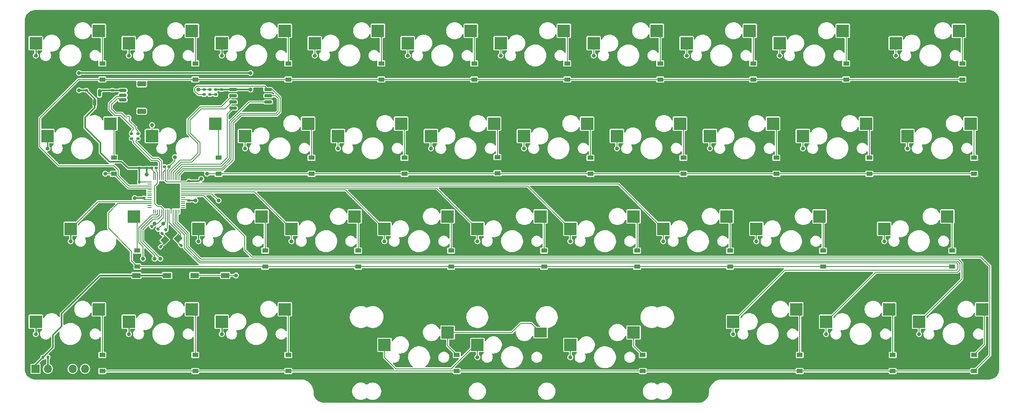
<source format=gbl>
%TF.GenerationSoftware,KiCad,Pcbnew,7.0.6*%
%TF.CreationDate,2023-07-31T23:13:39-04:00*%
%TF.ProjectId,cutiepie2040-standard-stagger,63757469-6570-4696-9532-3034302d7374,rev?*%
%TF.SameCoordinates,PX2d6b3a0PY7aa1830*%
%TF.FileFunction,Copper,L2,Bot*%
%TF.FilePolarity,Positive*%
%FSLAX46Y46*%
G04 Gerber Fmt 4.6, Leading zero omitted, Abs format (unit mm)*
G04 Created by KiCad (PCBNEW 7.0.6) date 2023-07-31 23:13:39*
%MOMM*%
%LPD*%
G01*
G04 APERTURE LIST*
G04 Aperture macros list*
%AMRoundRect*
0 Rectangle with rounded corners*
0 $1 Rounding radius*
0 $2 $3 $4 $5 $6 $7 $8 $9 X,Y pos of 4 corners*
0 Add a 4 corners polygon primitive as box body*
4,1,4,$2,$3,$4,$5,$6,$7,$8,$9,$2,$3,0*
0 Add four circle primitives for the rounded corners*
1,1,$1+$1,$2,$3*
1,1,$1+$1,$4,$5*
1,1,$1+$1,$6,$7*
1,1,$1+$1,$8,$9*
0 Add four rect primitives between the rounded corners*
20,1,$1+$1,$2,$3,$4,$5,0*
20,1,$1+$1,$4,$5,$6,$7,0*
20,1,$1+$1,$6,$7,$8,$9,0*
20,1,$1+$1,$8,$9,$2,$3,0*%
%AMRotRect*
0 Rectangle, with rotation*
0 The origin of the aperture is its center*
0 $1 length*
0 $2 width*
0 $3 Rotation angle, in degrees counterclockwise*
0 Add horizontal line*
21,1,$1,$2,0,0,$3*%
G04 Aperture macros list end*
%TA.AperFunction,SMDPad,CuDef*%
%ADD10R,1.200000X0.900000*%
%TD*%
%TA.AperFunction,SMDPad,CuDef*%
%ADD11R,2.550000X2.500000*%
%TD*%
%TA.AperFunction,SMDPad,CuDef*%
%ADD12RoundRect,0.135000X-0.185000X0.135000X-0.185000X-0.135000X0.185000X-0.135000X0.185000X0.135000X0*%
%TD*%
%TA.AperFunction,SMDPad,CuDef*%
%ADD13RoundRect,0.135000X0.135000X0.185000X-0.135000X0.185000X-0.135000X-0.185000X0.135000X-0.185000X0*%
%TD*%
%TA.AperFunction,SMDPad,CuDef*%
%ADD14RoundRect,0.140000X0.170000X-0.140000X0.170000X0.140000X-0.170000X0.140000X-0.170000X-0.140000X0*%
%TD*%
%TA.AperFunction,SMDPad,CuDef*%
%ADD15RoundRect,0.140000X-0.021213X0.219203X-0.219203X0.021213X0.021213X-0.219203X0.219203X-0.021213X0*%
%TD*%
%TA.AperFunction,ComponentPad*%
%ADD16R,1.700000X1.700000*%
%TD*%
%TA.AperFunction,ComponentPad*%
%ADD17O,1.700000X1.700000*%
%TD*%
%TA.AperFunction,SMDPad,CuDef*%
%ADD18R,1.700000X1.000000*%
%TD*%
%TA.AperFunction,SMDPad,CuDef*%
%ADD19RotRect,1.400000X1.200000X45.000000*%
%TD*%
%TA.AperFunction,SMDPad,CuDef*%
%ADD20RoundRect,0.135000X0.035355X-0.226274X0.226274X-0.035355X-0.035355X0.226274X-0.226274X0.035355X0*%
%TD*%
%TA.AperFunction,SMDPad,CuDef*%
%ADD21RoundRect,0.140000X0.140000X0.170000X-0.140000X0.170000X-0.140000X-0.170000X0.140000X-0.170000X0*%
%TD*%
%TA.AperFunction,SMDPad,CuDef*%
%ADD22RoundRect,0.140000X-0.170000X0.140000X-0.170000X-0.140000X0.170000X-0.140000X0.170000X0.140000X0*%
%TD*%
%TA.AperFunction,SMDPad,CuDef*%
%ADD23RoundRect,0.150000X-0.625000X0.150000X-0.625000X-0.150000X0.625000X-0.150000X0.625000X0.150000X0*%
%TD*%
%TA.AperFunction,SMDPad,CuDef*%
%ADD24RoundRect,0.229167X-0.670833X0.320833X-0.670833X-0.320833X0.670833X-0.320833X0.670833X0.320833X0*%
%TD*%
%TA.AperFunction,SMDPad,CuDef*%
%ADD25RoundRect,0.140000X0.021213X-0.219203X0.219203X-0.021213X-0.021213X0.219203X-0.219203X0.021213X0*%
%TD*%
%TA.AperFunction,SMDPad,CuDef*%
%ADD26R,2.550000X2.000000*%
%TD*%
%TA.AperFunction,SMDPad,CuDef*%
%ADD27RoundRect,0.140000X0.219203X0.021213X0.021213X0.219203X-0.219203X-0.021213X-0.021213X-0.219203X0*%
%TD*%
%TA.AperFunction,SMDPad,CuDef*%
%ADD28RoundRect,0.050000X0.387500X0.050000X-0.387500X0.050000X-0.387500X-0.050000X0.387500X-0.050000X0*%
%TD*%
%TA.AperFunction,SMDPad,CuDef*%
%ADD29RoundRect,0.050000X0.050000X0.387500X-0.050000X0.387500X-0.050000X-0.387500X0.050000X-0.387500X0*%
%TD*%
%TA.AperFunction,ComponentPad*%
%ADD30C,0.650000*%
%TD*%
%TA.AperFunction,SMDPad,CuDef*%
%ADD31RoundRect,0.144000X1.456000X1.456000X-1.456000X1.456000X-1.456000X-1.456000X1.456000X-1.456000X0*%
%TD*%
%TA.AperFunction,SMDPad,CuDef*%
%ADD32RoundRect,0.150000X0.150000X-0.587500X0.150000X0.587500X-0.150000X0.587500X-0.150000X-0.587500X0*%
%TD*%
%TA.AperFunction,SMDPad,CuDef*%
%ADD33RoundRect,0.135000X0.185000X-0.135000X0.185000X0.135000X-0.185000X0.135000X-0.185000X-0.135000X0*%
%TD*%
%TA.AperFunction,SMDPad,CuDef*%
%ADD34RoundRect,0.150000X0.650000X0.150000X-0.650000X0.150000X-0.650000X-0.150000X0.650000X-0.150000X0*%
%TD*%
%TA.AperFunction,ViaPad*%
%ADD35C,0.800000*%
%TD*%
%TA.AperFunction,Conductor*%
%ADD36C,0.200000*%
%TD*%
%TA.AperFunction,Conductor*%
%ADD37C,0.250000*%
%TD*%
%TA.AperFunction,Conductor*%
%ADD38C,0.500000*%
%TD*%
%TA.AperFunction,Conductor*%
%ADD39C,0.300000*%
%TD*%
G04 APERTURE END LIST*
D10*
X116085955Y47165862D03*
X116085955Y50465862D03*
X130373467Y66513453D03*
X130373467Y69813453D03*
D11*
X154839880Y73977794D03*
X167766880Y76517794D03*
X176271130Y35877584D03*
X189198130Y38417584D03*
D10*
X125630802Y28115846D03*
X125630802Y31415846D03*
D12*
X39290726Y64452768D03*
X39290726Y63432768D03*
D13*
X4921172Y9525224D03*
X3901172Y9525224D03*
D14*
X27087038Y48335480D03*
X27087038Y49295480D03*
D10*
X73223622Y66513453D03*
X73223622Y69813453D03*
D14*
X18157077Y64305627D03*
X18157077Y65265627D03*
D10*
X177998507Y6684578D03*
X177998507Y9984578D03*
D11*
X2439880Y16827794D03*
X15366880Y19367794D03*
X64352380Y54927794D03*
X77279380Y57467794D03*
X45302380Y54927794D03*
X58229380Y57467794D03*
D10*
X126801589Y6684578D03*
X126801589Y9984578D03*
D15*
X27467827Y35802505D03*
X26789005Y35123683D03*
D14*
X29765960Y48633138D03*
X29765960Y49593138D03*
D11*
X59589880Y73977794D03*
X72516880Y76517794D03*
D10*
X97035939Y47301801D03*
X97035939Y50601801D03*
X158948491Y6684578D03*
X158948491Y9984578D03*
X54173574Y66513453D03*
X54173574Y69813453D03*
D11*
X116739880Y73977794D03*
X129666880Y76517794D03*
D10*
X135135971Y47165862D03*
X135135971Y50465862D03*
D12*
X22026501Y55427469D03*
X22026501Y54407470D03*
D11*
X111977380Y35877744D03*
X124904380Y38417744D03*
D10*
X168473499Y66513453D03*
X168473499Y69813453D03*
D11*
X78639880Y73977794D03*
X91566880Y76517794D03*
D16*
X2381172Y7143972D03*
D17*
X4921172Y7143972D03*
X7461172Y7143972D03*
X10001172Y7143972D03*
X12541172Y7143972D03*
D11*
X92927380Y35877794D03*
X105854380Y38417794D03*
D10*
X192286019Y66513453D03*
X192286019Y69813453D03*
X92273670Y66513453D03*
X92273670Y69813453D03*
D18*
X23043816Y22507874D03*
X29343816Y22507874D03*
X23043816Y26307874D03*
X29343816Y26307874D03*
D10*
X88701557Y6684578D03*
X88701557Y9984578D03*
D11*
X73877380Y35877744D03*
X86804380Y38417744D03*
D10*
X149423483Y66513453D03*
X149423483Y69813453D03*
D11*
X159602380Y54927794D03*
X172529380Y57467794D03*
D15*
X26193692Y36314309D03*
X25514870Y35635487D03*
D10*
X18454623Y47165862D03*
X18454623Y50465862D03*
D19*
X28868178Y33572442D03*
X30423813Y35128077D03*
X31625894Y33925996D03*
X30070259Y32370361D03*
D10*
X106580786Y28115846D03*
X106580786Y31415846D03*
X190202823Y28115700D03*
X190202823Y31415700D03*
D11*
X2439880Y73977794D03*
X15366880Y76517794D03*
D10*
X194667271Y6684578D03*
X194667271Y9984578D03*
D14*
X33784343Y45656558D03*
X33784343Y46616558D03*
D18*
X34950096Y22507874D03*
X41250096Y22507874D03*
X34950096Y26307874D03*
X41250096Y26307874D03*
D11*
X83402380Y54927794D03*
X96329380Y57467794D03*
D10*
X58935907Y47165862D03*
X58935907Y50465862D03*
D11*
X35777380Y35877794D03*
X48704380Y38417794D03*
D10*
X16073371Y6684578D03*
X16073371Y9984578D03*
D11*
X178652380Y73977794D03*
X191579380Y76517794D03*
D20*
X28331545Y34943462D03*
X29052793Y35664710D03*
D21*
X23663971Y45462608D03*
X22703971Y45462608D03*
D11*
X131027380Y35877794D03*
X143954380Y38417794D03*
X40539880Y16827794D03*
X53466880Y19367794D03*
D22*
X40481352Y64452768D03*
X40481352Y63492768D03*
D11*
X181033630Y54927794D03*
X193960630Y57467794D03*
D14*
X26144064Y48335480D03*
X26144064Y49295480D03*
X23663971Y48335480D03*
X23663971Y49295480D03*
D10*
X39885891Y47165862D03*
X39885891Y50465862D03*
X173236003Y47165862D03*
X173236003Y50465862D03*
D14*
X24556945Y42182608D03*
X24556945Y43142608D03*
D23*
X20249880Y64305627D03*
X20249880Y63305627D03*
X20249880Y62305627D03*
X20249880Y61305627D03*
D24*
X24124880Y65605627D03*
X24124880Y60005627D03*
D25*
X31509888Y31807545D03*
X32188710Y32486367D03*
D11*
X145314880Y16827794D03*
X158241880Y19367794D03*
X40539880Y73977794D03*
X53466880Y76517794D03*
X135789880Y73977794D03*
X148716880Y76517794D03*
D10*
X194667271Y47165862D03*
X194667271Y50465862D03*
X144680818Y28115846D03*
X144680818Y31415846D03*
D11*
X54827380Y35877744D03*
X67754380Y38417744D03*
D12*
X23366313Y55427469D03*
X23366313Y54407470D03*
D11*
X92927380Y12065024D03*
D26*
X105854380Y14605024D03*
D10*
X87530770Y28115846D03*
X87530770Y31415846D03*
X77985923Y47165862D03*
X77985923Y50465862D03*
D27*
X28692169Y31515531D03*
X28013347Y32194353D03*
D11*
X21489880Y73977794D03*
X34416880Y76517794D03*
D12*
X36909474Y64452768D03*
X36909474Y63432768D03*
D11*
X21489880Y16827794D03*
X34416880Y19367794D03*
D10*
X68480754Y28115846D03*
X68480754Y31415846D03*
X154185987Y47165862D03*
X154185987Y50465862D03*
D11*
X121502380Y54927794D03*
X134429380Y57467794D03*
D14*
X25201090Y48335480D03*
X25201090Y49295480D03*
D11*
X140552380Y54927794D03*
X153479380Y57467794D03*
X111977380Y12065024D03*
X124904380Y14605024D03*
D14*
X12799251Y64305627D03*
X12799251Y65265627D03*
D11*
X73877380Y12065294D03*
X86804380Y14605294D03*
D10*
X49430738Y28115846D03*
X49430738Y31415846D03*
D11*
X150077380Y35877794D03*
X163004380Y38417794D03*
D22*
X33784343Y41705201D03*
X33784343Y40745201D03*
D11*
X183414880Y16827794D03*
X196341880Y19367794D03*
X4821130Y54927794D03*
X17748130Y57467794D03*
D10*
X163730834Y28115846D03*
X163730834Y31415846D03*
D28*
X32607886Y45462608D03*
X32607886Y45062608D03*
X32607886Y44662608D03*
X32607886Y44262608D03*
X32607886Y43862608D03*
X32607886Y43462608D03*
X32607886Y43062608D03*
X32607886Y42662608D03*
X32607886Y42262608D03*
X32607886Y41862608D03*
X32607886Y41462608D03*
X32607886Y41062608D03*
X32607886Y40662608D03*
X32607886Y40262608D03*
D29*
X31770386Y39425108D03*
X31370386Y39425108D03*
X30970386Y39425108D03*
X30570386Y39425108D03*
X30170386Y39425108D03*
X29770386Y39425108D03*
X29370386Y39425108D03*
X28970386Y39425108D03*
X28570386Y39425108D03*
X28170386Y39425108D03*
X27770386Y39425108D03*
X27370386Y39425108D03*
X26970386Y39425108D03*
X26570386Y39425108D03*
D28*
X25732886Y40262608D03*
X25732886Y40662608D03*
X25732886Y41062608D03*
X25732886Y41462608D03*
X25732886Y41862608D03*
X25732886Y42262608D03*
X25732886Y42662608D03*
X25732886Y43062608D03*
X25732886Y43462608D03*
X25732886Y43862608D03*
X25732886Y44262608D03*
X25732886Y44662608D03*
X25732886Y45062608D03*
X25732886Y45462608D03*
D29*
X26570386Y46300108D03*
X26970386Y46300108D03*
X27370386Y46300108D03*
X27770386Y46300108D03*
X28170386Y46300108D03*
X28570386Y46300108D03*
X28970386Y46300108D03*
X29370386Y46300108D03*
X29770386Y46300108D03*
X30170386Y46300108D03*
X30570386Y46300108D03*
X30970386Y46300108D03*
X31370386Y46300108D03*
X31770386Y46300108D03*
D30*
X30445386Y41587608D03*
X30445386Y42862608D03*
X30445386Y44137608D03*
X29170386Y41587608D03*
X29170386Y42862608D03*
D31*
X29170386Y42862608D03*
D30*
X29170386Y44137608D03*
X27895386Y41587608D03*
X27895386Y42862608D03*
X27895386Y44137608D03*
D11*
X97689880Y73977794D03*
X110616880Y76517794D03*
D10*
X35123387Y6684578D03*
X35123387Y9984578D03*
D32*
X16428164Y61868127D03*
X14528164Y61868127D03*
X15478164Y63743127D03*
D10*
X23217484Y28128249D03*
X23217484Y31428249D03*
D11*
X26252380Y54927794D03*
X39179380Y57467794D03*
D10*
X35123526Y66513453D03*
X35123526Y69813453D03*
D33*
X38100100Y63432768D03*
X38100100Y64452768D03*
D11*
X102452380Y54927794D03*
X115379380Y57467794D03*
D34*
X50034492Y64452768D03*
X50034492Y63182768D03*
X50034492Y61912768D03*
X50034492Y60642768D03*
X42834492Y60642768D03*
X42834492Y61912768D03*
X42834492Y63182768D03*
X42834492Y64452768D03*
D14*
X28822986Y48633138D03*
X28822986Y49593138D03*
D10*
X16073478Y66513453D03*
X16073478Y69813453D03*
X111323718Y66513453D03*
X111323718Y69813453D03*
D11*
X164364880Y16827794D03*
X177291880Y19367794D03*
X9583630Y35877794D03*
X22510630Y38417794D03*
D10*
X54173403Y6684578D03*
X54173403Y9984578D03*
D35*
X26789005Y36909622D03*
X30956196Y50601821D03*
X35123387Y38695561D03*
X22621814Y51197134D03*
X34528074Y38100248D03*
X46434334Y60642768D03*
X21431304Y51197004D03*
X29765570Y29765866D03*
X21431188Y47029943D03*
X30956196Y29765866D03*
X11310867Y61912768D03*
X22621814Y47029943D03*
X11310867Y67865898D03*
X46434334Y64452768D03*
X25201090Y47029943D03*
X35123387Y41705201D03*
X46434334Y67865898D03*
X28574944Y36909622D03*
X11310867Y64305627D03*
X36314013Y46136558D03*
X22703971Y42182608D03*
X37504639Y47165862D03*
X16668684Y47165862D03*
X24407753Y29765866D03*
X26789005Y29765866D03*
X27979631Y29765866D03*
X4820548Y52387788D03*
X9583630Y33337788D03*
X2439298Y14287788D03*
X2439298Y71437788D03*
X21489298Y71437788D03*
X35777008Y33337788D03*
X21489298Y14287788D03*
X26251798Y57150264D03*
X39885891Y41705201D03*
X40539298Y14287788D03*
X45301798Y52387788D03*
X40539298Y71437788D03*
X54827380Y33337788D03*
X64351798Y52387788D03*
X73877380Y33337788D03*
X59589298Y71437788D03*
X92927380Y9525224D03*
X83401798Y52387788D03*
X92927380Y33337788D03*
X78639298Y71437788D03*
X111977380Y33337788D03*
X111977380Y9525224D03*
X97689298Y71437788D03*
X102451798Y52387788D03*
X121501798Y52387788D03*
X116739298Y71437788D03*
X131008113Y33337788D03*
X135789298Y71437788D03*
X150077380Y33337788D03*
X140551798Y52387788D03*
X145314298Y14287788D03*
X154839298Y71437788D03*
X164364298Y14287788D03*
X159601798Y52387788D03*
X176271130Y33337788D03*
X181033048Y52387788D03*
X178651798Y71437788D03*
X183414880Y14287536D03*
X35718848Y64452768D03*
X43457769Y26307874D03*
D36*
X28570386Y39425108D02*
X28570386Y38095690D01*
X27087038Y47744046D02*
X27087038Y48335480D01*
X27370386Y45257936D02*
X26789005Y44676555D01*
X29765960Y48266570D02*
X29370386Y47870996D01*
X26789005Y44676555D02*
X26789005Y41076813D01*
X27370386Y47460698D02*
X27087038Y47744046D01*
X27384318Y36909622D02*
X26789005Y36909622D01*
X30956196Y49823374D02*
X30956196Y50601821D01*
X28570386Y39957583D02*
X28046469Y40481500D01*
X28046469Y40481500D02*
X27384318Y40481500D01*
X28570386Y39425108D02*
X28570386Y39957583D01*
X29370386Y47870996D02*
X29370386Y46300108D01*
X27370386Y45257936D02*
X27370386Y46300108D01*
X29765960Y48633138D02*
X30956196Y49823374D01*
D37*
X26789005Y36909622D02*
X26193692Y36314309D01*
D36*
X27370386Y46300108D02*
X27370386Y47460698D01*
X29765960Y48633138D02*
X29765960Y48266570D01*
X27384318Y40481500D02*
X26789005Y41076813D01*
X28570386Y38095690D02*
X27384318Y36909622D01*
X30170386Y41312608D02*
X30445386Y41587608D01*
X30170386Y39425108D02*
X30170386Y41312608D01*
D38*
X28872986Y49593138D02*
X29765960Y49593138D01*
D39*
X23663971Y48335480D02*
X23663971Y45462608D01*
X23663971Y48335480D02*
X26194064Y48335480D01*
X35834013Y45656558D02*
X36314013Y46136558D01*
D36*
X32607886Y45462608D02*
X33590393Y45462608D01*
X29275411Y45462608D02*
X32607886Y45462608D01*
X26970386Y47295013D02*
X26144064Y48121335D01*
D39*
X33784343Y45656558D02*
X35834013Y45656558D01*
X15707130Y51463355D02*
X15707130Y53514131D01*
X19985895Y49665862D02*
X17504623Y49665862D01*
D36*
X33590393Y45462608D02*
X33784343Y45656558D01*
D39*
X14528164Y60722142D02*
X12542130Y58736108D01*
X12542130Y56679131D02*
X15707130Y53514131D01*
X23663971Y48335480D02*
X21316277Y48335480D01*
X24556945Y42182608D02*
X22703971Y42182608D01*
D36*
X26570386Y46300108D02*
X26570386Y47695013D01*
D39*
X17504623Y49665862D02*
X15707130Y51463355D01*
X12799251Y64305627D02*
X11310867Y64305627D01*
X25201090Y47029943D02*
X25201090Y48335480D01*
X42834492Y64452768D02*
X46434334Y64452768D01*
D36*
X28970386Y46300108D02*
X28970386Y48535738D01*
X28970386Y45767633D02*
X29275411Y45462608D01*
D39*
X14528164Y62576714D02*
X12799251Y64305627D01*
X12542130Y58736108D02*
X12542130Y56679131D01*
X35123387Y41705201D02*
X33784343Y41705201D01*
X21316277Y48335480D02*
X19985895Y49665862D01*
D36*
X28570386Y46300108D02*
X28570386Y47522506D01*
X28970386Y37305064D02*
X27467827Y35802505D01*
X25732886Y41862608D02*
X24778999Y41862608D01*
X24778999Y41862608D02*
X24556945Y42084662D01*
X28970386Y46300108D02*
X28970386Y45767633D01*
X25732886Y45462608D02*
X23663971Y45462608D01*
X28970386Y47922506D02*
X28970386Y48535738D01*
X26144064Y48121335D02*
X26144064Y48335480D01*
X26970386Y46300108D02*
X26970386Y47295013D01*
D39*
X14528164Y61868127D02*
X14528164Y62576714D01*
D36*
X28570386Y47522506D02*
X28970386Y47922506D01*
X28970386Y39425108D02*
X28970386Y37305064D01*
X32607886Y41862608D02*
X33626936Y41862608D01*
D39*
X14528164Y61868127D02*
X14528164Y60722142D01*
X11310867Y67865898D02*
X46434334Y67865898D01*
X42834492Y64452768D02*
X40481352Y64452768D01*
X40481352Y64452768D02*
X39290726Y64452768D01*
X4921172Y9525224D02*
X4921172Y7143972D01*
D36*
X32120869Y34420971D02*
X31625894Y33925996D01*
X29770386Y37195720D02*
X32120869Y34845237D01*
X31625894Y33925996D02*
X31625894Y33049183D01*
X31625894Y33049183D02*
X32188710Y32486367D01*
X29770386Y39425108D02*
X29770386Y37195720D01*
X32120869Y34845237D02*
X32120869Y34420971D01*
X28868178Y33572442D02*
X28868178Y34406829D01*
X28868178Y34406829D02*
X28331545Y34943462D01*
X28868178Y33049184D02*
X28013347Y32194353D01*
D39*
X20249880Y64305627D02*
X16040664Y64305627D01*
X16040664Y64305627D02*
X15478164Y63743127D01*
D36*
X16073478Y66513453D02*
X11149048Y66513453D01*
X3246130Y58610535D02*
X3246130Y52713428D01*
X21523563Y44662608D02*
X25732886Y44662608D01*
X7143676Y48815882D02*
X18454603Y48815882D01*
X19354623Y46831548D02*
X21523563Y44662608D01*
X11149048Y66513453D02*
X3246130Y58610535D01*
X16073478Y66513453D02*
X192286019Y66513453D01*
X18454603Y48815882D02*
X19354623Y47915862D01*
X3246130Y52713428D02*
X7143676Y48815882D01*
X19354623Y47915862D02*
X19354623Y46831548D01*
X16073478Y75811196D02*
X16073478Y69515878D01*
X18454623Y47165862D02*
X21357877Y44262608D01*
X194667271Y47165862D02*
X39885891Y47165862D01*
X16668684Y47165862D02*
X18454623Y47165862D01*
X37504639Y47165862D02*
X39885891Y47165862D01*
X21357877Y44262608D02*
X25732886Y44262608D01*
X18454623Y56761301D02*
X18454623Y50465862D01*
X22026501Y29319232D02*
X23217484Y28128249D01*
X25732886Y41062608D02*
X19231654Y41062608D01*
X22026501Y31300517D02*
X22026501Y29319232D01*
X23217484Y28128249D02*
X190190274Y28128249D01*
X17354792Y35972226D02*
X22026501Y31300517D01*
X17354792Y39185746D02*
X17354792Y35972226D01*
X19231654Y41062608D02*
X17354792Y39185746D01*
X23178126Y37750298D02*
X23178126Y31467607D01*
X16073371Y6684578D02*
X194667271Y6684578D01*
X196057446Y30072728D02*
X197916880Y28213294D01*
X45243708Y31551805D02*
X46722784Y30072729D01*
X36879726Y42662608D02*
X45243708Y34298626D01*
X32607886Y42662608D02*
X36879726Y42662608D01*
X197916880Y9934187D02*
X194667271Y6684578D01*
X45243708Y34298626D02*
X45243708Y31551805D01*
X46722784Y30072729D02*
X196057446Y30072728D01*
X197916880Y28213294D02*
X197916880Y9934187D01*
X16073371Y18661303D02*
X16073371Y9984578D01*
X35123526Y75811148D02*
X35123526Y69515878D01*
X39885891Y56761283D02*
X39885891Y50465862D01*
X49430738Y37691664D02*
X49430738Y31415846D01*
X35123387Y18661287D02*
X35123387Y9984578D01*
X54173403Y75811271D02*
X54173403Y69515878D01*
X58935907Y56761267D02*
X58935907Y50465862D01*
X68480754Y37671815D02*
X68480754Y31415846D01*
X54173403Y18661271D02*
X54173403Y9984578D01*
X73223419Y75811255D02*
X73223419Y69515878D01*
X77985923Y56761251D02*
X77985923Y50465862D01*
X87530770Y37672087D02*
X87530770Y31415846D01*
X92273435Y75811239D02*
X92273435Y69515878D01*
X97035939Y56761235D02*
X97035939Y50601801D01*
X106580786Y37672121D02*
X106580786Y31415846D01*
X86804380Y14605294D02*
X99930158Y14605294D01*
X101783888Y16459024D02*
X104000380Y16459024D01*
X86804380Y11881755D02*
X88701557Y9984578D01*
X104000380Y16459024D02*
X105854380Y14605024D01*
X86804380Y14605294D02*
X86804380Y11881755D01*
X99930158Y14605294D02*
X101783888Y16459024D01*
X111323718Y75810956D02*
X111323718Y69515878D01*
X111323451Y75811223D02*
X111323451Y69515878D01*
X116085955Y56761219D02*
X116085955Y50465862D01*
X125630802Y37691462D02*
X125630802Y31415846D01*
X124904380Y11881787D02*
X126801589Y9984578D01*
X124904380Y14605294D02*
X124904380Y11881787D01*
X130373467Y75811207D02*
X130373467Y69515878D01*
X135135971Y56761203D02*
X135135971Y50465862D01*
X144680818Y37672089D02*
X144680818Y31415846D01*
X149423483Y75811191D02*
X149423483Y69515878D01*
X154185987Y56761187D02*
X154185987Y50465862D01*
X163730834Y37672073D02*
X163730834Y31415846D01*
X158948491Y18661183D02*
X158948491Y9984578D01*
X168473499Y75811175D02*
X168473499Y69515878D01*
X173236003Y56761171D02*
X173236003Y50465862D01*
X190202823Y37413473D02*
X190202823Y31415700D01*
X177998507Y18661167D02*
X177998507Y9984578D01*
X192286019Y75811155D02*
X192286019Y69515878D01*
X194667271Y56761153D02*
X194667271Y50465862D01*
X196808880Y18900794D02*
X196808880Y12126187D01*
X196808880Y12126187D02*
X194667271Y9984578D01*
X18957293Y63030627D02*
X17485811Y61559145D01*
X19499880Y63030627D02*
X18957293Y63030627D01*
X22471407Y56352376D02*
X22471407Y56535978D01*
X22471407Y56535978D02*
X19850046Y59157339D01*
X22026501Y55907470D02*
X22471407Y56352376D01*
X17485811Y60330942D02*
X18659414Y59157339D01*
X18659414Y59157339D02*
X19850046Y59157339D01*
X22026501Y55427469D02*
X22026501Y55907470D01*
X19774880Y63305627D02*
X19499880Y63030627D01*
X17485811Y61559145D02*
X17485811Y60330942D01*
X19143693Y62580627D02*
X17935811Y61372745D01*
X18845814Y59607339D02*
X20036446Y59607339D01*
X21641666Y58469202D02*
X21620255Y58447794D01*
X19774880Y62305627D02*
X19499880Y62580627D01*
X23366313Y55907470D02*
X23366313Y55427469D01*
X22921407Y56722378D02*
X22921407Y56352376D01*
X21195993Y58872058D02*
X21195992Y58872057D01*
X22921407Y56352376D02*
X23366313Y55907470D01*
X21620256Y58023529D02*
X22921407Y56722378D01*
X19499880Y62580627D02*
X19143693Y62580627D01*
X17935811Y60517342D02*
X18845814Y59607339D01*
X21195992Y58872057D02*
X21217402Y58893466D01*
X20036446Y59607339D02*
X20771728Y58872057D01*
X21620255Y58023530D02*
X21620256Y58023529D01*
X17935811Y61372745D02*
X17935811Y60517342D01*
X21641665Y58469201D02*
X21641666Y58469202D01*
X21620293Y58447756D02*
G75*
G03*
X21620255Y58023530I212087J-212132D01*
G01*
X21641675Y58469191D02*
G75*
G03*
X21641666Y58893466I-212095J212133D01*
G01*
X20771748Y58872077D02*
G75*
G03*
X21195993Y58872058I212132J212147D01*
G01*
X21641665Y58893465D02*
G75*
G03*
X21217403Y58893465I-212131J-212131D01*
G01*
X24407753Y29765866D02*
X24376622Y29796997D01*
D39*
X23043816Y26307874D02*
X15591943Y26307874D01*
D36*
X23578126Y36079994D02*
X26185739Y38687608D01*
X23578126Y33035999D02*
X24376622Y32237503D01*
D39*
X5953050Y11562996D02*
X2381172Y7991118D01*
X7738989Y15893046D02*
X5953050Y14107107D01*
X7738989Y18454920D02*
X7738989Y15893046D01*
D36*
X24376622Y29796997D02*
X24376622Y32237503D01*
D39*
X2381172Y7991118D02*
X2381172Y7143972D01*
D36*
X23578126Y36079994D02*
X23578126Y33035999D01*
X26185739Y38687608D02*
X27165361Y38687608D01*
D39*
X23043816Y26307874D02*
X29343816Y26307874D01*
D36*
X27370386Y38892633D02*
X27165361Y38687608D01*
D39*
X15591943Y26307874D02*
X7738989Y18454920D01*
D36*
X27370386Y39425108D02*
X27370386Y38892633D01*
D39*
X5953050Y14107107D02*
X5953050Y11562996D01*
D36*
X27770386Y38726947D02*
X27331047Y38287608D01*
X27770386Y39425108D02*
X27770386Y38726947D01*
X26789005Y30390806D02*
X26789005Y29765866D01*
X23978126Y35914309D02*
X23978126Y33201685D01*
X23978126Y33201685D02*
X26789005Y30390806D01*
X27331047Y38287608D02*
X26351425Y38287608D01*
X23978126Y35914309D02*
X26351425Y38287608D01*
X24378126Y35748623D02*
X26517111Y37887608D01*
X27496732Y37887608D02*
X26517111Y37887608D01*
X24378126Y33367371D02*
X27979631Y29765866D01*
X28170386Y39425108D02*
X28170386Y38561261D01*
X24378126Y35748623D02*
X24378126Y33367371D01*
X28170386Y38561261D02*
X27496732Y37887608D01*
D37*
X2439880Y16827794D02*
X2439880Y14288370D01*
X9583630Y35877794D02*
X9583630Y33338388D01*
D36*
X25732886Y41462608D02*
X15168606Y41462608D01*
X15168606Y41462608D02*
X9583792Y35877794D01*
D37*
X2439880Y73977794D02*
X2439880Y71438370D01*
X2439880Y71438370D02*
X2439298Y71437788D01*
X4821130Y52388370D02*
X4820548Y52387788D01*
X2439880Y14288370D02*
X2439298Y14287788D01*
X4821130Y54927794D02*
X4821130Y52388370D01*
X9583792Y33338388D02*
X9583192Y33337788D01*
D36*
X32607886Y43062608D02*
X38495409Y43062608D01*
D37*
X21489298Y15327212D02*
X21489298Y14287788D01*
X21489880Y16827794D02*
X21489880Y15327794D01*
X21489880Y15327794D02*
X21489298Y15327212D01*
D36*
X38495409Y43062608D02*
X39885891Y41672126D01*
D37*
X21489880Y73977794D02*
X21489880Y71438370D01*
X35777608Y33338388D02*
X35777008Y33337788D01*
X35777608Y35877794D02*
X35777608Y33338388D01*
D36*
X26251798Y57150264D02*
X26252380Y57149682D01*
D37*
X21489880Y71438370D02*
X21489298Y71437788D01*
D36*
X26252380Y57149682D02*
X26252380Y54927794D01*
X54827380Y35877794D02*
X54827380Y33337788D01*
D37*
X40539880Y16827794D02*
X40539880Y14288370D01*
D36*
X47222961Y43462608D02*
X54807825Y35877744D01*
X45302380Y52388370D02*
X45301798Y52387788D01*
X45302380Y54927794D02*
X45302380Y52388370D01*
D37*
X40539880Y73977794D02*
X40539880Y71438370D01*
X40539880Y14288370D02*
X40539298Y14287788D01*
D36*
X32607886Y43462608D02*
X47222961Y43462608D01*
D37*
X40539880Y71438370D02*
X40539298Y71437788D01*
D36*
X64352380Y52388370D02*
X64351798Y52387788D01*
X32607886Y43862608D02*
X65873249Y43862608D01*
X59589880Y73977794D02*
X59589880Y71438370D01*
X73877380Y35877794D02*
X73877380Y33337788D01*
X64352380Y54927794D02*
X64352380Y52388370D01*
X65873249Y43862608D02*
X73858113Y35877744D01*
X59589880Y71438370D02*
X59589298Y71437788D01*
X83402380Y52388370D02*
X83401798Y52387788D01*
X76249692Y7152394D02*
X87519784Y7152394D01*
X73877380Y9525870D02*
X73876798Y9525288D01*
X78639880Y71438370D02*
X78639298Y71437788D01*
X84523299Y44262608D02*
X92908113Y35877794D01*
X87519784Y7152394D02*
X92432414Y12065024D01*
X83402380Y54927794D02*
X83402380Y52388370D01*
X73877380Y12065294D02*
X73877380Y9525870D01*
X73876798Y9525288D02*
X76249692Y7152394D01*
X78639880Y73977794D02*
X78639880Y71438370D01*
X92927380Y12065024D02*
X92927380Y9525224D01*
X92927380Y35877794D02*
X92927380Y33337788D01*
X32607886Y44262608D02*
X84523299Y44262608D01*
X102452380Y54927794D02*
X102452380Y52388370D01*
X111977380Y12065024D02*
X111977380Y9525224D01*
X97689880Y71438370D02*
X97689298Y71437788D01*
X97689880Y73977794D02*
X97689880Y71438370D01*
X103192656Y44662608D02*
X111977520Y35877744D01*
X111977380Y35877794D02*
X111977380Y33337788D01*
X32607886Y44662608D02*
X103192656Y44662608D01*
X102452380Y52388370D02*
X102451798Y52387788D01*
X121823299Y45062608D02*
X131008113Y35877794D01*
X116739880Y71438370D02*
X116739298Y71437788D01*
X121502380Y52388370D02*
X121501798Y52387788D01*
X32607886Y45062608D02*
X121823299Y45062608D01*
X131008113Y35877794D02*
X131008113Y33337788D01*
X116739880Y73977794D02*
X116739880Y71438370D01*
X121502380Y54927794D02*
X121502380Y52388370D01*
X32847913Y34683879D02*
X30570386Y36961406D01*
X145314880Y16827794D02*
X155852932Y27365846D01*
X191095794Y28872729D02*
X191393451Y28575072D01*
X35956616Y28872729D02*
X191095794Y28872729D01*
X140552380Y54927794D02*
X140552380Y52388370D01*
X35956616Y28872729D02*
X32847913Y31981433D01*
X150077380Y35877794D02*
X150077380Y33356683D01*
X191095794Y27384444D02*
X191393451Y27682101D01*
X191393451Y28575072D02*
X191393451Y27682101D01*
X32847913Y31981433D02*
X32847913Y34683879D01*
X140552380Y52388370D02*
X140551798Y52387788D01*
X135789880Y71438370D02*
X135789298Y71437788D01*
X145314880Y14288370D02*
X145314298Y14287788D01*
X155852932Y27365846D02*
X191095794Y27365846D01*
X191095794Y27365846D02*
X191095794Y27384444D01*
X30570386Y36961406D02*
X30570386Y39425108D01*
X145314880Y16827794D02*
X145314880Y14288370D01*
X135789880Y73977794D02*
X135789880Y71438370D01*
X176271130Y35877584D02*
X176271130Y33338388D01*
X191793451Y27497818D02*
X191261479Y26965846D01*
X159602380Y54927794D02*
X159602380Y52388370D01*
X30970386Y37127092D02*
X33247913Y34849564D01*
X176271712Y33338388D02*
X176271112Y33337788D01*
X191793451Y28740757D02*
X191793451Y27497818D01*
X191261480Y29272729D02*
X191793451Y28740757D01*
X33247913Y34849564D02*
X33247913Y32147118D01*
X30970386Y39425108D02*
X30970386Y37127092D01*
X154839880Y73977794D02*
X154839880Y71438370D01*
X159602380Y52388370D02*
X159601798Y52387788D01*
X164364880Y14288370D02*
X164364298Y14287788D01*
X33247913Y32147118D02*
X36122302Y29272729D01*
X191261479Y26965846D02*
X174502932Y26965846D01*
X154839880Y71438370D02*
X154839298Y71437788D01*
X164364880Y16827794D02*
X164364880Y14288370D01*
X36122302Y29272729D02*
X191261480Y29272729D01*
X174502932Y26965846D02*
X164364880Y16827794D01*
X178652380Y71438370D02*
X178651798Y71437788D01*
X183414880Y16827794D02*
X183414880Y14287536D01*
X191427166Y29672728D02*
X192193451Y28906442D01*
X33647913Y32312804D02*
X36287988Y29672729D01*
X31370386Y37292778D02*
X33647913Y35015249D01*
X31370386Y39425108D02*
X31370386Y37292778D01*
X178652380Y73977794D02*
X178652380Y71438370D01*
X181033630Y54927794D02*
X181033630Y52388370D01*
X33647913Y35015249D02*
X33647913Y32312804D01*
X192193451Y25606365D02*
X192193451Y28906442D01*
X183414880Y16827794D02*
X192193451Y25606365D01*
X36287988Y29672729D02*
X191427166Y29672728D01*
X181033630Y52388370D02*
X181033048Y52387788D01*
X29370386Y35982303D02*
X29052793Y35664710D01*
X29370386Y39425108D02*
X29370386Y35982303D01*
X35718848Y64452768D02*
X36909474Y64452768D01*
X43457769Y26307874D02*
X34950096Y26307874D01*
X38100100Y64452768D02*
X36909474Y64452768D01*
X50034492Y64452768D02*
X50899601Y64452768D01*
X35018848Y64162818D02*
X35748898Y63432768D01*
X51809508Y59170964D02*
X44546518Y59170964D01*
X31770386Y46876883D02*
X31770386Y46300108D01*
X49334492Y65152768D02*
X50034492Y64452768D01*
X35428898Y65152768D02*
X35018848Y64742718D01*
X52490310Y62862058D02*
X52490310Y59851765D01*
X52490310Y59851765D02*
X51809508Y59170964D01*
X40779306Y47922506D02*
X32816009Y47922506D01*
X35428898Y65152768D02*
X49334492Y65152768D01*
X35748898Y63432768D02*
X36909474Y63432768D01*
X32816009Y47922506D02*
X31770386Y46876883D01*
X42862912Y57487358D02*
X42862912Y50006112D01*
X35018848Y64742718D02*
X35018848Y64162818D01*
X50899601Y64452768D02*
X52490310Y62862058D01*
X44546518Y59170964D02*
X42862912Y57487358D01*
X42862912Y50006112D02*
X40779306Y47922506D01*
X39290726Y63432768D02*
X38100100Y63432768D01*
X29770386Y46300108D02*
X29770386Y47705310D01*
X32024701Y49959625D02*
X34229643Y49959625D01*
X40392912Y60907584D02*
X42668096Y63182768D01*
X34229643Y49959625D02*
X35685280Y51415262D01*
X35685280Y53360326D02*
X33623380Y55422227D01*
X33623380Y55422227D02*
X33623380Y58401432D01*
X36129533Y60907584D02*
X40392912Y60907584D01*
X35685280Y51415262D02*
X35685280Y53360326D01*
X29770386Y47705310D02*
X32024701Y49959625D01*
X33623380Y58401432D02*
X36129533Y60907584D01*
X34023380Y55587912D02*
X34023380Y58235746D01*
X36295218Y60507584D02*
X41262912Y60507584D01*
X36085280Y51249577D02*
X36085280Y53526012D01*
X36085280Y53526012D02*
X34023380Y55587912D01*
X41262912Y60507584D02*
X42668096Y61912768D01*
X34023380Y58235746D02*
X36295218Y60507584D01*
X30170386Y47539624D02*
X32190387Y49559625D01*
X34395329Y49559625D02*
X36085280Y51249577D01*
X32190387Y49559625D02*
X34395329Y49559625D01*
X30170386Y46300108D02*
X30170386Y47539624D01*
X41662912Y59471188D02*
X41662912Y50503170D01*
X30570386Y47373939D02*
X32318953Y49122506D01*
X30570386Y46300108D02*
X30570386Y47373939D01*
X32318953Y49122506D02*
X40282248Y49122506D01*
X41662912Y59471188D02*
X42834492Y60642768D01*
X40282248Y49122506D02*
X41662912Y50503170D01*
X42062912Y57818730D02*
X46156950Y61912768D01*
X30970386Y46300108D02*
X30970386Y47208254D01*
X42062912Y57818730D02*
X42062912Y50337484D01*
X32484638Y48722506D02*
X40447934Y48722506D01*
X46156950Y61912768D02*
X50034492Y61912768D01*
X40447934Y48722506D02*
X42062912Y50337484D01*
X30970386Y47208254D02*
X32484638Y48722506D01*
X32650323Y48322506D02*
X31370386Y47042569D01*
X40613620Y48322506D02*
X32650323Y48322506D01*
X44380832Y59570964D02*
X42462912Y57653044D01*
X51643823Y59570964D02*
X44380832Y59570964D01*
X31370386Y47042569D02*
X31370386Y46300108D01*
X51603915Y63182768D02*
X52090310Y62696373D01*
X50034492Y63182768D02*
X51603915Y63182768D01*
X42462912Y50171798D02*
X40613620Y48322506D01*
X42462912Y57653044D02*
X42462912Y50171798D01*
X52090310Y62696373D02*
X52090310Y60017451D01*
X52090310Y60017451D02*
X51643823Y59570964D01*
X27554998Y50325460D02*
X28170386Y49710072D01*
X26341745Y50325460D02*
X27554998Y50325460D01*
X22921407Y53745798D02*
X26341745Y50325460D01*
X22921407Y53912564D02*
X22921407Y53745798D01*
X28170386Y49710072D02*
X28170386Y46300108D01*
X23366313Y54357470D02*
X22921407Y53912564D01*
X22471407Y53912564D02*
X22471407Y53559398D01*
X22026501Y54357470D02*
X22471407Y53912564D01*
X22471407Y53559398D02*
X26105345Y49925460D01*
X27770386Y49544386D02*
X27770386Y46300108D01*
X26105345Y49925460D02*
X27389312Y49925460D01*
X27389312Y49925460D02*
X27770386Y49544386D01*
%TA.AperFunction,Conductor*%
G36*
X29876089Y36664601D02*
G01*
X29882552Y36658583D01*
X30679338Y35861797D01*
X31466796Y35074339D01*
X31500281Y35013016D01*
X31495297Y34943324D01*
X31466796Y34898977D01*
X30550918Y33983100D01*
X30550912Y33983092D01*
X30517789Y33933521D01*
X30517788Y33933518D01*
X30502228Y33855286D01*
X30517788Y33777053D01*
X30550917Y33727472D01*
X30550920Y33727469D01*
X31332597Y32945793D01*
X31350343Y32923389D01*
X31357155Y32912388D01*
X31361157Y32904796D01*
X31373688Y32876418D01*
X31373690Y32876415D01*
X31378583Y32871522D01*
X31396329Y32849118D01*
X31399971Y32843235D01*
X31399974Y32843232D01*
X31399975Y32843231D01*
X31406321Y32838439D01*
X31424720Y32824544D01*
X31431205Y32818901D01*
X31592688Y32657418D01*
X31626173Y32596095D01*
X31629007Y32569737D01*
X31629007Y32447541D01*
X31665956Y32346021D01*
X31670076Y32334703D01*
X31670078Y32334700D01*
X31670079Y32334699D01*
X31700516Y32295033D01*
X31700522Y32295026D01*
X31700523Y32295025D01*
X31997368Y31998181D01*
X31997371Y31998179D01*
X31997373Y31998177D01*
X32037042Y31967736D01*
X32037046Y31967733D01*
X32149884Y31926664D01*
X32149886Y31926664D01*
X32269960Y31926664D01*
X32269962Y31926664D01*
X32382800Y31967733D01*
X32382800Y31967734D01*
X32391715Y31970978D01*
X32392552Y31968678D01*
X32447396Y31980726D01*
X32512911Y31956444D01*
X32552246Y31907096D01*
X32553131Y31905091D01*
X32561577Y31877813D01*
X32562850Y31871004D01*
X32562850Y31871003D01*
X32579173Y31844640D01*
X32583176Y31837047D01*
X32595707Y31808668D01*
X32595708Y31808667D01*
X32595709Y31808665D01*
X32600602Y31803772D01*
X32618348Y31781368D01*
X32621990Y31775485D01*
X32621993Y31775482D01*
X32621994Y31775481D01*
X32627908Y31771015D01*
X32646739Y31756794D01*
X32653224Y31751151D01*
X35699694Y28704680D01*
X35705337Y28698196D01*
X35712657Y28688503D01*
X35712658Y28688501D01*
X35737275Y28666060D01*
X35747991Y28656290D01*
X35750039Y28654335D01*
X35763819Y28640555D01*
X35763944Y28640430D01*
X35797429Y28579107D01*
X35792445Y28509415D01*
X35750573Y28453482D01*
X35685109Y28429065D01*
X35676263Y28428749D01*
X24141984Y28428749D01*
X24074945Y28448434D01*
X24029190Y28501238D01*
X24017984Y28552749D01*
X24017984Y28598000D01*
X24017983Y28598002D01*
X24006352Y28656479D01*
X24006351Y28656480D01*
X23962036Y28722802D01*
X23895714Y28767117D01*
X23895713Y28767118D01*
X23837236Y28778749D01*
X23837232Y28778749D01*
X23043317Y28778749D01*
X22976278Y28798434D01*
X22955636Y28815068D01*
X22363320Y29407385D01*
X22329835Y29468708D01*
X22327001Y29495066D01*
X22327001Y30699217D01*
X22346686Y30766256D01*
X22399490Y30812011D01*
X22468648Y30821955D01*
X22519893Y30802318D01*
X22539252Y30789382D01*
X22539254Y30789381D01*
X22597731Y30777750D01*
X22597734Y30777749D01*
X22597736Y30777749D01*
X23837234Y30777749D01*
X23837235Y30777750D01*
X23856902Y30781662D01*
X23895712Y30789381D01*
X23895713Y30789382D01*
X23895715Y30789382D01*
X23895715Y30789383D01*
X23904667Y30793090D01*
X23974136Y30800560D01*
X24036616Y30769287D01*
X24072270Y30709199D01*
X24076122Y30678530D01*
X24076122Y30329461D01*
X24056437Y30262422D01*
X24027609Y30231086D01*
X23979473Y30194150D01*
X23979472Y30194149D01*
X23979471Y30194148D01*
X23925328Y30123587D01*
X23883216Y30068706D01*
X23822709Y29922629D01*
X23822708Y29922627D01*
X23802071Y29765868D01*
X23802071Y29765865D01*
X23822708Y29609106D01*
X23822709Y29609104D01*
X23883217Y29463025D01*
X23979471Y29337584D01*
X24104912Y29241330D01*
X24250991Y29180822D01*
X24329371Y29170504D01*
X24407752Y29160184D01*
X24407753Y29160184D01*
X24407754Y29160184D01*
X24460007Y29167064D01*
X24564515Y29180822D01*
X24710594Y29241330D01*
X24836035Y29337584D01*
X24932289Y29463025D01*
X24992797Y29609104D01*
X25013435Y29765866D01*
X25012597Y29772229D01*
X24992797Y29922627D01*
X24992797Y29922628D01*
X24932289Y30068707D01*
X24836035Y30194148D01*
X24725636Y30278860D01*
X24684433Y30335288D01*
X24677122Y30377236D01*
X24677122Y31778357D01*
X24696807Y31845396D01*
X24749611Y31891151D01*
X24818769Y31901095D01*
X24882325Y31872070D01*
X24888788Y31866052D01*
X25650370Y31104470D01*
X26373889Y30380951D01*
X26407374Y30319628D01*
X26402390Y30249936D01*
X26365853Y30200519D01*
X26366473Y30199899D01*
X26362340Y30195767D01*
X26361698Y30194897D01*
X26360726Y30194152D01*
X26264468Y30068706D01*
X26203961Y29922629D01*
X26203960Y29922627D01*
X26183323Y29765868D01*
X26183323Y29765865D01*
X26203960Y29609106D01*
X26203961Y29609104D01*
X26264469Y29463025D01*
X26360723Y29337584D01*
X26486164Y29241330D01*
X26632243Y29180822D01*
X26710624Y29170503D01*
X26789004Y29160184D01*
X26789005Y29160184D01*
X26789006Y29160184D01*
X26841258Y29167064D01*
X26945767Y29180822D01*
X27091846Y29241330D01*
X27217287Y29337584D01*
X27285943Y29427060D01*
X27342370Y29468261D01*
X27412116Y29472416D01*
X27473036Y29438204D01*
X27482688Y29427065D01*
X27551349Y29337584D01*
X27676790Y29241330D01*
X27822869Y29180822D01*
X27901250Y29170503D01*
X27979630Y29160184D01*
X27979631Y29160184D01*
X27979632Y29160184D01*
X28031885Y29167064D01*
X28136393Y29180822D01*
X28282472Y29241330D01*
X28407913Y29337584D01*
X28504167Y29463025D01*
X28564675Y29609104D01*
X28585313Y29765866D01*
X28584475Y29772229D01*
X28564675Y29922627D01*
X28564675Y29922628D01*
X28504167Y30068707D01*
X28407913Y30194148D01*
X28282472Y30290402D01*
X28280673Y30291147D01*
X28136393Y30350910D01*
X28136391Y30350911D01*
X27979632Y30371548D01*
X27979630Y30371548D01*
X27880569Y30358507D01*
X27811533Y30369273D01*
X27776703Y30393765D01*
X24714945Y33455523D01*
X24681460Y33516846D01*
X24678626Y33543204D01*
X24678626Y35572790D01*
X24698311Y35639829D01*
X24714945Y35660471D01*
X25422308Y36367834D01*
X25483631Y36401319D01*
X25553323Y36396335D01*
X25609256Y36354463D01*
X25633673Y36288999D01*
X25633989Y36280153D01*
X25633989Y36275483D01*
X25649430Y36233057D01*
X25675058Y36162645D01*
X25675060Y36162642D01*
X25675061Y36162641D01*
X25705498Y36122975D01*
X25705504Y36122968D01*
X25705505Y36122967D01*
X26002350Y35826123D01*
X26042028Y35795675D01*
X26154866Y35754606D01*
X26154868Y35754606D01*
X26274942Y35754606D01*
X26274944Y35754606D01*
X26387782Y35795675D01*
X26427461Y35826122D01*
X26681878Y36080540D01*
X26712326Y36120219D01*
X26752965Y36231878D01*
X26794389Y36288140D01*
X26853299Y36312405D01*
X26945767Y36324578D01*
X26945767Y36324579D01*
X26953825Y36325639D01*
X26954258Y36322345D01*
X27008600Y36321104D01*
X27066500Y36281997D01*
X27094067Y36217795D01*
X27082547Y36148882D01*
X27058640Y36115275D01*
X26979643Y36036277D01*
X26979634Y36036267D01*
X26949196Y35996600D01*
X26949191Y35996591D01*
X26908124Y35883758D01*
X26908124Y35763679D01*
X26923565Y35721253D01*
X26949193Y35650841D01*
X26949195Y35650838D01*
X26949196Y35650837D01*
X26979633Y35611171D01*
X26979639Y35611164D01*
X26979640Y35611163D01*
X27276485Y35314319D01*
X27316163Y35283871D01*
X27429001Y35242802D01*
X27429003Y35242802D01*
X27549077Y35242802D01*
X27549079Y35242802D01*
X27639528Y35275723D01*
X27709252Y35280153D01*
X27770308Y35246183D01*
X27803305Y35184596D01*
X27798457Y35116791D01*
X27793326Y35102692D01*
X27769771Y35037975D01*
X27769771Y35037973D01*
X27769771Y34919660D01*
X27810236Y34808480D01*
X27810237Y34808479D01*
X27840236Y34769384D01*
X27840238Y34769382D01*
X27840242Y34769377D01*
X28157459Y34452160D01*
X28157463Y34452157D01*
X28157467Y34452153D01*
X28196562Y34422154D01*
X28299039Y34384856D01*
X28355303Y34343432D01*
X28380239Y34278163D01*
X28365930Y34209775D01*
X28344310Y34180654D01*
X27793202Y33629546D01*
X27793196Y33629538D01*
X27760073Y33579967D01*
X27760072Y33579964D01*
X27747219Y33515339D01*
X27744512Y33501731D01*
X27752292Y33462616D01*
X27760072Y33423499D01*
X27793201Y33373918D01*
X28192889Y32974230D01*
X28226374Y32912907D01*
X28221390Y32843215D01*
X28192894Y32798873D01*
X28184402Y32790380D01*
X28123081Y32756891D01*
X28096716Y32754056D01*
X27974520Y32754056D01*
X27861687Y32712989D01*
X27861678Y32712984D01*
X27822012Y32682547D01*
X27822003Y32682539D01*
X27525164Y32385699D01*
X27525156Y32385690D01*
X27494715Y32346021D01*
X27494711Y32346014D01*
X27459368Y32248907D01*
X27453644Y32233179D01*
X27453644Y32113101D01*
X27494713Y32000263D01*
X27496314Y31998177D01*
X27525156Y31960589D01*
X27525164Y31960580D01*
X27779576Y31706169D01*
X27779585Y31706161D01*
X27785945Y31701281D01*
X27819257Y31675719D01*
X27932095Y31634650D01*
X27932097Y31634650D01*
X28052171Y31634650D01*
X28052173Y31634650D01*
X28165011Y31675719D01*
X28204689Y31706166D01*
X28501533Y32003011D01*
X28531981Y32042689D01*
X28573050Y32155527D01*
X28573050Y32275605D01*
X28573050Y32277723D01*
X28592735Y32344762D01*
X28609368Y32365403D01*
X28633218Y32389253D01*
X28663250Y32419286D01*
X28724571Y32452770D01*
X28775119Y32453221D01*
X28797467Y32448776D01*
X28875699Y32464336D01*
X28925278Y32497464D01*
X29943156Y33515342D01*
X29976284Y33564921D01*
X29991844Y33643153D01*
X29976284Y33721384D01*
X29943156Y33770964D01*
X29943154Y33770967D01*
X29066700Y34647421D01*
X29034233Y34669114D01*
X29015443Y34684535D01*
X28929638Y34770340D01*
X28896153Y34831663D01*
X28893319Y34858021D01*
X28893319Y34978112D01*
X28897322Y34978112D01*
X28902747Y35026965D01*
X28946777Y35081215D01*
X29013148Y35103049D01*
X29018143Y35102692D01*
X29018143Y35102936D01*
X29147304Y35102936D01*
X29147306Y35102936D01*
X29258487Y35143402D01*
X29297582Y35173401D01*
X29544102Y35419921D01*
X29574101Y35459016D01*
X29614567Y35570197D01*
X29614567Y35688512D01*
X29610158Y35700624D01*
X29605726Y35770351D01*
X29626513Y35810203D01*
X29624254Y35811602D01*
X29630298Y35821367D01*
X29630302Y35821370D01*
X29632802Y35827825D01*
X29646135Y35853121D01*
X29650042Y35858822D01*
X29657143Y35889018D01*
X29659678Y35897202D01*
X29670886Y35926130D01*
X29670886Y35933056D01*
X29674181Y35961448D01*
X29675764Y35968180D01*
X29675765Y35968184D01*
X29671481Y35998895D01*
X29670886Y36007470D01*
X29670886Y36570888D01*
X29690571Y36637927D01*
X29743375Y36683682D01*
X29812533Y36693626D01*
X29876089Y36664601D01*
G37*
%TD.AperFunction*%
%TA.AperFunction,Conductor*%
G36*
X36770932Y42342423D02*
G01*
X36791574Y42325789D01*
X43352214Y35765149D01*
X43385699Y35703826D01*
X43380715Y35634134D01*
X43338843Y35578201D01*
X43273379Y35553784D01*
X43248007Y35554574D01*
X43012893Y35586194D01*
X42787210Y35586194D01*
X42787202Y35586194D01*
X42562029Y35571121D01*
X42562020Y35571119D01*
X42267031Y35511160D01*
X41982666Y35412417D01*
X41713995Y35276651D01*
X41713993Y35276650D01*
X41465814Y35106285D01*
X41242561Y34904365D01*
X41048206Y34674481D01*
X40886232Y34420752D01*
X40886231Y34420750D01*
X40759525Y34147704D01*
X40759521Y34147695D01*
X40670334Y33860186D01*
X40627332Y33605251D01*
X40620265Y33563353D01*
X40610912Y33283596D01*
X40610206Y33262492D01*
X40640337Y32962985D01*
X40640338Y32962978D01*
X40710119Y32670165D01*
X40710122Y32670153D01*
X40796569Y32445700D01*
X40818312Y32389246D01*
X40962980Y32125262D01*
X40962982Y32125259D01*
X40962984Y32125256D01*
X41069475Y31980726D01*
X41141542Y31882916D01*
X41312477Y31706169D01*
X41350811Y31666532D01*
X41350818Y31666526D01*
X41553502Y31506469D01*
X41587057Y31479971D01*
X41846059Y31326563D01*
X42123198Y31209046D01*
X42123201Y31209046D01*
X42123204Y31209044D01*
X42413518Y31129519D01*
X42413523Y31129519D01*
X42413528Y31129517D01*
X42711867Y31089394D01*
X42711872Y31089394D01*
X42937558Y31089394D01*
X43101319Y31100357D01*
X43162733Y31104468D01*
X43457726Y31164428D01*
X43742096Y31263172D01*
X44010766Y31398938D01*
X44258944Y31569302D01*
X44482200Y31771225D01*
X44676551Y32001104D01*
X44690956Y32023669D01*
X44714689Y32060846D01*
X44767353Y32106762D01*
X44836481Y32116916D01*
X44900125Y32088085D01*
X44938078Y32029422D01*
X44943208Y31994125D01*
X44943208Y31614647D01*
X44942613Y31606073D01*
X44940935Y31594042D01*
X44943142Y31546296D01*
X44943208Y31543433D01*
X44943208Y31523960D01*
X44943701Y31521323D01*
X44944690Y31512790D01*
X44946123Y31481814D01*
X44946124Y31481808D01*
X44948922Y31475471D01*
X44957372Y31448185D01*
X44958645Y31441376D01*
X44958645Y31441375D01*
X44974968Y31415012D01*
X44978971Y31407419D01*
X44991502Y31379040D01*
X44991503Y31379039D01*
X44991504Y31379037D01*
X44996397Y31374144D01*
X45014143Y31351740D01*
X45017785Y31345857D01*
X45017788Y31345854D01*
X45042534Y31327166D01*
X45049019Y31321523D01*
X46185632Y30184910D01*
X46219117Y30123587D01*
X46214133Y30053895D01*
X46172261Y29997962D01*
X46106797Y29973545D01*
X46097951Y29973229D01*
X36463821Y29973229D01*
X36396782Y29992914D01*
X36376140Y30009548D01*
X33984732Y32400956D01*
X33951247Y32462279D01*
X33948413Y32488637D01*
X33948413Y34608042D01*
X34301880Y34608042D01*
X34313511Y34549565D01*
X34313512Y34549564D01*
X34357827Y34483242D01*
X34424149Y34438927D01*
X34424150Y34438926D01*
X34482627Y34427295D01*
X34482630Y34427294D01*
X34482632Y34427294D01*
X35328108Y34427294D01*
X35395147Y34407609D01*
X35440902Y34354805D01*
X35452108Y34303294D01*
X35452107Y33906549D01*
X35432422Y33839509D01*
X35403596Y33808175D01*
X35348727Y33766072D01*
X35252471Y33640628D01*
X35191964Y33494551D01*
X35191963Y33494549D01*
X35171326Y33337790D01*
X35171326Y33337787D01*
X35191963Y33181028D01*
X35191964Y33181026D01*
X35220478Y33112186D01*
X35252472Y33034947D01*
X35348726Y32909506D01*
X35474167Y32813252D01*
X35620246Y32752744D01*
X35698627Y32742426D01*
X35777007Y32732106D01*
X35777008Y32732106D01*
X35777009Y32732106D01*
X35835344Y32739786D01*
X35933770Y32752744D01*
X36079849Y32813252D01*
X36205290Y32909506D01*
X36301544Y33034947D01*
X36362052Y33181026D01*
X36382690Y33337788D01*
X36377933Y33373918D01*
X36362600Y33490386D01*
X36362052Y33494550D01*
X36301544Y33640629D01*
X36205290Y33766070D01*
X36151619Y33807253D01*
X36110419Y33863679D01*
X36103108Y33905627D01*
X36103108Y34303294D01*
X36122793Y34370333D01*
X36175597Y34416088D01*
X36227108Y34427294D01*
X36982317Y34427294D01*
X37049356Y34407609D01*
X37095111Y34354805D01*
X37105055Y34285647D01*
X37076030Y34222091D01*
X37058969Y34205824D01*
X36999392Y34158973D01*
X36999389Y34158969D01*
X36858135Y33995954D01*
X36858126Y33995943D01*
X36750277Y33809142D01*
X36679727Y33605301D01*
X36679726Y33605296D01*
X36679726Y33605295D01*
X36649027Y33391782D01*
X36659291Y33176318D01*
X36708317Y32974230D01*
X36710147Y32966687D01*
X36799488Y32771059D01*
X36799755Y32770475D01*
X36924878Y32594764D01*
X37080993Y32445908D01*
X37262459Y32329288D01*
X37462716Y32249117D01*
X37545405Y32233180D01*
X37674525Y32208294D01*
X37674526Y32208294D01*
X37836182Y32208294D01*
X37836189Y32208294D01*
X37997112Y32223660D01*
X38204082Y32284432D01*
X38395812Y32383276D01*
X38403137Y32389036D01*
X38475188Y32445698D01*
X38565370Y32516618D01*
X38706629Y32679639D01*
X38814483Y32866448D01*
X38885034Y33070293D01*
X38915733Y33283806D01*
X38905469Y33499270D01*
X38854614Y33708898D01*
X38765005Y33905113D01*
X38764310Y33906089D01*
X38741722Y33937810D01*
X38718869Y34003837D01*
X38735342Y34071737D01*
X38785909Y34119953D01*
X38851996Y34133390D01*
X38986720Y34123294D01*
X38986726Y34123294D01*
X39118040Y34123294D01*
X39314598Y34138024D01*
X39314600Y34138025D01*
X39314608Y34138025D01*
X39570978Y34196540D01*
X39815764Y34292611D01*
X40043497Y34424093D01*
X40249090Y34588048D01*
X40427950Y34780814D01*
X40576082Y34998084D01*
X40690178Y35235006D01*
X40767688Y35486286D01*
X40771406Y35510950D01*
X40806879Y35746305D01*
X40806880Y35746314D01*
X40806880Y36009275D01*
X40806879Y36009284D01*
X40767689Y36269298D01*
X40767687Y36269304D01*
X40765781Y36275483D01*
X40690178Y36520582D01*
X40579445Y36750520D01*
X40576084Y36757500D01*
X40576083Y36757501D01*
X40576082Y36757504D01*
X40427950Y36974774D01*
X40249090Y37167540D01*
X40043497Y37331495D01*
X39815764Y37462977D01*
X39570978Y37559048D01*
X39570973Y37559050D01*
X39570964Y37559052D01*
X39352881Y37608828D01*
X39314608Y37617563D01*
X39314607Y37617564D01*
X39314603Y37617564D01*
X39314598Y37617565D01*
X39118040Y37632294D01*
X39118034Y37632294D01*
X38986726Y37632294D01*
X38986720Y37632294D01*
X38790161Y37617565D01*
X38790156Y37617564D01*
X38533795Y37559052D01*
X38533776Y37559046D01*
X38288995Y37462977D01*
X38061263Y37331495D01*
X37855670Y37167540D01*
X37855668Y37167538D01*
X37676810Y36974775D01*
X37528675Y36757500D01*
X37488600Y36674282D01*
X37441777Y36622423D01*
X37374350Y36604110D01*
X37307726Y36625158D01*
X37263058Y36678885D01*
X37252880Y36728084D01*
X37252880Y37147545D01*
X37252879Y37147547D01*
X37241248Y37206024D01*
X37241247Y37206025D01*
X37196932Y37272347D01*
X37130610Y37316662D01*
X37130609Y37316663D01*
X37072132Y37328294D01*
X37072128Y37328294D01*
X34482632Y37328294D01*
X34482627Y37328294D01*
X34424150Y37316663D01*
X34424149Y37316662D01*
X34357827Y37272347D01*
X34313512Y37206025D01*
X34313511Y37206024D01*
X34301880Y37147547D01*
X34301880Y34608042D01*
X33948413Y34608042D01*
X33948413Y34952410D01*
X33949008Y34960986D01*
X33950684Y34973009D01*
X33950686Y34973013D01*
X33948479Y35020758D01*
X33948413Y35023621D01*
X33948413Y35043090D01*
X33948412Y35043096D01*
X33947922Y35045716D01*
X33946929Y35054269D01*
X33945498Y35085240D01*
X33942701Y35091573D01*
X33934245Y35118879D01*
X33932974Y35125682D01*
X33916651Y35152044D01*
X33912644Y35159647D01*
X33900120Y35188012D01*
X33900119Y35188013D01*
X33900119Y35188014D01*
X33895222Y35192911D01*
X33877476Y35215315D01*
X33873831Y35221202D01*
X33849085Y35239889D01*
X33842607Y35245526D01*
X31707205Y37380930D01*
X31673720Y37442253D01*
X31670886Y37468611D01*
X31670886Y38663108D01*
X31690571Y38730147D01*
X31743375Y38775902D01*
X31794886Y38787108D01*
X31845062Y38787108D01*
X31845063Y38787109D01*
X31918126Y38801642D01*
X32000987Y38857007D01*
X32056352Y38939868D01*
X32070886Y39012934D01*
X32070886Y39837282D01*
X32070886Y39838108D01*
X32090571Y39905147D01*
X32143375Y39950902D01*
X32194886Y39962108D01*
X33020062Y39962108D01*
X33020063Y39962109D01*
X33093126Y39976642D01*
X33175987Y40032007D01*
X33231352Y40114868D01*
X33245886Y40187934D01*
X33245886Y40337282D01*
X33245886Y40337285D01*
X33245885Y40337287D01*
X33231354Y40410341D01*
X33231352Y40410344D01*
X33231352Y40410348D01*
X33231349Y40410352D01*
X33229363Y40415147D01*
X33221890Y40484616D01*
X33229363Y40510069D01*
X33231348Y40514863D01*
X33231352Y40514868D01*
X33245886Y40587934D01*
X33245886Y40737282D01*
X33245886Y40737285D01*
X33245885Y40737287D01*
X33231354Y40810341D01*
X33231352Y40810344D01*
X33231352Y40810348D01*
X33231349Y40810352D01*
X33229363Y40815147D01*
X33221890Y40884616D01*
X33229363Y40910069D01*
X33231348Y40914863D01*
X33231352Y40914868D01*
X33245886Y40987934D01*
X33245886Y41137282D01*
X33245885Y41137285D01*
X33244503Y41144234D01*
X33250727Y41213826D01*
X33293587Y41269005D01*
X33359476Y41292253D01*
X33418522Y41280814D01*
X33524856Y41231229D01*
X33574442Y41224701D01*
X33994243Y41224702D01*
X34043830Y41231229D01*
X34152659Y41281977D01*
X34189063Y41318382D01*
X34250387Y41351867D01*
X34276745Y41354701D01*
X34574271Y41354701D01*
X34641310Y41335016D01*
X34672644Y41306191D01*
X34695105Y41276919D01*
X34820546Y41180665D01*
X34966625Y41120157D01*
X35045006Y41109838D01*
X35123386Y41099519D01*
X35123387Y41099519D01*
X35123388Y41099519D01*
X35175641Y41106399D01*
X35280149Y41120157D01*
X35426228Y41180665D01*
X35551669Y41276919D01*
X35647923Y41402360D01*
X35708431Y41548439D01*
X35729069Y41705201D01*
X35728448Y41709915D01*
X35708431Y41861962D01*
X35708431Y41861963D01*
X35647923Y42008042D01*
X35551669Y42133483D01*
X35543524Y42139733D01*
X35502322Y42196161D01*
X35498167Y42265907D01*
X35532380Y42326827D01*
X35594097Y42359579D01*
X35619011Y42362108D01*
X36703893Y42362108D01*
X36770932Y42342423D01*
G37*
%TD.AperFunction*%
%TA.AperFunction,Conductor*%
G36*
X28417843Y45678632D02*
G01*
X28422643Y45676644D01*
X28422646Y45676642D01*
X28422649Y45676642D01*
X28422650Y45676641D01*
X28495707Y45662109D01*
X28495710Y45662108D01*
X28607693Y45662108D01*
X28674732Y45642423D01*
X28709203Y45602642D01*
X28711689Y45604344D01*
X28718182Y45594865D01*
X28723075Y45589972D01*
X28740821Y45567568D01*
X28744463Y45561685D01*
X28744466Y45561682D01*
X28769212Y45542994D01*
X28775697Y45537351D01*
X29018489Y45294559D01*
X29024132Y45288075D01*
X29031452Y45278382D01*
X29031453Y45278380D01*
X29048754Y45262608D01*
X29066785Y45246170D01*
X29068833Y45244215D01*
X29082614Y45230434D01*
X29084824Y45228920D01*
X29091554Y45223590D01*
X29102427Y45213678D01*
X29114475Y45202694D01*
X29114476Y45202694D01*
X29114478Y45202692D01*
X29120941Y45200189D01*
X29146218Y45186865D01*
X29151930Y45182952D01*
X29182113Y45175854D01*
X29190314Y45173314D01*
X29219238Y45162108D01*
X29226162Y45162108D01*
X29254552Y45158815D01*
X29261292Y45157229D01*
X29292001Y45161513D01*
X29300577Y45162108D01*
X31845886Y45162108D01*
X31912925Y45142423D01*
X31958680Y45089619D01*
X31969886Y45038109D01*
X31969886Y44987934D01*
X31969886Y44987932D01*
X31969885Y44987932D01*
X31984419Y44914868D01*
X31986411Y44910060D01*
X31993880Y44840591D01*
X31986411Y44815156D01*
X31984419Y44810349D01*
X31969886Y44737285D01*
X31969886Y44737282D01*
X31969886Y44587934D01*
X31969886Y44587932D01*
X31969885Y44587932D01*
X31984419Y44514868D01*
X31986411Y44510060D01*
X31993880Y44440591D01*
X31986411Y44415156D01*
X31984419Y44410349D01*
X31969886Y44337285D01*
X31969886Y44337282D01*
X31969886Y44187934D01*
X31969886Y44187932D01*
X31969885Y44187932D01*
X31984419Y44114868D01*
X31986411Y44110060D01*
X31993880Y44040591D01*
X31986411Y44015156D01*
X31984419Y44010349D01*
X31969886Y43937285D01*
X31969886Y43937282D01*
X31969886Y43787934D01*
X31969886Y43787932D01*
X31969885Y43787932D01*
X31984419Y43714868D01*
X31986411Y43710060D01*
X31993880Y43640591D01*
X31986411Y43615156D01*
X31984419Y43610349D01*
X31969886Y43537285D01*
X31969886Y43537282D01*
X31969886Y43387934D01*
X31969886Y43387932D01*
X31969885Y43387932D01*
X31984419Y43314868D01*
X31986411Y43310060D01*
X31993880Y43240591D01*
X31986411Y43215156D01*
X31984419Y43210349D01*
X31969886Y43137285D01*
X31969886Y43137282D01*
X31969886Y42987934D01*
X31969886Y42987932D01*
X31969885Y42987932D01*
X31984419Y42914868D01*
X31986411Y42910060D01*
X31993880Y42840591D01*
X31986411Y42815156D01*
X31984419Y42810349D01*
X31969886Y42737285D01*
X31969886Y42737282D01*
X31969886Y42587934D01*
X31969886Y42587932D01*
X31969885Y42587932D01*
X31984419Y42514868D01*
X31986411Y42510060D01*
X31993880Y42440591D01*
X31986411Y42415156D01*
X31984419Y42410349D01*
X31969886Y42337285D01*
X31969886Y42337282D01*
X31969886Y42187934D01*
X31969886Y42187932D01*
X31969885Y42187932D01*
X31984419Y42114868D01*
X31986411Y42110060D01*
X31993880Y42040591D01*
X31986411Y42015156D01*
X31984419Y42010349D01*
X31969886Y41937285D01*
X31969886Y41937282D01*
X31969886Y41787934D01*
X31969886Y41787932D01*
X31969885Y41787932D01*
X31984419Y41714868D01*
X31986411Y41710060D01*
X31993880Y41640591D01*
X31986411Y41615156D01*
X31984419Y41610349D01*
X31969886Y41537285D01*
X31969886Y41537282D01*
X31969886Y41387934D01*
X31969886Y41387932D01*
X31969885Y41387932D01*
X31984419Y41314868D01*
X31986411Y41310060D01*
X31993880Y41240591D01*
X31986411Y41215156D01*
X31984419Y41210349D01*
X31969886Y41137285D01*
X31969886Y41137283D01*
X31969886Y41137282D01*
X31969886Y40987934D01*
X31969886Y40987932D01*
X31969885Y40987932D01*
X31984419Y40914868D01*
X31986411Y40910060D01*
X31993880Y40840591D01*
X31986411Y40815156D01*
X31984419Y40810349D01*
X31969886Y40737285D01*
X31969886Y40737282D01*
X31969886Y40587934D01*
X31969886Y40587932D01*
X31969885Y40587932D01*
X31984419Y40514868D01*
X31986411Y40510060D01*
X31993880Y40440591D01*
X31986411Y40415156D01*
X31984419Y40410349D01*
X31969886Y40337285D01*
X31969886Y40187108D01*
X31950201Y40120069D01*
X31897397Y40074314D01*
X31845886Y40063108D01*
X31695710Y40063108D01*
X31622644Y40048575D01*
X31617832Y40046581D01*
X31548362Y40039117D01*
X31522937Y40046582D01*
X31518124Y40048576D01*
X31445063Y40063108D01*
X31445060Y40063108D01*
X31295712Y40063108D01*
X31295710Y40063108D01*
X31222644Y40048575D01*
X31217832Y40046581D01*
X31148362Y40039117D01*
X31122937Y40046582D01*
X31118124Y40048576D01*
X31045063Y40063108D01*
X31045060Y40063108D01*
X30895712Y40063108D01*
X30895710Y40063108D01*
X30822644Y40048575D01*
X30817832Y40046581D01*
X30748362Y40039117D01*
X30722937Y40046582D01*
X30718124Y40048576D01*
X30645063Y40063108D01*
X30645060Y40063108D01*
X30495712Y40063108D01*
X30495709Y40063108D01*
X30422650Y40048576D01*
X30422646Y40048575D01*
X30354404Y40002977D01*
X30339785Y39993209D01*
X30301539Y39935968D01*
X30277635Y39900193D01*
X30276402Y39901017D01*
X30241105Y39857217D01*
X30174810Y39835153D01*
X30107111Y39852433D01*
X30059501Y39903571D01*
X30056523Y39910092D01*
X30039335Y39935816D01*
X30000987Y39993209D01*
X29921109Y40046581D01*
X29918125Y40048575D01*
X29918121Y40048576D01*
X29845063Y40063108D01*
X29845060Y40063108D01*
X29695712Y40063108D01*
X29695710Y40063108D01*
X29622644Y40048575D01*
X29617832Y40046581D01*
X29548362Y40039117D01*
X29522937Y40046582D01*
X29518124Y40048576D01*
X29445063Y40063108D01*
X29445060Y40063108D01*
X29295712Y40063108D01*
X29295710Y40063108D01*
X29222644Y40048575D01*
X29217832Y40046581D01*
X29148362Y40039117D01*
X29122937Y40046582D01*
X29118124Y40048576D01*
X29045063Y40063108D01*
X29045060Y40063108D01*
X28933080Y40063108D01*
X28866041Y40082793D01*
X28831575Y40122569D01*
X28829088Y40120865D01*
X28822593Y40130346D01*
X28822592Y40130348D01*
X28817695Y40135245D01*
X28799949Y40157649D01*
X28796304Y40163536D01*
X28771558Y40182223D01*
X28765080Y40187860D01*
X28303391Y40649549D01*
X28297747Y40656035D01*
X28290425Y40665730D01*
X28255093Y40697940D01*
X28253042Y40699898D01*
X28239266Y40713674D01*
X28237055Y40715189D01*
X28230322Y40720522D01*
X28207402Y40741416D01*
X28200939Y40743920D01*
X28175661Y40757244D01*
X28169950Y40761156D01*
X28169947Y40761157D01*
X28169948Y40761157D01*
X28139771Y40768256D01*
X28131563Y40770797D01*
X28102642Y40782000D01*
X28095718Y40782000D01*
X28067327Y40785294D01*
X28060588Y40786879D01*
X28029878Y40782595D01*
X28021303Y40782000D01*
X27560151Y40782000D01*
X27493112Y40801685D01*
X27472470Y40818319D01*
X27125824Y41164965D01*
X27092339Y41226288D01*
X27089505Y41252646D01*
X27089505Y44500723D01*
X27109190Y44567762D01*
X27125820Y44588400D01*
X27538445Y45001026D01*
X27544918Y45006657D01*
X27554610Y45013977D01*
X27554614Y45013978D01*
X27586845Y45049336D01*
X27588753Y45051334D01*
X27602560Y45065139D01*
X27604070Y45067344D01*
X27609409Y45074085D01*
X27623570Y45089619D01*
X27630302Y45097003D01*
X27632803Y45103460D01*
X27646136Y45128752D01*
X27650043Y45134455D01*
X27657143Y45164642D01*
X27659682Y45172844D01*
X27670886Y45201763D01*
X27670886Y45208688D01*
X27674180Y45237080D01*
X27674195Y45237143D01*
X27675765Y45243817D01*
X27671481Y45274528D01*
X27670886Y45283103D01*
X27670886Y45538108D01*
X27690571Y45605147D01*
X27743375Y45650902D01*
X27794886Y45662108D01*
X27845062Y45662108D01*
X27845063Y45662109D01*
X27883001Y45669655D01*
X27918118Y45676640D01*
X27918119Y45676641D01*
X27918126Y45676642D01*
X27918131Y45676646D01*
X27922922Y45678630D01*
X27992390Y45686105D01*
X28017843Y45678632D01*
X28022643Y45676644D01*
X28022646Y45676642D01*
X28022649Y45676642D01*
X28022650Y45676641D01*
X28095707Y45662109D01*
X28095710Y45662108D01*
X28095712Y45662108D01*
X28245062Y45662108D01*
X28245063Y45662109D01*
X28283001Y45669655D01*
X28318118Y45676640D01*
X28318119Y45676641D01*
X28318126Y45676642D01*
X28318131Y45676646D01*
X28322922Y45678630D01*
X28392390Y45686105D01*
X28417843Y45678632D01*
G37*
%TD.AperFunction*%
%TA.AperFunction,Conductor*%
G36*
X19856390Y49295677D02*
G01*
X19877032Y49279043D01*
X21033639Y48122436D01*
X21049763Y48102581D01*
X21054840Y48094811D01*
X21080785Y48074618D01*
X21086537Y48069538D01*
X21088970Y48067105D01*
X21106711Y48054439D01*
X21147151Y48022963D01*
X21147153Y48022963D01*
X21153525Y48019514D01*
X21153582Y48019486D01*
X21153655Y48019447D01*
X21160206Y48016245D01*
X21160211Y48016241D01*
X21209310Y48001624D01*
X21257789Y47984980D01*
X21257797Y47984980D01*
X21264982Y47983781D01*
X21265015Y47983776D01*
X21265069Y47983767D01*
X21272323Y47982863D01*
X21323508Y47984980D01*
X23171569Y47984980D01*
X23238608Y47965295D01*
X23259250Y47948661D01*
X23277152Y47930759D01*
X23310637Y47869436D01*
X23313471Y47843078D01*
X23313471Y45955012D01*
X23293786Y45887973D01*
X23277153Y45867332D01*
X23240748Y45830927D01*
X23189998Y45722094D01*
X23183471Y45672510D01*
X23183471Y45252714D01*
X23183472Y45252708D01*
X23189999Y45203121D01*
X23190000Y45203119D01*
X23190000Y45203118D01*
X23219660Y45139513D01*
X23230152Y45070436D01*
X23201632Y45006652D01*
X23143156Y44968412D01*
X23107278Y44963108D01*
X21699397Y44963108D01*
X21632358Y44982793D01*
X21611716Y44999427D01*
X19691442Y46919701D01*
X19657957Y46981024D01*
X19655123Y47007382D01*
X19655123Y47853024D01*
X19655718Y47861600D01*
X19657394Y47873623D01*
X19657396Y47873627D01*
X19655189Y47921372D01*
X19655123Y47924235D01*
X19655123Y47943703D01*
X19655122Y47943709D01*
X19654632Y47946329D01*
X19653639Y47954882D01*
X19653092Y47966720D01*
X19652208Y47985854D01*
X19649409Y47992192D01*
X19640956Y48019489D01*
X19639684Y48026295D01*
X19623363Y48052655D01*
X19619357Y48060254D01*
X19606829Y48088628D01*
X19601932Y48093525D01*
X19584184Y48115931D01*
X19580542Y48121814D01*
X19579718Y48122436D01*
X19555799Y48140499D01*
X19549315Y48146142D01*
X19361470Y48333987D01*
X18711518Y48983938D01*
X18705881Y48990417D01*
X18698559Y49000112D01*
X18663227Y49032322D01*
X18661176Y49034280D01*
X18647400Y49048056D01*
X18645189Y49049571D01*
X18638456Y49054904D01*
X18615534Y49075800D01*
X18605768Y49081847D01*
X18606405Y49082876D01*
X18560294Y49118311D01*
X18536706Y49184079D01*
X18552419Y49252159D01*
X18602444Y49300936D01*
X18660492Y49315362D01*
X19789351Y49315362D01*
X19856390Y49295677D01*
G37*
%TD.AperFunction*%
%TA.AperFunction,Conductor*%
G36*
X19741252Y58837154D02*
G01*
X19761894Y58820520D01*
X22050555Y56531859D01*
X22084040Y56470536D01*
X22079056Y56400844D01*
X22050555Y56356497D01*
X21858449Y56164390D01*
X21851965Y56158748D01*
X21842269Y56151426D01*
X21810060Y56116096D01*
X21808086Y56114028D01*
X21794328Y56100270D01*
X21794323Y56100264D01*
X21792807Y56098050D01*
X21787477Y56091322D01*
X21766584Y56068404D01*
X21766584Y56068403D01*
X21764079Y56061937D01*
X21750760Y56036668D01*
X21746846Y56030955D01*
X21746844Y56030949D01*
X21739745Y56000771D01*
X21737203Y55992563D01*
X21726001Y55963644D01*
X21726001Y55957792D01*
X21706316Y55890753D01*
X21654412Y55845413D01*
X21646099Y55841537D01*
X21562436Y55757874D01*
X21512432Y55650641D01*
X21506001Y55601786D01*
X21506001Y55253153D01*
X21512432Y55204298D01*
X21562436Y55097065D01*
X21653768Y55005733D01*
X21650942Y55002908D01*
X21681671Y54964456D01*
X21688857Y54894957D01*
X21657328Y54832606D01*
X21653600Y54829374D01*
X21653768Y54829206D01*
X21562436Y54737875D01*
X21512432Y54630642D01*
X21506001Y54581787D01*
X21506001Y54233154D01*
X21512432Y54184299D01*
X21512433Y54184297D01*
X21562436Y54077066D01*
X21646097Y53993405D01*
X21753328Y53943402D01*
X21802184Y53936970D01*
X21802185Y53936970D01*
X21970668Y53936970D01*
X22037707Y53917285D01*
X22058349Y53900651D01*
X22134588Y53824412D01*
X22168073Y53763089D01*
X22170907Y53736731D01*
X22170907Y53622240D01*
X22170312Y53613666D01*
X22168634Y53601635D01*
X22168634Y53601634D01*
X22168634Y53601633D01*
X22168730Y53599565D01*
X22170841Y53553889D01*
X22170907Y53551026D01*
X22170907Y53531553D01*
X22171400Y53528916D01*
X22172389Y53520383D01*
X22173822Y53489407D01*
X22173823Y53489401D01*
X22176621Y53483064D01*
X22185071Y53455778D01*
X22186344Y53448969D01*
X22186344Y53448968D01*
X22202667Y53422605D01*
X22206670Y53415012D01*
X22219201Y53386633D01*
X22219202Y53386632D01*
X22219203Y53386630D01*
X22224096Y53381737D01*
X22241842Y53359333D01*
X22245484Y53353450D01*
X22245487Y53353447D01*
X22245488Y53353446D01*
X22250310Y53349805D01*
X22270233Y53334759D01*
X22276718Y53329116D01*
X25848423Y49757411D01*
X25854066Y49750927D01*
X25861386Y49741234D01*
X25861387Y49741232D01*
X25886004Y49718791D01*
X25896720Y49709021D01*
X25898768Y49707066D01*
X25912548Y49693286D01*
X25914758Y49691772D01*
X25921488Y49686442D01*
X25926016Y49682314D01*
X25944409Y49665546D01*
X25944410Y49665546D01*
X25944412Y49665544D01*
X25950875Y49663041D01*
X25976152Y49649717D01*
X25981864Y49645804D01*
X26012047Y49638706D01*
X26020248Y49636166D01*
X26049172Y49624960D01*
X26056096Y49624960D01*
X26084486Y49621667D01*
X26091226Y49620081D01*
X26121935Y49624365D01*
X26130511Y49624960D01*
X27213479Y49624960D01*
X27280518Y49605275D01*
X27301160Y49588641D01*
X27433567Y49456234D01*
X27467052Y49394911D01*
X27469886Y49368553D01*
X27469886Y48934607D01*
X27450201Y48867568D01*
X27397397Y48821813D01*
X27329704Y48811667D01*
X27311169Y48814107D01*
X27296939Y48815980D01*
X27296936Y48815980D01*
X26877143Y48815980D01*
X26861424Y48813911D01*
X26827551Y48809452D01*
X26827549Y48809451D01*
X26827547Y48809451D01*
X26718720Y48758704D01*
X26703229Y48743212D01*
X26641905Y48709728D01*
X26572214Y48714714D01*
X26527869Y48743215D01*
X26512380Y48758704D01*
X26403551Y48809452D01*
X26403549Y48809453D01*
X26403550Y48809453D01*
X26353965Y48815980D01*
X25934169Y48815980D01*
X25918450Y48813911D01*
X25884577Y48809452D01*
X25884575Y48809451D01*
X25884573Y48809451D01*
X25775747Y48758704D01*
X25760258Y48743214D01*
X25698935Y48709729D01*
X25629243Y48714713D01*
X25584896Y48743214D01*
X25569406Y48758704D01*
X25460577Y48809452D01*
X25460575Y48809453D01*
X25460576Y48809453D01*
X25410991Y48815980D01*
X24991195Y48815980D01*
X24975476Y48813911D01*
X24941603Y48809452D01*
X24941601Y48809451D01*
X24941599Y48809451D01*
X24832773Y48758704D01*
X24796369Y48722299D01*
X24735046Y48688814D01*
X24708688Y48685980D01*
X24156373Y48685980D01*
X24089334Y48705665D01*
X24068692Y48722299D01*
X24032287Y48758704D01*
X23923458Y48809452D01*
X23923456Y48809453D01*
X23923457Y48809453D01*
X23873872Y48815980D01*
X23454076Y48815980D01*
X23438357Y48813911D01*
X23404484Y48809452D01*
X23404482Y48809451D01*
X23404480Y48809451D01*
X23295654Y48758704D01*
X23259250Y48722299D01*
X23197927Y48688814D01*
X23171569Y48685980D01*
X21512821Y48685980D01*
X21445782Y48705665D01*
X21425140Y48722299D01*
X20268532Y49878907D01*
X20252406Y49898764D01*
X20247332Y49906531D01*
X20221382Y49926729D01*
X20215636Y49931803D01*
X20213202Y49934237D01*
X20213201Y49934238D01*
X20213200Y49934239D01*
X20204633Y49940355D01*
X20195456Y49946907D01*
X20155021Y49978379D01*
X20155017Y49978381D01*
X20148543Y49981885D01*
X20141964Y49985102D01*
X20092849Y49999724D01*
X20044381Y50016364D01*
X20037164Y50017568D01*
X20029848Y50018480D01*
X19980620Y50016443D01*
X19978664Y50016362D01*
X19379123Y50016362D01*
X19312084Y50036047D01*
X19266329Y50088851D01*
X19255123Y50140362D01*
X19255123Y50935613D01*
X19255122Y50935615D01*
X19243491Y50994092D01*
X19243490Y50994093D01*
X19199175Y51060415D01*
X19132853Y51104730D01*
X19132852Y51104731D01*
X19074375Y51116362D01*
X19074371Y51116362D01*
X18879123Y51116362D01*
X18812084Y51136047D01*
X18766329Y51188851D01*
X18755123Y51240362D01*
X18755123Y55893294D01*
X18774808Y55960333D01*
X18827612Y56006088D01*
X18879123Y56017294D01*
X19042880Y56017294D01*
X19042881Y56017295D01*
X19057698Y56020242D01*
X19101359Y56028926D01*
X19101359Y56028927D01*
X19101361Y56028927D01*
X19167682Y56073242D01*
X19211997Y56139563D01*
X19211997Y56139565D01*
X19211998Y56139565D01*
X19223629Y56198042D01*
X19223630Y56198044D01*
X19223630Y58732839D01*
X19243315Y58799878D01*
X19296119Y58845633D01*
X19347630Y58856839D01*
X19674213Y58856839D01*
X19741252Y58837154D01*
G37*
%TD.AperFunction*%
%TA.AperFunction,Conductor*%
G36*
X2396595Y80762224D02*
G01*
X2410155Y80761582D01*
X2430223Y80760630D01*
X2430229Y80760633D01*
X2432158Y80760921D01*
X2450562Y80762294D01*
X197927627Y80762294D01*
X197946561Y80760840D01*
X198006962Y80751508D01*
X198190228Y80723191D01*
X198197937Y80721491D01*
X198445230Y80650153D01*
X198452662Y80647487D01*
X198688883Y80545266D01*
X198695912Y80541676D01*
X198915726Y80411119D01*
X198917201Y80410243D01*
X198923731Y80405778D01*
X199126490Y80247275D01*
X199132394Y80242021D01*
X199258503Y80114478D01*
X199313357Y80059000D01*
X199318549Y80053032D01*
X199474749Y79848491D01*
X199479139Y79841911D01*
X199608058Y79619154D01*
X199611576Y79612069D01*
X199711108Y79374727D01*
X199713697Y79367251D01*
X199782228Y79119177D01*
X199783844Y79111434D01*
X199798953Y79005741D01*
X199819544Y78861692D01*
X199820264Y78856660D01*
X199820882Y78848773D01*
X199824380Y78606439D01*
X199824380Y78584057D01*
X199824305Y78581020D01*
X199823860Y78571988D01*
X199822657Y78547638D01*
X199823043Y78545034D01*
X199824380Y78526871D01*
X199824380Y6897475D01*
X199822999Y6879020D01*
X199785617Y6630654D01*
X199783944Y6622922D01*
X199712469Y6371474D01*
X199709826Y6364017D01*
X199606944Y6123704D01*
X199603373Y6116644D01*
X199470752Y5891369D01*
X199466312Y5884821D01*
X199306117Y5678254D01*
X199300880Y5672324D01*
X199115707Y5487813D01*
X199109758Y5482597D01*
X198902610Y5323136D01*
X198896046Y5318720D01*
X198670301Y5186911D01*
X198663228Y5183366D01*
X198422551Y5081347D01*
X198415085Y5078730D01*
X198163375Y5008156D01*
X198155642Y5006512D01*
X197944707Y4975537D01*
X197897006Y4968532D01*
X197889121Y4967884D01*
X197783748Y4965962D01*
X197637492Y4963294D01*
X197620635Y4963294D01*
X197617842Y4963358D01*
X197603950Y4963991D01*
X197583954Y4964903D01*
X197582637Y4964702D01*
X197564003Y4963294D01*
X142925586Y4963294D01*
X142907400Y4964635D01*
X142904863Y4965012D01*
X142876768Y4963630D01*
X142871472Y4963369D01*
X142868435Y4963294D01*
X142852288Y4963294D01*
X142845370Y4962515D01*
X142845336Y4962816D01*
X142836078Y4961542D01*
X142717684Y4955719D01*
X142717671Y4955717D01*
X142426447Y4908316D01*
X142426438Y4908314D01*
X142142351Y4828601D01*
X142142343Y4828599D01*
X141868967Y4717577D01*
X141609738Y4576642D01*
X141367903Y4407555D01*
X141367902Y4407554D01*
X141146540Y4212467D01*
X141146536Y4212463D01*
X140948413Y3993820D01*
X140948405Y3993810D01*
X140776007Y3754356D01*
X140631502Y3497096D01*
X140516707Y3225265D01*
X140433076Y2942301D01*
X140381654Y2651757D01*
X140366225Y2407016D01*
X140363089Y2357267D01*
X140364544Y2327741D01*
X140369155Y2234167D01*
X140368501Y2213970D01*
X140341338Y1976522D01*
X140340038Y1969142D01*
X140281457Y1724179D01*
X140279277Y1717009D01*
X140191592Y1480889D01*
X140188564Y1474036D01*
X140150817Y1400889D01*
X140073056Y1250206D01*
X140069223Y1243767D01*
X140058178Y1227525D01*
X139927581Y1035499D01*
X139923000Y1029568D01*
X139757272Y839878D01*
X139752013Y834546D01*
X139667681Y758789D01*
X139564642Y666229D01*
X139558775Y661567D01*
X139352472Y517055D01*
X139346085Y513134D01*
X139123879Y394553D01*
X139117067Y391430D01*
X138882171Y300493D01*
X138875032Y298215D01*
X138630897Y236256D01*
X138623535Y234855D01*
X138444411Y211855D01*
X138373711Y202777D01*
X138366237Y202274D01*
X138127804Y200638D01*
X138124807Y200794D01*
X138122470Y200794D01*
X138106910Y200794D01*
X138103599Y200883D01*
X138098194Y201173D01*
X138070789Y202642D01*
X138066720Y202056D01*
X138049072Y200794D01*
X61661497Y200794D01*
X61653063Y201370D01*
X61642436Y202828D01*
X61615557Y201210D01*
X61610502Y200906D01*
X61606784Y200794D01*
X61590924Y200794D01*
X61585853Y200524D01*
X61497500Y200998D01*
X61327537Y201911D01*
X61319439Y202485D01*
X61050913Y239304D01*
X61042959Y240930D01*
X60781543Y312482D01*
X60773870Y315133D01*
X60524032Y420191D01*
X60516770Y423821D01*
X60282779Y560593D01*
X60276053Y565140D01*
X60061914Y731284D01*
X60055844Y736664D01*
X59865223Y929338D01*
X59859905Y935468D01*
X59696063Y1151373D01*
X59691597Y1158133D01*
X59557329Y1393592D01*
X59553782Y1400882D01*
X59451400Y1651842D01*
X59448833Y1659540D01*
X59380084Y1921711D01*
X59378543Y1929682D01*
X59361320Y2066120D01*
X59346416Y2184191D01*
X59345628Y2206509D01*
X59352290Y2327741D01*
X59347742Y2407009D01*
X67245880Y2407009D01*
X67266498Y2270220D01*
X67285609Y2143431D01*
X67285610Y2143429D01*
X67285611Y2143423D01*
X67364180Y1888710D01*
X67479830Y1648560D01*
X67479831Y1648558D01*
X67479832Y1648557D01*
X67479835Y1648551D01*
X67575367Y1508431D01*
X67629994Y1428308D01*
X67811296Y1232910D01*
X67811300Y1232907D01*
X67811301Y1232906D01*
X68019706Y1066708D01*
X68250554Y933428D01*
X68498688Y836042D01*
X68758565Y776727D01*
X68808382Y772994D01*
X68957827Y761794D01*
X68957833Y761794D01*
X69090933Y761794D01*
X69223772Y771750D01*
X69290195Y776727D01*
X69550072Y836042D01*
X69798206Y933428D01*
X70029054Y1066708D01*
X70153397Y1165870D01*
X70218083Y1192278D01*
X70286778Y1179523D01*
X70308021Y1165872D01*
X70432706Y1066438D01*
X70663554Y933158D01*
X70911688Y835772D01*
X71171565Y776457D01*
X71221381Y772724D01*
X71370827Y761524D01*
X71370833Y761524D01*
X71503933Y761524D01*
X71636772Y771480D01*
X71703195Y776457D01*
X71963072Y835772D01*
X72211206Y933158D01*
X72442054Y1066438D01*
X72650459Y1232636D01*
X72650714Y1232910D01*
X72691060Y1276395D01*
X72831766Y1428038D01*
X72981925Y1648280D01*
X72982059Y1648557D01*
X73047161Y1783744D01*
X73097581Y1888443D01*
X73176151Y2143161D01*
X73215880Y2406744D01*
X73215880Y2407009D01*
X91121880Y2407009D01*
X91142498Y2270220D01*
X91161609Y2143431D01*
X91161610Y2143429D01*
X91161611Y2143423D01*
X91240180Y1888710D01*
X91355830Y1648560D01*
X91355831Y1648558D01*
X91355832Y1648557D01*
X91355835Y1648551D01*
X91451367Y1508431D01*
X91505994Y1428308D01*
X91687296Y1232910D01*
X91687300Y1232907D01*
X91687301Y1232906D01*
X91895706Y1066708D01*
X92126554Y933428D01*
X92374688Y836042D01*
X92634565Y776727D01*
X92684382Y772994D01*
X92833827Y761794D01*
X92833833Y761794D01*
X92966933Y761794D01*
X93099772Y771750D01*
X93166195Y776727D01*
X93426072Y836042D01*
X93674206Y933428D01*
X93905054Y1066708D01*
X94113459Y1232906D01*
X94294766Y1428308D01*
X94444925Y1648550D01*
X94448324Y1655607D01*
X94510031Y1783744D01*
X94560581Y1888713D01*
X94639151Y2143431D01*
X94678839Y2406739D01*
X105345880Y2406739D01*
X105357786Y2327753D01*
X105385609Y2143161D01*
X105385610Y2143159D01*
X105385611Y2143153D01*
X105464180Y1888440D01*
X105579830Y1648290D01*
X105579831Y1648288D01*
X105579832Y1648287D01*
X105579835Y1648281D01*
X105579836Y1648280D01*
X105729994Y1428038D01*
X105911296Y1232640D01*
X105911300Y1232637D01*
X105911301Y1232636D01*
X106119706Y1066438D01*
X106350554Y933158D01*
X106598688Y835772D01*
X106858565Y776457D01*
X106908382Y772724D01*
X107057827Y761524D01*
X107057833Y761524D01*
X107190933Y761524D01*
X107323772Y771480D01*
X107390195Y776457D01*
X107650072Y835772D01*
X107898206Y933158D01*
X108129054Y1066438D01*
X108337459Y1232636D01*
X108337714Y1232910D01*
X108378060Y1276395D01*
X108518766Y1428038D01*
X108668925Y1648280D01*
X108669059Y1648557D01*
X108734161Y1783744D01*
X108784581Y1888443D01*
X108863151Y2143161D01*
X108902879Y2406739D01*
X126808880Y2406739D01*
X126820786Y2327753D01*
X126848609Y2143161D01*
X126848610Y2143159D01*
X126848611Y2143153D01*
X126927180Y1888440D01*
X127042830Y1648290D01*
X127042831Y1648288D01*
X127042832Y1648287D01*
X127042835Y1648281D01*
X127042836Y1648280D01*
X127192994Y1428038D01*
X127374296Y1232640D01*
X127374300Y1232637D01*
X127374301Y1232636D01*
X127582706Y1066438D01*
X127813554Y933158D01*
X128061688Y835772D01*
X128321565Y776457D01*
X128371381Y772724D01*
X128520827Y761524D01*
X128520833Y761524D01*
X128653933Y761524D01*
X128786772Y771480D01*
X128853195Y776457D01*
X129113072Y835772D01*
X129361206Y933158D01*
X129592054Y1066438D01*
X129592402Y1066715D01*
X129620533Y1089151D01*
X129716566Y1165735D01*
X129781251Y1192143D01*
X129849947Y1179388D01*
X129871190Y1165736D01*
X129995706Y1066438D01*
X130226554Y933158D01*
X130474688Y835772D01*
X130734565Y776457D01*
X130784381Y772724D01*
X130933827Y761524D01*
X130933833Y761524D01*
X131066933Y761524D01*
X131199772Y771480D01*
X131266195Y776457D01*
X131526072Y835772D01*
X131774206Y933158D01*
X132005054Y1066438D01*
X132213459Y1232636D01*
X132213714Y1232910D01*
X132254060Y1276395D01*
X132394766Y1428038D01*
X132544925Y1648280D01*
X132545059Y1648557D01*
X132610161Y1783744D01*
X132660581Y1888443D01*
X132739151Y2143161D01*
X132778880Y2406744D01*
X132778880Y2673304D01*
X132739151Y2936887D01*
X132660581Y3191605D01*
X132544925Y3431767D01*
X132394766Y3652010D01*
X132320960Y3731554D01*
X132213463Y3847409D01*
X132162512Y3888041D01*
X132005054Y4013610D01*
X131774206Y4146890D01*
X131526072Y4244276D01*
X131526063Y4244278D01*
X131526060Y4244279D01*
X131266192Y4303592D01*
X131066933Y4318524D01*
X131066927Y4318524D01*
X130933833Y4318524D01*
X130933827Y4318524D01*
X130734567Y4303592D01*
X130474699Y4244279D01*
X130474691Y4244277D01*
X130474688Y4244276D01*
X130474685Y4244276D01*
X130474682Y4244274D01*
X130226553Y4146890D01*
X129995702Y4013608D01*
X129871192Y3914315D01*
X129806505Y3887906D01*
X129737810Y3900663D01*
X129716568Y3914315D01*
X129592057Y4013608D01*
X129591589Y4013878D01*
X129361206Y4146890D01*
X129113072Y4244276D01*
X129113063Y4244278D01*
X129113060Y4244279D01*
X128853192Y4303592D01*
X128653933Y4318524D01*
X128653927Y4318524D01*
X128520833Y4318524D01*
X128520827Y4318524D01*
X128321567Y4303592D01*
X128061699Y4244279D01*
X128061691Y4244277D01*
X128061688Y4244276D01*
X128061685Y4244276D01*
X128061682Y4244274D01*
X127813553Y4146890D01*
X127582706Y4013610D01*
X127374296Y3847409D01*
X127192994Y3652011D01*
X127042831Y3431762D01*
X127042830Y3431761D01*
X126927180Y3191609D01*
X126848611Y2936896D01*
X126848610Y2936891D01*
X126848609Y2936887D01*
X126833622Y2837458D01*
X126808880Y2673310D01*
X126808880Y2406739D01*
X108902879Y2406739D01*
X108902880Y2406744D01*
X108902880Y2673304D01*
X108863151Y2936887D01*
X108784581Y3191605D01*
X108668925Y3431767D01*
X108518766Y3652010D01*
X108444960Y3731554D01*
X108337463Y3847409D01*
X108286512Y3888041D01*
X108129054Y4013610D01*
X107898206Y4146890D01*
X107650072Y4244276D01*
X107650063Y4244278D01*
X107650060Y4244279D01*
X107390192Y4303592D01*
X107190933Y4318524D01*
X107190927Y4318524D01*
X107057833Y4318524D01*
X107057827Y4318524D01*
X106858567Y4303592D01*
X106598699Y4244279D01*
X106598691Y4244277D01*
X106598688Y4244276D01*
X106598685Y4244276D01*
X106598682Y4244274D01*
X106350553Y4146890D01*
X106119706Y4013610D01*
X105911296Y3847409D01*
X105729994Y3652011D01*
X105579831Y3431762D01*
X105579830Y3431761D01*
X105464180Y3191609D01*
X105385611Y2936896D01*
X105385610Y2936891D01*
X105385609Y2936887D01*
X105370622Y2837458D01*
X105345880Y2673310D01*
X105345880Y2406739D01*
X94678839Y2406739D01*
X94678880Y2407014D01*
X94678880Y2673574D01*
X94639151Y2937157D01*
X94560581Y3191875D01*
X94445058Y3431761D01*
X94444929Y3432029D01*
X94444928Y3432031D01*
X94444927Y3432032D01*
X94444925Y3432037D01*
X94294766Y3652280D01*
X94284615Y3663220D01*
X94113463Y3847679D01*
X94029735Y3914450D01*
X93905054Y4013880D01*
X93674206Y4147160D01*
X93426072Y4244546D01*
X93426063Y4244548D01*
X93426060Y4244549D01*
X93166192Y4303862D01*
X92966933Y4318794D01*
X92966927Y4318794D01*
X92833833Y4318794D01*
X92833827Y4318794D01*
X92634567Y4303862D01*
X92374699Y4244549D01*
X92374691Y4244547D01*
X92374688Y4244546D01*
X92374685Y4244546D01*
X92374682Y4244544D01*
X92126553Y4147160D01*
X91895706Y4013880D01*
X91687296Y3847679D01*
X91505994Y3652281D01*
X91355831Y3432032D01*
X91355830Y3432031D01*
X91240180Y3191879D01*
X91161611Y2937166D01*
X91161610Y2937161D01*
X91161609Y2937157D01*
X91158508Y2916582D01*
X91121880Y2673580D01*
X91121880Y2407009D01*
X73215880Y2407009D01*
X73215880Y2673304D01*
X73176151Y2936887D01*
X73097581Y3191605D01*
X72981925Y3431767D01*
X72831766Y3652010D01*
X72757960Y3731554D01*
X72650463Y3847409D01*
X72599512Y3888041D01*
X72442054Y4013610D01*
X72211206Y4146890D01*
X71963072Y4244276D01*
X71963063Y4244278D01*
X71963060Y4244279D01*
X71703192Y4303592D01*
X71503933Y4318524D01*
X71503927Y4318524D01*
X71370833Y4318524D01*
X71370827Y4318524D01*
X71171567Y4303592D01*
X70911699Y4244279D01*
X70911691Y4244277D01*
X70911688Y4244276D01*
X70911685Y4244276D01*
X70911682Y4244274D01*
X70663553Y4146890D01*
X70432706Y4013611D01*
X70308361Y3914449D01*
X70243674Y3888041D01*
X70174979Y3900798D01*
X70153737Y3914450D01*
X70029057Y4013878D01*
X69798206Y4147160D01*
X69550077Y4244544D01*
X69550072Y4244546D01*
X69550063Y4244548D01*
X69550060Y4244549D01*
X69290192Y4303862D01*
X69090933Y4318794D01*
X69090927Y4318794D01*
X68957833Y4318794D01*
X68957827Y4318794D01*
X68758567Y4303862D01*
X68498699Y4244549D01*
X68498691Y4244547D01*
X68498688Y4244546D01*
X68498685Y4244546D01*
X68498682Y4244544D01*
X68250553Y4147160D01*
X68019706Y4013880D01*
X67811296Y3847679D01*
X67629994Y3652281D01*
X67479831Y3432032D01*
X67479830Y3432031D01*
X67364180Y3191879D01*
X67285611Y2937166D01*
X67285610Y2937161D01*
X67285609Y2937157D01*
X67282508Y2916582D01*
X67245880Y2673580D01*
X67245880Y2407009D01*
X59347742Y2407009D01*
X59335289Y2624045D01*
X59285219Y2916582D01*
X59202711Y3201674D01*
X59202708Y3201680D01*
X59202707Y3201685D01*
X59149933Y3328656D01*
X59088802Y3475735D01*
X58944923Y3735320D01*
X58865185Y3847412D01*
X58772891Y3977156D01*
X58772890Y3977157D01*
X58772886Y3977163D01*
X58574853Y4198223D01*
X58456355Y4303862D01*
X58353323Y4395714D01*
X58353313Y4395722D01*
X58111060Y4567170D01*
X58111047Y4567178D01*
X57851121Y4710424D01*
X57851118Y4710425D01*
X57576790Y4823669D01*
X57291500Y4905487D01*
X57291501Y4905487D01*
X57291497Y4905488D01*
X57196265Y4921551D01*
X56998851Y4954849D01*
X56998833Y4954851D01*
X56878192Y4961480D01*
X56869199Y4962742D01*
X56869174Y4962515D01*
X56862257Y4963294D01*
X56862256Y4963294D01*
X56846868Y4963294D01*
X56843490Y4963387D01*
X56810845Y4965180D01*
X56801959Y4963914D01*
X56793206Y4963294D01*
X2122513Y4963294D01*
X2103321Y4964788D01*
X2068622Y4970225D01*
X1855814Y5003567D01*
X1848091Y5005287D01*
X1596855Y5078345D01*
X1589413Y5081034D01*
X1349511Y5185465D01*
X1342473Y5189079D01*
X1117810Y5323183D01*
X1111288Y5327663D01*
X905514Y5489260D01*
X899615Y5494534D01*
X776315Y5619798D01*
X716067Y5681006D01*
X710897Y5686975D01*
X616088Y5811712D01*
X552563Y5895290D01*
X548187Y5901881D01*
X465388Y6045710D01*
X417647Y6128641D01*
X414148Y6135730D01*
X405558Y6156348D01*
X313518Y6377262D01*
X310953Y6384726D01*
X241871Y6637103D01*
X240276Y6644839D01*
X203866Y6903948D01*
X203267Y6911837D01*
X202101Y7008746D01*
X200280Y7160092D01*
X200380Y7162039D01*
X200380Y7181003D01*
X200463Y7184212D01*
X202175Y7217251D01*
X201674Y7220692D01*
X200380Y7238557D01*
X200380Y15558042D01*
X964380Y15558042D01*
X976011Y15499565D01*
X976012Y15499564D01*
X1020327Y15433242D01*
X1086649Y15388927D01*
X1086650Y15388926D01*
X1145127Y15377295D01*
X1145130Y15377294D01*
X1145132Y15377294D01*
X1990380Y15377294D01*
X2057419Y15357609D01*
X2103174Y15304805D01*
X2114380Y15253294D01*
X2114380Y14856534D01*
X2094695Y14789495D01*
X2065869Y14758161D01*
X2037658Y14736513D01*
X2011016Y14716070D01*
X1914761Y14590628D01*
X1854254Y14444551D01*
X1854253Y14444549D01*
X1833616Y14287790D01*
X1833616Y14287787D01*
X1854253Y14131028D01*
X1854254Y14131026D01*
X1914762Y13984947D01*
X2011016Y13859506D01*
X2136457Y13763252D01*
X2282536Y13702744D01*
X2344396Y13694600D01*
X2439297Y13682106D01*
X2439298Y13682106D01*
X2439299Y13682106D01*
X2491552Y13688986D01*
X2596060Y13702744D01*
X2742139Y13763252D01*
X2867580Y13859506D01*
X2963834Y13984947D01*
X3024342Y14131026D01*
X3044980Y14287788D01*
X3044216Y14293588D01*
X3024342Y14444549D01*
X3024342Y14444550D01*
X2963834Y14590629D01*
X2867580Y14716070D01*
X2840937Y14736514D01*
X2813892Y14757267D01*
X2772690Y14813696D01*
X2765380Y14855642D01*
X2765380Y15253294D01*
X2785065Y15320333D01*
X2837869Y15366088D01*
X2889380Y15377294D01*
X3644817Y15377294D01*
X3711856Y15357609D01*
X3757611Y15304805D01*
X3767555Y15235647D01*
X3738530Y15172091D01*
X3721469Y15155824D01*
X3661892Y15108973D01*
X3661889Y15108969D01*
X3520635Y14945954D01*
X3520626Y14945943D01*
X3412777Y14759142D01*
X3342227Y14555301D01*
X3342226Y14555296D01*
X3342226Y14555295D01*
X3311527Y14341782D01*
X3321791Y14126318D01*
X3372636Y13916733D01*
X3372647Y13916687D01*
X3423748Y13804793D01*
X3462255Y13720475D01*
X3587378Y13544764D01*
X3743493Y13395908D01*
X3924959Y13279288D01*
X4125216Y13199117D01*
X4231120Y13178706D01*
X4337025Y13158294D01*
X4337026Y13158294D01*
X4498682Y13158294D01*
X4498689Y13158294D01*
X4659612Y13173660D01*
X4866582Y13234432D01*
X5058312Y13333276D01*
X5061194Y13335542D01*
X5137955Y13395908D01*
X5227870Y13466618D01*
X5369129Y13629639D01*
X5371160Y13633158D01*
X5421723Y13681374D01*
X5490330Y13694600D01*
X5555196Y13668635D01*
X5595727Y13611723D01*
X5602549Y13571161D01*
X5602549Y11759540D01*
X5582864Y11692501D01*
X5566230Y11671859D01*
X3976415Y10082043D01*
X3915092Y10048558D01*
X3888734Y10045724D01*
X3726855Y10045724D01*
X3678000Y10039293D01*
X3570767Y9989289D01*
X3487107Y9905629D01*
X3437103Y9798396D01*
X3430672Y9749541D01*
X3430672Y9587663D01*
X3410987Y9520624D01*
X3394353Y9499982D01*
X2168127Y8273757D01*
X2148278Y8257636D01*
X2140503Y8252556D01*
X2132527Y8242308D01*
X2075816Y8201496D01*
X2034675Y8194472D01*
X1511419Y8194472D01*
X1452942Y8182841D01*
X1452941Y8182840D01*
X1386619Y8138525D01*
X1342304Y8072203D01*
X1342303Y8072202D01*
X1330672Y8013725D01*
X1330672Y6274220D01*
X1342303Y6215743D01*
X1342304Y6215742D01*
X1386619Y6149420D01*
X1452941Y6105105D01*
X1452942Y6105104D01*
X1511419Y6093473D01*
X1511422Y6093472D01*
X1511424Y6093472D01*
X3250922Y6093472D01*
X3250923Y6093473D01*
X3265740Y6096420D01*
X3309401Y6105104D01*
X3309401Y6105105D01*
X3309403Y6105105D01*
X3375724Y6149420D01*
X3420039Y6215741D01*
X3420039Y6215743D01*
X3420040Y6215743D01*
X3431671Y6274220D01*
X3431672Y6274222D01*
X3431672Y8013723D01*
X3431671Y8013725D01*
X3420040Y8072202D01*
X3420039Y8072203D01*
X3375724Y8138525D01*
X3299249Y8189624D01*
X3300053Y8190828D01*
X3256155Y8226208D01*
X3234096Y8292504D01*
X3251380Y8360202D01*
X3270332Y8384597D01*
X3854140Y8968405D01*
X3915464Y9001890D01*
X3941822Y9004724D01*
X4075489Y9004724D01*
X4091773Y9006868D01*
X4124345Y9011156D01*
X4231576Y9061159D01*
X4315237Y9144820D01*
X4315237Y9144821D01*
X4322908Y9152491D01*
X4325736Y9149663D01*
X4364149Y9180381D01*
X4433646Y9187589D01*
X4496007Y9156081D01*
X4499266Y9152320D01*
X4499437Y9152490D01*
X4534353Y9117573D01*
X4567838Y9056249D01*
X4570671Y9029893D01*
X4570672Y8222099D01*
X4550988Y8155060D01*
X4505126Y8112741D01*
X4429286Y8072203D01*
X4334722Y8021657D01*
X4334720Y8021656D01*
X4334719Y8021655D01*
X4174761Y7890383D01*
X4043489Y7730425D01*
X3945941Y7547929D01*
X3885871Y7349905D01*
X3865589Y7143972D01*
X3885871Y6938040D01*
X3903775Y6879020D01*
X3945940Y6740018D01*
X4043487Y6557522D01*
X4043489Y6557520D01*
X4174761Y6397562D01*
X4260600Y6327117D01*
X4334722Y6266287D01*
X4517218Y6168740D01*
X4715238Y6108672D01*
X4715237Y6108672D01*
X4733701Y6106854D01*
X4921172Y6088389D01*
X5127106Y6108672D01*
X5325126Y6168740D01*
X5507622Y6266287D01*
X5667582Y6397562D01*
X5798857Y6557522D01*
X5896404Y6740018D01*
X5956472Y6938038D01*
X5976755Y7143972D01*
X8945589Y7143972D01*
X8965871Y6938040D01*
X8983775Y6879020D01*
X9025940Y6740018D01*
X9123487Y6557522D01*
X9123489Y6557520D01*
X9254761Y6397562D01*
X9340600Y6327117D01*
X9414722Y6266287D01*
X9597218Y6168740D01*
X9795238Y6108672D01*
X9795237Y6108672D01*
X9815519Y6106675D01*
X10001172Y6088389D01*
X10207106Y6108672D01*
X10405126Y6168740D01*
X10587622Y6266287D01*
X10747582Y6397562D01*
X10878857Y6557522D01*
X10976404Y6740018D01*
X11036472Y6938038D01*
X11056755Y7143972D01*
X11485589Y7143972D01*
X11505871Y6938040D01*
X11523775Y6879020D01*
X11565940Y6740018D01*
X11663487Y6557522D01*
X11663489Y6557520D01*
X11794761Y6397562D01*
X11880600Y6327117D01*
X11954722Y6266287D01*
X12137218Y6168740D01*
X12335238Y6108672D01*
X12335237Y6108672D01*
X12353701Y6106854D01*
X12541172Y6088389D01*
X12747106Y6108672D01*
X12945126Y6168740D01*
X13127622Y6266287D01*
X13287582Y6397562D01*
X13418857Y6557522D01*
X13516404Y6740018D01*
X13576472Y6938038D01*
X13596755Y7143972D01*
X13576472Y7349906D01*
X13516404Y7547926D01*
X13418857Y7730422D01*
X13366874Y7793763D01*
X13287582Y7890383D01*
X13137293Y8013720D01*
X13127622Y8021657D01*
X12945126Y8119204D01*
X12747106Y8179272D01*
X12747104Y8179273D01*
X12747106Y8179273D01*
X12541172Y8199555D01*
X12335239Y8179273D01*
X12137215Y8119203D01*
X12049286Y8072203D01*
X11954722Y8021657D01*
X11954720Y8021656D01*
X11954719Y8021655D01*
X11794761Y7890383D01*
X11663489Y7730425D01*
X11565941Y7547929D01*
X11505871Y7349905D01*
X11485589Y7143972D01*
X11056755Y7143972D01*
X11036472Y7349906D01*
X10976404Y7547926D01*
X10878857Y7730422D01*
X10826874Y7793763D01*
X10747582Y7890383D01*
X10597293Y8013720D01*
X10587622Y8021657D01*
X10405126Y8119204D01*
X10207106Y8179272D01*
X10207104Y8179273D01*
X10207106Y8179273D01*
X10019635Y8197737D01*
X10001172Y8199555D01*
X10001171Y8199555D01*
X9795239Y8179273D01*
X9597215Y8119203D01*
X9509286Y8072203D01*
X9414722Y8021657D01*
X9414720Y8021656D01*
X9414719Y8021655D01*
X9254761Y7890383D01*
X9123489Y7730425D01*
X9025941Y7547929D01*
X8965871Y7349905D01*
X8945589Y7143972D01*
X5976755Y7143972D01*
X5956472Y7349906D01*
X5896404Y7547926D01*
X5798857Y7730422D01*
X5746874Y7793763D01*
X5667582Y7890383D01*
X5517293Y8013720D01*
X5507622Y8021657D01*
X5385245Y8087070D01*
X5337218Y8112741D01*
X5287374Y8161704D01*
X5271672Y8222099D01*
X5271672Y9029893D01*
X5291357Y9096932D01*
X5307991Y9117574D01*
X5319292Y9128875D01*
X5335237Y9144820D01*
X5385240Y9252051D01*
X5391672Y9300908D01*
X5391672Y9749540D01*
X5385240Y9798397D01*
X5335237Y9905628D01*
X5251576Y9989289D01*
X5155270Y10034198D01*
X5102832Y10080370D01*
X5083680Y10147563D01*
X5103896Y10214444D01*
X5119991Y10234256D01*
X6166096Y11280362D01*
X6185952Y11296485D01*
X6193719Y11301559D01*
X6213923Y11327519D01*
X6218991Y11333257D01*
X6221425Y11335689D01*
X6234090Y11353429D01*
X6242851Y11364686D01*
X6265567Y11393870D01*
X6265570Y11393880D01*
X6269056Y11400321D01*
X6272285Y11406926D01*
X6272289Y11406930D01*
X6286906Y11456030D01*
X6303550Y11504508D01*
X6303550Y11504514D01*
X6304742Y11511654D01*
X6304751Y11511724D01*
X6304764Y11511805D01*
X6305667Y11519044D01*
X6303550Y11570226D01*
X6303550Y13910564D01*
X6323235Y13977603D01*
X6339864Y13998241D01*
X7095035Y14753412D01*
X7156358Y14786896D01*
X7226050Y14781912D01*
X7281983Y14740040D01*
X7306400Y14674576D01*
X7304989Y14645108D01*
X7282765Y14513353D01*
X7273419Y14233806D01*
X7272706Y14212492D01*
X7302837Y13912985D01*
X7302838Y13912978D01*
X7372619Y13620165D01*
X7372622Y13620153D01*
X7480809Y13339253D01*
X7480812Y13339246D01*
X7625480Y13075262D01*
X7625482Y13075259D01*
X7625484Y13075256D01*
X7721654Y12944734D01*
X7804042Y12832916D01*
X8005945Y12624148D01*
X8013311Y12616532D01*
X8013318Y12616526D01*
X8215922Y12456532D01*
X8249557Y12429971D01*
X8508559Y12276563D01*
X8785698Y12159046D01*
X8785701Y12159046D01*
X8785704Y12159044D01*
X9076018Y12079519D01*
X9076023Y12079519D01*
X9076028Y12079517D01*
X9374367Y12039394D01*
X9374372Y12039394D01*
X9600058Y12039394D01*
X9763819Y12050357D01*
X9825233Y12054468D01*
X10120226Y12114428D01*
X10404596Y12213172D01*
X10673266Y12348938D01*
X10921444Y12519302D01*
X11144700Y12721225D01*
X11339051Y12951104D01*
X11501027Y13204836D01*
X11627739Y13477893D01*
X11716926Y13765403D01*
X11766995Y14062235D01*
X11777054Y14363092D01*
X11746922Y14662606D01*
X11744069Y14674576D01*
X11723917Y14759140D01*
X11677139Y14955431D01*
X11568948Y15236342D01*
X11424280Y15500326D01*
X11401219Y15531624D01*
X11332802Y15624481D01*
X11245718Y15742672D01*
X11036448Y15959057D01*
X11036441Y15959063D01*
X10800206Y16145615D01*
X10778411Y16158524D01*
X10541201Y16299025D01*
X10541197Y16299027D01*
X10264055Y16416545D01*
X9973741Y16496070D01*
X9902639Y16505633D01*
X9675393Y16536194D01*
X9449710Y16536194D01*
X9449702Y16536194D01*
X9224529Y16521121D01*
X9224520Y16521119D01*
X8929531Y16461160D01*
X8645166Y16362417D01*
X8376495Y16226651D01*
X8376492Y16226649D01*
X8283666Y16162928D01*
X8217255Y16141216D01*
X8149649Y16158856D01*
X8102311Y16210246D01*
X8089489Y16265159D01*
X8089489Y18258376D01*
X8109174Y18325415D01*
X8125808Y18346057D01*
X9016056Y19236305D01*
X10310380Y19236305D01*
X10349570Y18976291D01*
X10349572Y18976285D01*
X10427082Y18725006D01*
X10541175Y18488089D01*
X10541177Y18488087D01*
X10541178Y18488084D01*
X10689310Y18270814D01*
X10868170Y18078048D01*
X11073763Y17914093D01*
X11301496Y17782611D01*
X11546282Y17686540D01*
X11802652Y17628025D01*
X11802658Y17628025D01*
X11802661Y17628024D01*
X11999220Y17613294D01*
X11999226Y17613294D01*
X12130540Y17613294D01*
X12327098Y17628024D01*
X12327100Y17628025D01*
X12327108Y17628025D01*
X12583478Y17686540D01*
X12828264Y17782611D01*
X13055997Y17914093D01*
X13261590Y18078048D01*
X13440450Y18270814D01*
X13588582Y18488084D01*
X13600778Y18513408D01*
X13637626Y18589925D01*
X13655660Y18627374D01*
X13702482Y18679233D01*
X13769909Y18697546D01*
X13836533Y18676498D01*
X13881202Y18622772D01*
X13891380Y18573572D01*
X13891380Y18098042D01*
X13903011Y18039565D01*
X13903012Y18039564D01*
X13947327Y17973242D01*
X14013649Y17928927D01*
X14013650Y17928926D01*
X14072127Y17917295D01*
X14072130Y17917294D01*
X14072132Y17917294D01*
X15648871Y17917294D01*
X15715910Y17897609D01*
X15761665Y17844805D01*
X15772871Y17793294D01*
X15772871Y14982709D01*
X15753186Y14915670D01*
X15700382Y14869915D01*
X15631224Y14859971D01*
X15567668Y14888996D01*
X15547864Y14910782D01*
X15462386Y15030820D01*
X15462380Y15030826D01*
X15407589Y15083069D01*
X15306267Y15179680D01*
X15124801Y15296300D01*
X15064770Y15320333D01*
X14924542Y15376472D01*
X14712735Y15417294D01*
X14712734Y15417294D01*
X14551071Y15417294D01*
X14390148Y15401929D01*
X14390148Y15401928D01*
X14390144Y15401927D01*
X14183181Y15341158D01*
X13991443Y15242310D01*
X13821892Y15108973D01*
X13821889Y15108969D01*
X13680635Y14945954D01*
X13680626Y14945943D01*
X13572777Y14759142D01*
X13502227Y14555301D01*
X13502226Y14555296D01*
X13502226Y14555295D01*
X13471527Y14341782D01*
X13481791Y14126318D01*
X13532636Y13916733D01*
X13532647Y13916687D01*
X13583748Y13804793D01*
X13622255Y13720475D01*
X13747378Y13544764D01*
X13903493Y13395908D01*
X14084959Y13279288D01*
X14285216Y13199117D01*
X14391120Y13178706D01*
X14497025Y13158294D01*
X14497026Y13158294D01*
X14658682Y13158294D01*
X14658689Y13158294D01*
X14819612Y13173660D01*
X15026582Y13234432D01*
X15218312Y13333276D01*
X15221194Y13335542D01*
X15297955Y13395908D01*
X15387870Y13466618D01*
X15529129Y13629639D01*
X15541484Y13651040D01*
X15592050Y13699254D01*
X15660656Y13712478D01*
X15725521Y13686511D01*
X15766051Y13629597D01*
X15772871Y13589039D01*
X15772871Y10759078D01*
X15753186Y10692039D01*
X15700382Y10646284D01*
X15648871Y10635078D01*
X15453618Y10635078D01*
X15395141Y10623447D01*
X15395140Y10623446D01*
X15328818Y10579131D01*
X15284503Y10512809D01*
X15284502Y10512808D01*
X15272871Y10454331D01*
X15272871Y9514826D01*
X15284502Y9456349D01*
X15284503Y9456348D01*
X15328818Y9390026D01*
X15395140Y9345711D01*
X15395141Y9345710D01*
X15453618Y9334079D01*
X15453621Y9334078D01*
X15453623Y9334078D01*
X16693121Y9334078D01*
X16693122Y9334079D01*
X16707939Y9337026D01*
X16751600Y9345710D01*
X16751600Y9345711D01*
X16751602Y9345711D01*
X16817923Y9390026D01*
X16862238Y9456347D01*
X16862238Y9456349D01*
X16862239Y9456349D01*
X16873870Y9514826D01*
X16873871Y9514828D01*
X16873871Y10454329D01*
X16873870Y10454331D01*
X16862239Y10512808D01*
X16862238Y10512809D01*
X16817923Y10579131D01*
X16751601Y10623446D01*
X16751600Y10623447D01*
X16693123Y10635078D01*
X16693119Y10635078D01*
X16497871Y10635078D01*
X16430832Y10654763D01*
X16385077Y10707567D01*
X16373871Y10759078D01*
X16373871Y15558042D01*
X20014380Y15558042D01*
X20026011Y15499565D01*
X20026012Y15499564D01*
X20070327Y15433242D01*
X20136649Y15388927D01*
X20136650Y15388926D01*
X20195127Y15377295D01*
X20195130Y15377294D01*
X20195132Y15377294D01*
X21039798Y15377294D01*
X21106837Y15357609D01*
X21152592Y15304805D01*
X21163798Y15253294D01*
X21163798Y14856089D01*
X21144113Y14789050D01*
X21115286Y14757714D01*
X21061018Y14716073D01*
X20964761Y14590628D01*
X20904254Y14444551D01*
X20904253Y14444549D01*
X20883616Y14287790D01*
X20883616Y14287787D01*
X20904253Y14131028D01*
X20904254Y14131026D01*
X20964762Y13984947D01*
X21061016Y13859506D01*
X21186457Y13763252D01*
X21332536Y13702744D01*
X21394396Y13694600D01*
X21489297Y13682106D01*
X21489298Y13682106D01*
X21489299Y13682106D01*
X21541551Y13688986D01*
X21646060Y13702744D01*
X21792139Y13763252D01*
X21917580Y13859506D01*
X22013834Y13984947D01*
X22074342Y14131026D01*
X22094980Y14287788D01*
X22094216Y14293588D01*
X22074342Y14444549D01*
X22074342Y14444550D01*
X22013834Y14590629D01*
X21917580Y14716070D01*
X21917578Y14716072D01*
X21917577Y14716073D01*
X21863310Y14757714D01*
X21822108Y14814142D01*
X21814798Y14856089D01*
X21814798Y15253294D01*
X21834483Y15320333D01*
X21887287Y15366088D01*
X21938798Y15377294D01*
X22694817Y15377294D01*
X22761856Y15357609D01*
X22807611Y15304805D01*
X22817555Y15235647D01*
X22788530Y15172091D01*
X22771469Y15155824D01*
X22711892Y15108973D01*
X22711889Y15108969D01*
X22570635Y14945954D01*
X22570626Y14945943D01*
X22462777Y14759142D01*
X22392227Y14555301D01*
X22392226Y14555296D01*
X22392226Y14555295D01*
X22361527Y14341782D01*
X22371791Y14126318D01*
X22422636Y13916733D01*
X22422647Y13916687D01*
X22473748Y13804793D01*
X22512255Y13720475D01*
X22637378Y13544764D01*
X22793493Y13395908D01*
X22974959Y13279288D01*
X23175216Y13199117D01*
X23281121Y13178706D01*
X23387025Y13158294D01*
X23387026Y13158294D01*
X23548682Y13158294D01*
X23548689Y13158294D01*
X23709612Y13173660D01*
X23916582Y13234432D01*
X24108312Y13333276D01*
X24111194Y13335542D01*
X24187955Y13395908D01*
X24277870Y13466618D01*
X24419129Y13629639D01*
X24526983Y13816448D01*
X24597534Y14020293D01*
X24625168Y14212492D01*
X26322706Y14212492D01*
X26352837Y13912985D01*
X26352838Y13912978D01*
X26422619Y13620165D01*
X26422622Y13620153D01*
X26530809Y13339253D01*
X26530812Y13339246D01*
X26675480Y13075262D01*
X26675482Y13075259D01*
X26675484Y13075256D01*
X26771654Y12944734D01*
X26854042Y12832916D01*
X27055945Y12624148D01*
X27063311Y12616532D01*
X27063318Y12616526D01*
X27265922Y12456532D01*
X27299557Y12429971D01*
X27558559Y12276563D01*
X27835698Y12159046D01*
X27835701Y12159046D01*
X27835704Y12159044D01*
X28126018Y12079519D01*
X28126023Y12079519D01*
X28126028Y12079517D01*
X28424367Y12039394D01*
X28424372Y12039394D01*
X28650058Y12039394D01*
X28813819Y12050357D01*
X28875233Y12054468D01*
X29170226Y12114428D01*
X29454596Y12213172D01*
X29723266Y12348938D01*
X29971444Y12519302D01*
X30194700Y12721225D01*
X30389051Y12951104D01*
X30551027Y13204836D01*
X30677739Y13477893D01*
X30766926Y13765403D01*
X30816995Y14062235D01*
X30827054Y14363092D01*
X30796922Y14662606D01*
X30794069Y14674576D01*
X30773917Y14759140D01*
X30727139Y14955431D01*
X30618948Y15236342D01*
X30474280Y15500326D01*
X30451219Y15531624D01*
X30382802Y15624481D01*
X30295718Y15742672D01*
X30086448Y15959057D01*
X30086441Y15959063D01*
X29850206Y16145615D01*
X29828411Y16158524D01*
X29591201Y16299025D01*
X29591197Y16299027D01*
X29314055Y16416545D01*
X29023741Y16496070D01*
X28952639Y16505633D01*
X28725393Y16536194D01*
X28499710Y16536194D01*
X28499702Y16536194D01*
X28274529Y16521121D01*
X28274520Y16521119D01*
X27979531Y16461160D01*
X27695166Y16362417D01*
X27426495Y16226651D01*
X27426493Y16226650D01*
X27178314Y16056285D01*
X26955061Y15854365D01*
X26760706Y15624481D01*
X26598732Y15370752D01*
X26598731Y15370750D01*
X26472025Y15097704D01*
X26472021Y15097695D01*
X26382834Y14810186D01*
X26332764Y14513353D01*
X26332765Y14513353D01*
X26323419Y14233806D01*
X26322706Y14212492D01*
X24625168Y14212492D01*
X24628233Y14233806D01*
X24617969Y14449270D01*
X24567114Y14658898D01*
X24477505Y14855113D01*
X24454222Y14887810D01*
X24431369Y14953837D01*
X24447842Y15021737D01*
X24498409Y15069953D01*
X24564496Y15083390D01*
X24699220Y15073294D01*
X24699226Y15073294D01*
X24830540Y15073294D01*
X25027098Y15088024D01*
X25027100Y15088025D01*
X25027108Y15088025D01*
X25283478Y15146540D01*
X25528264Y15242611D01*
X25755997Y15374093D01*
X25961590Y15538048D01*
X26140450Y15730814D01*
X26288582Y15948084D01*
X26402678Y16185006D01*
X26480188Y16436286D01*
X26481251Y16443334D01*
X26519379Y16696305D01*
X26519380Y16696314D01*
X26519380Y16959275D01*
X26519379Y16959284D01*
X26480189Y17219298D01*
X26480187Y17219304D01*
X26468281Y17257903D01*
X26402678Y17470582D01*
X26288582Y17707504D01*
X26140450Y17924774D01*
X25961590Y18117540D01*
X25755997Y18281495D01*
X25528264Y18412977D01*
X25283478Y18509048D01*
X25283473Y18509050D01*
X25283464Y18509052D01*
X25065381Y18558828D01*
X25027108Y18567563D01*
X25027107Y18567564D01*
X25027103Y18567564D01*
X25027098Y18567565D01*
X24830540Y18582294D01*
X24830534Y18582294D01*
X24699226Y18582294D01*
X24699220Y18582294D01*
X24502661Y18567565D01*
X24502656Y18567564D01*
X24246295Y18509052D01*
X24246276Y18509046D01*
X24001495Y18412977D01*
X23773763Y18281495D01*
X23568170Y18117540D01*
X23568168Y18117538D01*
X23389310Y17924775D01*
X23241175Y17707500D01*
X23201100Y17624282D01*
X23154277Y17572423D01*
X23086850Y17554110D01*
X23020226Y17575158D01*
X22975558Y17628885D01*
X22965380Y17678084D01*
X22965380Y18097545D01*
X22965379Y18097547D01*
X22953748Y18156024D01*
X22953747Y18156025D01*
X22909432Y18222347D01*
X22843110Y18266662D01*
X22843109Y18266663D01*
X22784632Y18278294D01*
X22784628Y18278294D01*
X20195132Y18278294D01*
X20195127Y18278294D01*
X20136650Y18266663D01*
X20136649Y18266662D01*
X20070327Y18222347D01*
X20026012Y18156025D01*
X20026011Y18156024D01*
X20014380Y18097547D01*
X20014380Y15558042D01*
X16373871Y15558042D01*
X16373871Y17793294D01*
X16393556Y17860333D01*
X16446360Y17906088D01*
X16497871Y17917294D01*
X16661630Y17917294D01*
X16661631Y17917295D01*
X16676448Y17920242D01*
X16720109Y17928926D01*
X16720109Y17928927D01*
X16720111Y17928927D01*
X16786432Y17973242D01*
X16830747Y18039563D01*
X16830747Y18039565D01*
X16830748Y18039565D01*
X16842379Y18098042D01*
X16842380Y18098044D01*
X16842380Y19236305D01*
X29360380Y19236305D01*
X29399570Y18976291D01*
X29399572Y18976285D01*
X29477082Y18725006D01*
X29591175Y18488089D01*
X29591177Y18488087D01*
X29591178Y18488084D01*
X29739310Y18270814D01*
X29918170Y18078048D01*
X30123763Y17914093D01*
X30351496Y17782611D01*
X30596282Y17686540D01*
X30852652Y17628025D01*
X30852658Y17628025D01*
X30852661Y17628024D01*
X31049220Y17613294D01*
X31049226Y17613294D01*
X31180540Y17613294D01*
X31377098Y17628024D01*
X31377100Y17628025D01*
X31377108Y17628025D01*
X31633478Y17686540D01*
X31878264Y17782611D01*
X32105997Y17914093D01*
X32311590Y18078048D01*
X32490450Y18270814D01*
X32638582Y18488084D01*
X32650778Y18513408D01*
X32687626Y18589925D01*
X32705660Y18627374D01*
X32752482Y18679233D01*
X32819909Y18697546D01*
X32886533Y18676498D01*
X32931202Y18622772D01*
X32941380Y18573572D01*
X32941380Y18098042D01*
X32953011Y18039565D01*
X32953012Y18039564D01*
X32997327Y17973242D01*
X33063649Y17928927D01*
X33063650Y17928926D01*
X33122127Y17917295D01*
X33122130Y17917294D01*
X33122132Y17917294D01*
X34698887Y17917294D01*
X34765926Y17897609D01*
X34811681Y17844805D01*
X34822887Y17793294D01*
X34822887Y14982687D01*
X34803202Y14915648D01*
X34750398Y14869893D01*
X34681240Y14859949D01*
X34617684Y14888974D01*
X34597880Y14910760D01*
X34512386Y15030820D01*
X34512380Y15030826D01*
X34457589Y15083069D01*
X34356267Y15179680D01*
X34174801Y15296300D01*
X34114770Y15320333D01*
X33974542Y15376472D01*
X33762735Y15417294D01*
X33762734Y15417294D01*
X33601071Y15417294D01*
X33440147Y15401928D01*
X33440148Y15401928D01*
X33440144Y15401927D01*
X33233181Y15341158D01*
X33041443Y15242310D01*
X32871892Y15108973D01*
X32871889Y15108969D01*
X32730635Y14945954D01*
X32730626Y14945943D01*
X32622777Y14759142D01*
X32552227Y14555301D01*
X32552226Y14555296D01*
X32552226Y14555295D01*
X32521527Y14341782D01*
X32531791Y14126318D01*
X32582636Y13916733D01*
X32582647Y13916687D01*
X32633748Y13804793D01*
X32672255Y13720475D01*
X32797378Y13544764D01*
X32953493Y13395908D01*
X33134959Y13279288D01*
X33335216Y13199117D01*
X33441120Y13178706D01*
X33547025Y13158294D01*
X33547026Y13158294D01*
X33708682Y13158294D01*
X33708689Y13158294D01*
X33869612Y13173660D01*
X34076582Y13234432D01*
X34268312Y13333276D01*
X34271194Y13335542D01*
X34347955Y13395908D01*
X34437870Y13466618D01*
X34579129Y13629639D01*
X34591499Y13651066D01*
X34642067Y13699282D01*
X34710674Y13712505D01*
X34775539Y13686537D01*
X34816067Y13629623D01*
X34822887Y13589066D01*
X34822887Y10759078D01*
X34803202Y10692039D01*
X34750398Y10646284D01*
X34698887Y10635078D01*
X34503634Y10635078D01*
X34445157Y10623447D01*
X34445156Y10623446D01*
X34378834Y10579131D01*
X34334519Y10512809D01*
X34334518Y10512808D01*
X34322887Y10454331D01*
X34322887Y9514826D01*
X34334518Y9456349D01*
X34334519Y9456348D01*
X34378834Y9390026D01*
X34445156Y9345711D01*
X34445157Y9345710D01*
X34503634Y9334079D01*
X34503637Y9334078D01*
X34503639Y9334078D01*
X35743137Y9334078D01*
X35743138Y9334079D01*
X35757955Y9337026D01*
X35801616Y9345710D01*
X35801616Y9345711D01*
X35801618Y9345711D01*
X35867939Y9390026D01*
X35912254Y9456347D01*
X35912254Y9456349D01*
X35912255Y9456349D01*
X35923886Y9514826D01*
X35923887Y9514828D01*
X35923887Y10454329D01*
X35923886Y10454331D01*
X35912255Y10512808D01*
X35912254Y10512809D01*
X35867939Y10579131D01*
X35801617Y10623446D01*
X35801616Y10623447D01*
X35743139Y10635078D01*
X35743135Y10635078D01*
X35547887Y10635078D01*
X35480848Y10654763D01*
X35435093Y10707567D01*
X35423887Y10759078D01*
X35423887Y15558042D01*
X39064380Y15558042D01*
X39076011Y15499565D01*
X39076012Y15499564D01*
X39120327Y15433242D01*
X39186649Y15388927D01*
X39186650Y15388926D01*
X39245127Y15377295D01*
X39245130Y15377294D01*
X39245132Y15377294D01*
X40090380Y15377294D01*
X40157419Y15357609D01*
X40203174Y15304805D01*
X40214380Y15253294D01*
X40214380Y14856534D01*
X40194695Y14789495D01*
X40165869Y14758161D01*
X40137658Y14736513D01*
X40111016Y14716070D01*
X40014761Y14590628D01*
X39954254Y14444551D01*
X39954253Y14444549D01*
X39933616Y14287790D01*
X39933616Y14287787D01*
X39954253Y14131028D01*
X39954254Y14131026D01*
X40014762Y13984947D01*
X40111016Y13859506D01*
X40236457Y13763252D01*
X40382536Y13702744D01*
X40444396Y13694600D01*
X40539297Y13682106D01*
X40539298Y13682106D01*
X40539299Y13682106D01*
X40591551Y13688986D01*
X40696060Y13702744D01*
X40842139Y13763252D01*
X40967580Y13859506D01*
X41063834Y13984947D01*
X41124342Y14131026D01*
X41144980Y14287788D01*
X41144216Y14293588D01*
X41124342Y14444549D01*
X41124342Y14444550D01*
X41063834Y14590629D01*
X40967580Y14716070D01*
X40940937Y14736514D01*
X40913892Y14757267D01*
X40872690Y14813696D01*
X40865380Y14855642D01*
X40865380Y15253294D01*
X40885065Y15320333D01*
X40937869Y15366088D01*
X40989380Y15377294D01*
X41744817Y15377294D01*
X41811856Y15357609D01*
X41857611Y15304805D01*
X41867555Y15235647D01*
X41838530Y15172091D01*
X41821469Y15155824D01*
X41761892Y15108973D01*
X41761889Y15108969D01*
X41620635Y14945954D01*
X41620626Y14945943D01*
X41512777Y14759142D01*
X41442227Y14555301D01*
X41442226Y14555296D01*
X41442226Y14555295D01*
X41411527Y14341782D01*
X41421791Y14126318D01*
X41472636Y13916733D01*
X41472647Y13916687D01*
X41523748Y13804793D01*
X41562255Y13720475D01*
X41687378Y13544764D01*
X41843493Y13395908D01*
X42024959Y13279288D01*
X42225216Y13199117D01*
X42331120Y13178706D01*
X42437025Y13158294D01*
X42437026Y13158294D01*
X42598682Y13158294D01*
X42598689Y13158294D01*
X42759612Y13173660D01*
X42966582Y13234432D01*
X43158312Y13333276D01*
X43161194Y13335542D01*
X43237955Y13395908D01*
X43327870Y13466618D01*
X43469129Y13629639D01*
X43576983Y13816448D01*
X43647534Y14020293D01*
X43675168Y14212492D01*
X45372706Y14212492D01*
X45402837Y13912985D01*
X45402838Y13912978D01*
X45472619Y13620165D01*
X45472622Y13620153D01*
X45580809Y13339253D01*
X45580812Y13339246D01*
X45725480Y13075262D01*
X45725482Y13075259D01*
X45725484Y13075256D01*
X45821654Y12944734D01*
X45904042Y12832916D01*
X46105945Y12624148D01*
X46113311Y12616532D01*
X46113318Y12616526D01*
X46315922Y12456532D01*
X46349557Y12429971D01*
X46608559Y12276563D01*
X46885698Y12159046D01*
X46885701Y12159046D01*
X46885704Y12159044D01*
X47176018Y12079519D01*
X47176023Y12079519D01*
X47176028Y12079517D01*
X47474367Y12039394D01*
X47474372Y12039394D01*
X47700058Y12039394D01*
X47863819Y12050357D01*
X47925233Y12054468D01*
X48220226Y12114428D01*
X48504596Y12213172D01*
X48773266Y12348938D01*
X49021444Y12519302D01*
X49244700Y12721225D01*
X49439051Y12951104D01*
X49601027Y13204836D01*
X49727739Y13477893D01*
X49816926Y13765403D01*
X49866995Y14062235D01*
X49877054Y14363092D01*
X49846922Y14662606D01*
X49844069Y14674576D01*
X49823917Y14759140D01*
X49777139Y14955431D01*
X49668948Y15236342D01*
X49524280Y15500326D01*
X49501219Y15531624D01*
X49432802Y15624481D01*
X49345718Y15742672D01*
X49136448Y15959057D01*
X49136441Y15959063D01*
X48900206Y16145615D01*
X48878411Y16158524D01*
X48641201Y16299025D01*
X48641197Y16299027D01*
X48364055Y16416545D01*
X48073741Y16496070D01*
X48002639Y16505633D01*
X47775393Y16536194D01*
X47549710Y16536194D01*
X47549702Y16536194D01*
X47324529Y16521121D01*
X47324520Y16521119D01*
X47029531Y16461160D01*
X46745166Y16362417D01*
X46476495Y16226651D01*
X46476493Y16226650D01*
X46228314Y16056285D01*
X46005061Y15854365D01*
X45810706Y15624481D01*
X45648732Y15370752D01*
X45648731Y15370750D01*
X45522025Y15097704D01*
X45522021Y15097695D01*
X45432834Y14810186D01*
X45382765Y14513353D01*
X45373419Y14233806D01*
X45372706Y14212492D01*
X43675168Y14212492D01*
X43678233Y14233806D01*
X43667969Y14449270D01*
X43617114Y14658898D01*
X43527505Y14855113D01*
X43504222Y14887810D01*
X43481369Y14953837D01*
X43497842Y15021737D01*
X43548409Y15069953D01*
X43614496Y15083390D01*
X43749220Y15073294D01*
X43749226Y15073294D01*
X43880540Y15073294D01*
X44077098Y15088024D01*
X44077100Y15088025D01*
X44077108Y15088025D01*
X44333478Y15146540D01*
X44578264Y15242611D01*
X44805997Y15374093D01*
X45011590Y15538048D01*
X45190450Y15730814D01*
X45338582Y15948084D01*
X45452678Y16185006D01*
X45530188Y16436286D01*
X45531251Y16443334D01*
X45569379Y16696305D01*
X45569380Y16696314D01*
X45569380Y16959275D01*
X45569379Y16959284D01*
X45530189Y17219298D01*
X45530187Y17219304D01*
X45518281Y17257903D01*
X45452678Y17470582D01*
X45338582Y17707504D01*
X45190450Y17924774D01*
X45011590Y18117540D01*
X44805997Y18281495D01*
X44578264Y18412977D01*
X44333478Y18509048D01*
X44333473Y18509050D01*
X44333464Y18509052D01*
X44115381Y18558828D01*
X44077108Y18567563D01*
X44077107Y18567564D01*
X44077103Y18567564D01*
X44077098Y18567565D01*
X43880540Y18582294D01*
X43880534Y18582294D01*
X43749226Y18582294D01*
X43749220Y18582294D01*
X43552661Y18567565D01*
X43552656Y18567564D01*
X43296295Y18509052D01*
X43296276Y18509046D01*
X43051495Y18412977D01*
X42823763Y18281495D01*
X42618170Y18117540D01*
X42618168Y18117538D01*
X42439310Y17924775D01*
X42291175Y17707500D01*
X42251100Y17624282D01*
X42204277Y17572423D01*
X42136850Y17554110D01*
X42070226Y17575158D01*
X42025558Y17628885D01*
X42015380Y17678084D01*
X42015380Y18097545D01*
X42015379Y18097547D01*
X42003748Y18156024D01*
X42003747Y18156025D01*
X41959432Y18222347D01*
X41893110Y18266662D01*
X41893109Y18266663D01*
X41834632Y18278294D01*
X41834628Y18278294D01*
X39245132Y18278294D01*
X39245127Y18278294D01*
X39186650Y18266663D01*
X39186649Y18266662D01*
X39120327Y18222347D01*
X39076012Y18156025D01*
X39076011Y18156024D01*
X39064380Y18097547D01*
X39064380Y15558042D01*
X35423887Y15558042D01*
X35423887Y17793294D01*
X35443572Y17860333D01*
X35496376Y17906088D01*
X35547887Y17917294D01*
X35711630Y17917294D01*
X35711631Y17917295D01*
X35726448Y17920242D01*
X35770109Y17928926D01*
X35770109Y17928927D01*
X35770111Y17928927D01*
X35836432Y17973242D01*
X35880747Y18039563D01*
X35880747Y18039565D01*
X35880748Y18039565D01*
X35892379Y18098042D01*
X35892380Y18098044D01*
X35892380Y19236305D01*
X48410380Y19236305D01*
X48449570Y18976291D01*
X48449572Y18976285D01*
X48527082Y18725006D01*
X48641175Y18488089D01*
X48641177Y18488087D01*
X48641178Y18488084D01*
X48789310Y18270814D01*
X48968170Y18078048D01*
X49173763Y17914093D01*
X49401496Y17782611D01*
X49646282Y17686540D01*
X49902652Y17628025D01*
X49902658Y17628025D01*
X49902661Y17628024D01*
X50099220Y17613294D01*
X50099226Y17613294D01*
X50230540Y17613294D01*
X50427098Y17628024D01*
X50427100Y17628025D01*
X50427108Y17628025D01*
X50683478Y17686540D01*
X50928264Y17782611D01*
X51155997Y17914093D01*
X51361590Y18078048D01*
X51540450Y18270814D01*
X51688582Y18488084D01*
X51700778Y18513408D01*
X51737626Y18589925D01*
X51755660Y18627374D01*
X51802482Y18679233D01*
X51869909Y18697546D01*
X51936533Y18676498D01*
X51981202Y18622772D01*
X51991380Y18573572D01*
X51991380Y18098042D01*
X52003011Y18039565D01*
X52003012Y18039564D01*
X52047327Y17973242D01*
X52113649Y17928927D01*
X52113650Y17928926D01*
X52172127Y17917295D01*
X52172130Y17917294D01*
X52172132Y17917294D01*
X53748903Y17917294D01*
X53815942Y17897609D01*
X53861697Y17844805D01*
X53872903Y17793294D01*
X53872903Y14982664D01*
X53853218Y14915625D01*
X53800414Y14869870D01*
X53731256Y14859926D01*
X53667700Y14888951D01*
X53647896Y14910737D01*
X53562385Y15030820D01*
X53562380Y15030826D01*
X53507589Y15083069D01*
X53406267Y15179680D01*
X53224801Y15296300D01*
X53164770Y15320333D01*
X53024542Y15376472D01*
X52812735Y15417294D01*
X52812734Y15417294D01*
X52651071Y15417294D01*
X52490148Y15401929D01*
X52490148Y15401928D01*
X52490144Y15401927D01*
X52283181Y15341158D01*
X52091443Y15242310D01*
X51921892Y15108973D01*
X51921889Y15108969D01*
X51780635Y14945954D01*
X51780626Y14945943D01*
X51672777Y14759142D01*
X51602227Y14555301D01*
X51602226Y14555296D01*
X51602226Y14555295D01*
X51571527Y14341782D01*
X51581791Y14126318D01*
X51632636Y13916733D01*
X51632647Y13916687D01*
X51683748Y13804793D01*
X51722255Y13720475D01*
X51847378Y13544764D01*
X52003493Y13395908D01*
X52184959Y13279288D01*
X52385216Y13199117D01*
X52491121Y13178706D01*
X52597025Y13158294D01*
X52597026Y13158294D01*
X52758682Y13158294D01*
X52758689Y13158294D01*
X52919612Y13173660D01*
X53126582Y13234432D01*
X53318312Y13333276D01*
X53321194Y13335542D01*
X53397955Y13395908D01*
X53487870Y13466618D01*
X53629129Y13629639D01*
X53629133Y13629647D01*
X53629137Y13629651D01*
X53641516Y13651093D01*
X53692082Y13699309D01*
X53760689Y13712533D01*
X53825554Y13686565D01*
X53866083Y13629651D01*
X53872903Y13589094D01*
X53872903Y10759078D01*
X53853218Y10692039D01*
X53800414Y10646284D01*
X53748903Y10635078D01*
X53553650Y10635078D01*
X53495173Y10623447D01*
X53495172Y10623446D01*
X53428850Y10579131D01*
X53384535Y10512809D01*
X53384534Y10512808D01*
X53372903Y10454331D01*
X53372903Y9514826D01*
X53384534Y9456349D01*
X53384535Y9456348D01*
X53428850Y9390026D01*
X53495172Y9345711D01*
X53495173Y9345710D01*
X53553650Y9334079D01*
X53553653Y9334078D01*
X53553655Y9334078D01*
X54793153Y9334078D01*
X54793154Y9334079D01*
X54807971Y9337026D01*
X54851632Y9345710D01*
X54851632Y9345711D01*
X54851634Y9345711D01*
X54917955Y9390026D01*
X54962270Y9456347D01*
X54962270Y9456349D01*
X54962271Y9456349D01*
X54973902Y9514826D01*
X54973903Y9514828D01*
X54973903Y10454329D01*
X54973902Y10454331D01*
X54962271Y10512808D01*
X54962270Y10512809D01*
X54917955Y10579131D01*
X54851633Y10623446D01*
X54851632Y10623447D01*
X54793155Y10635078D01*
X54793151Y10635078D01*
X54597903Y10635078D01*
X54530864Y10654763D01*
X54485109Y10707567D01*
X54473903Y10759078D01*
X54473903Y17704992D01*
X66772206Y17704992D01*
X66802337Y17405485D01*
X66802338Y17405478D01*
X66872119Y17112665D01*
X66872122Y17112653D01*
X66931195Y16959275D01*
X66980312Y16831746D01*
X67124980Y16567762D01*
X67303542Y16325416D01*
X67466962Y16156440D01*
X67512811Y16109032D01*
X67512818Y16109026D01*
X67729928Y15937577D01*
X67749057Y15922471D01*
X68008059Y15769063D01*
X68285198Y15651546D01*
X68285201Y15651546D01*
X68285204Y15651544D01*
X68575518Y15572019D01*
X68575523Y15572019D01*
X68575528Y15572017D01*
X68873867Y15531894D01*
X68873872Y15531894D01*
X69099558Y15531894D01*
X69263319Y15542857D01*
X69324733Y15546968D01*
X69619726Y15606928D01*
X69904096Y15705672D01*
X70172766Y15841438D01*
X70172767Y15841440D01*
X70176466Y15843308D01*
X70176937Y15842375D01*
X70240108Y15858447D01*
X70298780Y15841219D01*
X70298866Y15841168D01*
X70421059Y15768793D01*
X70698198Y15651276D01*
X70698201Y15651276D01*
X70698204Y15651274D01*
X70988518Y15571749D01*
X70988523Y15571749D01*
X70988528Y15571747D01*
X71286867Y15531624D01*
X71286872Y15531624D01*
X71512558Y15531624D01*
X71676319Y15542587D01*
X71737733Y15546698D01*
X72032726Y15606658D01*
X72317096Y15705402D01*
X72585766Y15841168D01*
X72833944Y16011532D01*
X73057200Y16213455D01*
X73251551Y16443334D01*
X73413527Y16697066D01*
X73540239Y16970123D01*
X73629426Y17257633D01*
X73679495Y17554465D01*
X73684528Y17704992D01*
X90648206Y17704992D01*
X90678337Y17405485D01*
X90678338Y17405478D01*
X90748119Y17112665D01*
X90748122Y17112653D01*
X90807195Y16959275D01*
X90856312Y16831746D01*
X91000980Y16567762D01*
X91179542Y16325416D01*
X91342962Y16156440D01*
X91388811Y16109032D01*
X91388818Y16109026D01*
X91605928Y15937577D01*
X91625057Y15922471D01*
X91884059Y15769063D01*
X92161198Y15651546D01*
X92161201Y15651546D01*
X92161204Y15651544D01*
X92451518Y15572019D01*
X92451523Y15572019D01*
X92451528Y15572017D01*
X92749867Y15531894D01*
X92749872Y15531894D01*
X92975558Y15531894D01*
X93139319Y15542857D01*
X93200733Y15546968D01*
X93495726Y15606928D01*
X93780096Y15705672D01*
X94048766Y15841438D01*
X94296944Y16011802D01*
X94520200Y16213725D01*
X94714551Y16443604D01*
X94876527Y16697336D01*
X95003239Y16970393D01*
X95092426Y17257903D01*
X95142495Y17554735D01*
X95152554Y17855592D01*
X95122422Y18155106D01*
X95052639Y18447931D01*
X94944448Y18728842D01*
X94799780Y18992826D01*
X94621218Y19235172D01*
X94411948Y19451557D01*
X94411941Y19451563D01*
X94175706Y19638115D01*
X94107040Y19678786D01*
X93916701Y19791525D01*
X93916697Y19791527D01*
X93639555Y19909045D01*
X93349241Y19988570D01*
X93278139Y19998133D01*
X93050893Y20028694D01*
X92825210Y20028694D01*
X92825202Y20028694D01*
X92600029Y20013621D01*
X92600020Y20013619D01*
X92305031Y19953660D01*
X92020666Y19854917D01*
X91751995Y19719151D01*
X91751993Y19719150D01*
X91503814Y19548785D01*
X91280561Y19346865D01*
X91086206Y19116981D01*
X90924232Y18863252D01*
X90924231Y18863250D01*
X90797525Y18590204D01*
X90797521Y18590195D01*
X90708334Y18302686D01*
X90683441Y18155106D01*
X90658265Y18005853D01*
X90650276Y17766891D01*
X90648206Y17704992D01*
X73684528Y17704992D01*
X73689554Y17855322D01*
X73659422Y18154836D01*
X73659356Y18155111D01*
X73632773Y18266662D01*
X73589639Y18447661D01*
X73481448Y18728572D01*
X73336780Y18992556D01*
X73158218Y19234902D01*
X72948948Y19451287D01*
X72948941Y19451293D01*
X72712706Y19637845D01*
X72712250Y19638115D01*
X72453701Y19791255D01*
X72453697Y19791257D01*
X72176555Y19908775D01*
X71886241Y19988300D01*
X71815139Y19997863D01*
X71587893Y20028424D01*
X71362210Y20028424D01*
X71362202Y20028424D01*
X71137029Y20013351D01*
X71137020Y20013349D01*
X70842031Y19953390D01*
X70557665Y19854647D01*
X70557660Y19854645D01*
X70285294Y19717011D01*
X70284825Y19717938D01*
X70221617Y19701874D01*
X70162979Y19719100D01*
X70040709Y19791521D01*
X70040704Y19791524D01*
X70040701Y19791525D01*
X69763562Y19909042D01*
X69763555Y19909045D01*
X69473241Y19988570D01*
X69402139Y19998133D01*
X69174893Y20028694D01*
X68949210Y20028694D01*
X68949202Y20028694D01*
X68724029Y20013621D01*
X68724020Y20013619D01*
X68429031Y19953660D01*
X68144666Y19854917D01*
X67875995Y19719151D01*
X67875993Y19719150D01*
X67627814Y19548785D01*
X67404561Y19346865D01*
X67210206Y19116981D01*
X67048232Y18863252D01*
X67048231Y18863250D01*
X66921525Y18590204D01*
X66921521Y18590195D01*
X66832334Y18302686D01*
X66807441Y18155106D01*
X66782265Y18005853D01*
X66774276Y17766891D01*
X66772206Y17704992D01*
X54473903Y17704992D01*
X54473903Y17793294D01*
X54493588Y17860333D01*
X54546392Y17906088D01*
X54597903Y17917294D01*
X54761630Y17917294D01*
X54761631Y17917295D01*
X54776448Y17920242D01*
X54820109Y17928926D01*
X54820109Y17928927D01*
X54820111Y17928927D01*
X54886432Y17973242D01*
X54930747Y18039563D01*
X54930747Y18039565D01*
X54930748Y18039565D01*
X54942379Y18098042D01*
X54942380Y18098044D01*
X54942380Y20637545D01*
X54942379Y20637547D01*
X54930748Y20696024D01*
X54930747Y20696025D01*
X54886432Y20762347D01*
X54820110Y20806662D01*
X54820109Y20806663D01*
X54761632Y20818294D01*
X54761628Y20818294D01*
X52172132Y20818294D01*
X52172127Y20818294D01*
X52113650Y20806663D01*
X52113649Y20806662D01*
X52047327Y20762347D01*
X52003012Y20696025D01*
X52003011Y20696024D01*
X51991380Y20637547D01*
X51991380Y20162017D01*
X51971695Y20094978D01*
X51918891Y20049223D01*
X51849733Y20039279D01*
X51786177Y20068304D01*
X51755660Y20108215D01*
X51729750Y20162017D01*
X51688582Y20247504D01*
X51540450Y20464774D01*
X51361590Y20657540D01*
X51155997Y20821495D01*
X50928264Y20952977D01*
X50683478Y21049048D01*
X50683473Y21049050D01*
X50683464Y21049052D01*
X50465381Y21098828D01*
X50427108Y21107563D01*
X50427107Y21107564D01*
X50427103Y21107564D01*
X50427098Y21107565D01*
X50230540Y21122294D01*
X50230534Y21122294D01*
X50099226Y21122294D01*
X50099220Y21122294D01*
X49902661Y21107565D01*
X49902656Y21107564D01*
X49646295Y21049052D01*
X49646276Y21049046D01*
X49401495Y20952977D01*
X49173763Y20821495D01*
X48968170Y20657540D01*
X48968168Y20657538D01*
X48789310Y20464775D01*
X48641175Y20247500D01*
X48527082Y20010583D01*
X48449572Y19759304D01*
X48449570Y19759298D01*
X48410380Y19499284D01*
X48410380Y19236305D01*
X35892380Y19236305D01*
X35892380Y20637545D01*
X35892379Y20637547D01*
X35880748Y20696024D01*
X35880747Y20696025D01*
X35836432Y20762347D01*
X35770110Y20806662D01*
X35770109Y20806663D01*
X35711632Y20818294D01*
X35711628Y20818294D01*
X33122132Y20818294D01*
X33122127Y20818294D01*
X33063650Y20806663D01*
X33063649Y20806662D01*
X32997327Y20762347D01*
X32953012Y20696025D01*
X32953011Y20696024D01*
X32941380Y20637547D01*
X32941380Y20162017D01*
X32921695Y20094978D01*
X32868891Y20049223D01*
X32799733Y20039279D01*
X32736177Y20068304D01*
X32705660Y20108215D01*
X32679750Y20162017D01*
X32638582Y20247504D01*
X32490450Y20464774D01*
X32311590Y20657540D01*
X32105997Y20821495D01*
X31878264Y20952977D01*
X31633478Y21049048D01*
X31633473Y21049050D01*
X31633464Y21049052D01*
X31415381Y21098828D01*
X31377108Y21107563D01*
X31377107Y21107564D01*
X31377103Y21107564D01*
X31377098Y21107565D01*
X31180540Y21122294D01*
X31180534Y21122294D01*
X31049226Y21122294D01*
X31049220Y21122294D01*
X30852661Y21107565D01*
X30852656Y21107564D01*
X30596295Y21049052D01*
X30596276Y21049046D01*
X30351495Y20952977D01*
X30123763Y20821495D01*
X29918170Y20657540D01*
X29918168Y20657538D01*
X29739310Y20464775D01*
X29591175Y20247500D01*
X29477082Y20010583D01*
X29399572Y19759304D01*
X29399570Y19759298D01*
X29360380Y19499284D01*
X29360380Y19236305D01*
X16842380Y19236305D01*
X16842380Y20637545D01*
X16842379Y20637547D01*
X16830748Y20696024D01*
X16830747Y20696025D01*
X16786432Y20762347D01*
X16720110Y20806662D01*
X16720109Y20806663D01*
X16661632Y20818294D01*
X16661628Y20818294D01*
X14072132Y20818294D01*
X14072127Y20818294D01*
X14013650Y20806663D01*
X14013649Y20806662D01*
X13947327Y20762347D01*
X13903012Y20696025D01*
X13903011Y20696024D01*
X13891380Y20637547D01*
X13891380Y20162017D01*
X13871695Y20094978D01*
X13818891Y20049223D01*
X13749733Y20039279D01*
X13686177Y20068304D01*
X13655660Y20108215D01*
X13629750Y20162017D01*
X13588582Y20247504D01*
X13440450Y20464774D01*
X13261590Y20657540D01*
X13055997Y20821495D01*
X12828264Y20952977D01*
X12583478Y21049048D01*
X12583473Y21049050D01*
X12583464Y21049052D01*
X12365381Y21098828D01*
X12327108Y21107563D01*
X12327107Y21107564D01*
X12327103Y21107564D01*
X12327098Y21107565D01*
X12130540Y21122294D01*
X12130534Y21122294D01*
X11999226Y21122294D01*
X11999220Y21122294D01*
X11802661Y21107565D01*
X11802656Y21107564D01*
X11546295Y21049052D01*
X11546276Y21049046D01*
X11301495Y20952977D01*
X11073763Y20821495D01*
X10868170Y20657540D01*
X10868168Y20657538D01*
X10689310Y20464775D01*
X10541175Y20247500D01*
X10427082Y20010583D01*
X10349572Y19759304D01*
X10349570Y19759298D01*
X10310380Y19499284D01*
X10310380Y19236305D01*
X9016056Y19236305D01*
X15700806Y25921055D01*
X15762129Y25954540D01*
X15788487Y25957374D01*
X21869316Y25957374D01*
X21936355Y25937689D01*
X21982110Y25884885D01*
X21993316Y25833374D01*
X21993316Y25788122D01*
X22004947Y25729645D01*
X22004948Y25729644D01*
X22049263Y25663322D01*
X22115585Y25619007D01*
X22115586Y25619006D01*
X22174063Y25607375D01*
X22174066Y25607374D01*
X22174068Y25607374D01*
X23913566Y25607374D01*
X23913567Y25607375D01*
X23928384Y25610322D01*
X23972045Y25619006D01*
X23972045Y25619007D01*
X23972047Y25619007D01*
X24038368Y25663322D01*
X24082683Y25729643D01*
X24082683Y25729645D01*
X24082684Y25729645D01*
X24093137Y25782198D01*
X24094316Y25788126D01*
X24094316Y25833374D01*
X24114001Y25900413D01*
X24166805Y25946168D01*
X24218316Y25957374D01*
X28169316Y25957374D01*
X28236355Y25937689D01*
X28282110Y25884885D01*
X28293316Y25833374D01*
X28293316Y25788122D01*
X28304947Y25729645D01*
X28304948Y25729644D01*
X28349263Y25663322D01*
X28415585Y25619007D01*
X28415586Y25619006D01*
X28474063Y25607375D01*
X28474066Y25607374D01*
X28474068Y25607374D01*
X30213566Y25607374D01*
X30213567Y25607375D01*
X30228384Y25610322D01*
X30272045Y25619006D01*
X30272045Y25619007D01*
X30272047Y25619007D01*
X30338368Y25663322D01*
X30382683Y25729643D01*
X30382683Y25729645D01*
X30382684Y25729645D01*
X30393137Y25782198D01*
X30394315Y25788122D01*
X33899596Y25788122D01*
X33911227Y25729645D01*
X33911228Y25729644D01*
X33955543Y25663322D01*
X34021865Y25619007D01*
X34021866Y25619006D01*
X34080343Y25607375D01*
X34080346Y25607374D01*
X34080348Y25607374D01*
X35819846Y25607374D01*
X35819847Y25607375D01*
X35834664Y25610322D01*
X35878325Y25619006D01*
X35878325Y25619007D01*
X35878327Y25619007D01*
X35944648Y25663322D01*
X35988963Y25729643D01*
X35988963Y25729645D01*
X35988964Y25729645D01*
X35999417Y25782198D01*
X36000596Y25788126D01*
X36000596Y25883374D01*
X36020281Y25950413D01*
X36073085Y25996168D01*
X36124596Y26007374D01*
X40075596Y26007374D01*
X40142635Y25987689D01*
X40188390Y25934885D01*
X40199596Y25883374D01*
X40199596Y25788122D01*
X40211227Y25729645D01*
X40211228Y25729644D01*
X40255543Y25663322D01*
X40321865Y25619007D01*
X40321866Y25619006D01*
X40380343Y25607375D01*
X40380346Y25607374D01*
X40380348Y25607374D01*
X42119846Y25607374D01*
X42119847Y25607375D01*
X42134664Y25610322D01*
X42178325Y25619006D01*
X42178325Y25619007D01*
X42178327Y25619007D01*
X42244648Y25663322D01*
X42288963Y25729643D01*
X42288963Y25729645D01*
X42288964Y25729645D01*
X42299417Y25782198D01*
X42300596Y25788126D01*
X42300596Y25883374D01*
X42320281Y25950413D01*
X42373085Y25996168D01*
X42424596Y26007374D01*
X42870287Y26007374D01*
X42937326Y25987689D01*
X42968661Y25958861D01*
X42978402Y25946168D01*
X43025425Y25884885D01*
X43029487Y25879592D01*
X43154928Y25783338D01*
X43301007Y25722830D01*
X43359282Y25715158D01*
X43457768Y25702192D01*
X43457769Y25702192D01*
X43457770Y25702192D01*
X43510023Y25709072D01*
X43614531Y25722830D01*
X43760610Y25783338D01*
X43886051Y25879592D01*
X43982305Y26005033D01*
X44042813Y26151112D01*
X44063451Y26307874D01*
X44042813Y26464636D01*
X43982305Y26610715D01*
X43886051Y26736156D01*
X43760610Y26832410D01*
X43614531Y26892918D01*
X43614529Y26892919D01*
X43457770Y26913556D01*
X43457768Y26913556D01*
X43301008Y26892919D01*
X43301006Y26892918D01*
X43154929Y26832411D01*
X43029485Y26736155D01*
X42987059Y26680863D01*
X42973410Y26663074D01*
X42968663Y26656888D01*
X42912235Y26615685D01*
X42870287Y26608374D01*
X42424596Y26608374D01*
X42357557Y26628059D01*
X42311802Y26680863D01*
X42300596Y26732374D01*
X42300596Y26827625D01*
X42300595Y26827627D01*
X42288964Y26886104D01*
X42288963Y26886105D01*
X42244648Y26952427D01*
X42178326Y26996742D01*
X42178325Y26996743D01*
X42119848Y27008374D01*
X42119844Y27008374D01*
X40380348Y27008374D01*
X40380343Y27008374D01*
X40321866Y26996743D01*
X40321865Y26996742D01*
X40255543Y26952427D01*
X40211228Y26886105D01*
X40211227Y26886104D01*
X40199596Y26827627D01*
X40199596Y26732374D01*
X40179911Y26665335D01*
X40127107Y26619580D01*
X40075596Y26608374D01*
X36124596Y26608374D01*
X36057557Y26628059D01*
X36011802Y26680863D01*
X36000596Y26732374D01*
X36000596Y26827625D01*
X36000595Y26827627D01*
X35988964Y26886104D01*
X35988963Y26886105D01*
X35944648Y26952427D01*
X35878326Y26996742D01*
X35878325Y26996743D01*
X35819848Y27008374D01*
X35819844Y27008374D01*
X34080348Y27008374D01*
X34080343Y27008374D01*
X34021866Y26996743D01*
X34021865Y26996742D01*
X33955543Y26952427D01*
X33911228Y26886105D01*
X33911227Y26886104D01*
X33899596Y26827627D01*
X33899596Y25788122D01*
X30394315Y25788122D01*
X30394316Y25788126D01*
X30394316Y26827622D01*
X30394316Y26827623D01*
X30394316Y26827625D01*
X30394315Y26827627D01*
X30382684Y26886104D01*
X30382683Y26886105D01*
X30338368Y26952427D01*
X30272046Y26996742D01*
X30272045Y26996743D01*
X30213568Y27008374D01*
X30213564Y27008374D01*
X28474068Y27008374D01*
X28474063Y27008374D01*
X28415586Y26996743D01*
X28415585Y26996742D01*
X28349263Y26952427D01*
X28304948Y26886105D01*
X28304947Y26886104D01*
X28293316Y26827627D01*
X28293316Y26782374D01*
X28273631Y26715335D01*
X28220827Y26669580D01*
X28169316Y26658374D01*
X24218316Y26658374D01*
X24151277Y26678059D01*
X24105522Y26730863D01*
X24094316Y26782374D01*
X24094316Y26827625D01*
X24094315Y26827627D01*
X24082684Y26886104D01*
X24082683Y26886105D01*
X24038368Y26952427D01*
X23972046Y26996742D01*
X23972045Y26996743D01*
X23913568Y27008374D01*
X23913564Y27008374D01*
X22174068Y27008374D01*
X22174063Y27008374D01*
X22115586Y26996743D01*
X22115585Y26996742D01*
X22049263Y26952427D01*
X22004948Y26886105D01*
X22004947Y26886104D01*
X21993316Y26827627D01*
X21993316Y26782374D01*
X21973631Y26715335D01*
X21920827Y26669580D01*
X21869316Y26658374D01*
X15641154Y26658374D01*
X15615708Y26661013D01*
X15608559Y26662512D01*
X15606628Y26662917D01*
X15606627Y26662917D01*
X15606625Y26662917D01*
X15574004Y26658851D01*
X15566328Y26658374D01*
X15562903Y26658374D01*
X15541400Y26654787D01*
X15490551Y26648448D01*
X15483513Y26646353D01*
X15476565Y26643968D01*
X15431498Y26619579D01*
X15385455Y26597071D01*
X15379509Y26592826D01*
X15373685Y26588293D01*
X15338985Y26550599D01*
X7525944Y18737559D01*
X7506095Y18721438D01*
X7498320Y18716358D01*
X7478132Y18690422D01*
X7473056Y18684672D01*
X7470623Y18682239D01*
X7470612Y18682226D01*
X7457943Y18664482D01*
X7426472Y18624048D01*
X7422964Y18617567D01*
X7419749Y18610988D01*
X7405127Y18561875D01*
X7388488Y18513407D01*
X7387279Y18506169D01*
X7386371Y18498879D01*
X7388489Y18447690D01*
X7388489Y17889629D01*
X7368804Y17822590D01*
X7316000Y17776835D01*
X7246842Y17766891D01*
X7183286Y17795916D01*
X7162037Y17819774D01*
X7090450Y17924774D01*
X6911590Y18117540D01*
X6705997Y18281495D01*
X6478264Y18412977D01*
X6233478Y18509048D01*
X6233473Y18509050D01*
X6233464Y18509052D01*
X6015381Y18558828D01*
X5977108Y18567563D01*
X5977107Y18567564D01*
X5977103Y18567564D01*
X5977098Y18567565D01*
X5780540Y18582294D01*
X5780534Y18582294D01*
X5649226Y18582294D01*
X5649220Y18582294D01*
X5452661Y18567565D01*
X5452656Y18567564D01*
X5196295Y18509052D01*
X5196276Y18509046D01*
X4951495Y18412977D01*
X4723763Y18281495D01*
X4518170Y18117540D01*
X4518168Y18117538D01*
X4339310Y17924775D01*
X4191175Y17707500D01*
X4151100Y17624282D01*
X4104277Y17572423D01*
X4036850Y17554110D01*
X3970226Y17575158D01*
X3925558Y17628885D01*
X3915380Y17678084D01*
X3915380Y18097545D01*
X3915379Y18097547D01*
X3903748Y18156024D01*
X3903747Y18156025D01*
X3859432Y18222347D01*
X3793110Y18266662D01*
X3793109Y18266663D01*
X3734632Y18278294D01*
X3734628Y18278294D01*
X1145132Y18278294D01*
X1145127Y18278294D01*
X1086650Y18266663D01*
X1086649Y18266662D01*
X1020327Y18222347D01*
X976012Y18156025D01*
X976011Y18156024D01*
X964380Y18097547D01*
X964380Y15558042D01*
X200380Y15558042D01*
X200380Y58624654D01*
X2940751Y58624654D01*
X2945035Y58593945D01*
X2945630Y58585369D01*
X2945630Y52776270D01*
X2945035Y52767696D01*
X2943357Y52755665D01*
X2945564Y52707919D01*
X2945630Y52705056D01*
X2945630Y52685583D01*
X2946123Y52682946D01*
X2947112Y52674413D01*
X2948545Y52643437D01*
X2948546Y52643431D01*
X2951344Y52637094D01*
X2959794Y52609808D01*
X2961067Y52602999D01*
X2961067Y52602998D01*
X2977390Y52576635D01*
X2981393Y52569042D01*
X2993924Y52540663D01*
X2993925Y52540662D01*
X2993926Y52540660D01*
X2998819Y52535767D01*
X3016565Y52513363D01*
X3020207Y52507480D01*
X3020210Y52507477D01*
X3044956Y52488789D01*
X3051441Y52483146D01*
X6886754Y48647833D01*
X6892397Y48641349D01*
X6899717Y48631656D01*
X6899718Y48631654D01*
X6924335Y48609213D01*
X6935051Y48599443D01*
X6937099Y48597488D01*
X6950879Y48583708D01*
X6953089Y48582194D01*
X6959819Y48576864D01*
X6970692Y48566952D01*
X6982740Y48555968D01*
X6982741Y48555968D01*
X6982743Y48555966D01*
X6989206Y48553463D01*
X7014483Y48540139D01*
X7020195Y48536226D01*
X7050378Y48529128D01*
X7058579Y48526588D01*
X7087503Y48515382D01*
X7094427Y48515382D01*
X7122817Y48512089D01*
X7129557Y48510503D01*
X7160266Y48514787D01*
X7168842Y48515382D01*
X18278770Y48515382D01*
X18345809Y48495697D01*
X18366451Y48479063D01*
X18817471Y48028043D01*
X18850956Y47966720D01*
X18845972Y47897028D01*
X18804100Y47841095D01*
X18738636Y47816678D01*
X18729790Y47816362D01*
X17834870Y47816362D01*
X17776393Y47804731D01*
X17776392Y47804730D01*
X17710070Y47760415D01*
X17665755Y47694093D01*
X17665754Y47694092D01*
X17654123Y47635615D01*
X17654123Y47590362D01*
X17634438Y47523323D01*
X17581634Y47477568D01*
X17530123Y47466362D01*
X17256166Y47466362D01*
X17189127Y47486047D01*
X17157790Y47514876D01*
X17154487Y47519180D01*
X17096966Y47594144D01*
X16971525Y47690398D01*
X16962604Y47694093D01*
X16825446Y47750906D01*
X16825444Y47750907D01*
X16668685Y47771544D01*
X16668683Y47771544D01*
X16511923Y47750907D01*
X16511921Y47750906D01*
X16365844Y47690399D01*
X16240402Y47594144D01*
X16144147Y47468702D01*
X16083640Y47322625D01*
X16083639Y47322623D01*
X16063002Y47165864D01*
X16063002Y47165861D01*
X16083639Y47009102D01*
X16083640Y47009100D01*
X16139939Y46873181D01*
X16144148Y46863021D01*
X16240402Y46737580D01*
X16365843Y46641326D01*
X16511922Y46580818D01*
X16584143Y46571310D01*
X16668683Y46560180D01*
X16668684Y46560180D01*
X16668685Y46560180D01*
X16753225Y46571310D01*
X16825446Y46580818D01*
X16971525Y46641326D01*
X17096966Y46737580D01*
X17157790Y46816849D01*
X17214218Y46858051D01*
X17256166Y46865362D01*
X17530123Y46865362D01*
X17597162Y46845677D01*
X17642917Y46792873D01*
X17654123Y46741362D01*
X17654123Y46696110D01*
X17665754Y46637633D01*
X17665755Y46637632D01*
X17710070Y46571310D01*
X17776392Y46526995D01*
X17776393Y46526994D01*
X17834870Y46515363D01*
X17834873Y46515362D01*
X17834875Y46515362D01*
X18628790Y46515362D01*
X18695829Y46495677D01*
X18716471Y46479043D01*
X21100955Y44094559D01*
X21106598Y44088075D01*
X21113918Y44078382D01*
X21113919Y44078380D01*
X21131220Y44062608D01*
X21149251Y44046170D01*
X21151299Y44044215D01*
X21165080Y44030434D01*
X21167290Y44028920D01*
X21174020Y44023590D01*
X21183272Y44015156D01*
X21196941Y44002694D01*
X21196942Y44002694D01*
X21196944Y44002692D01*
X21203407Y44000189D01*
X21228684Y43986865D01*
X21234396Y43982952D01*
X21264579Y43975854D01*
X21272780Y43973314D01*
X21301704Y43962108D01*
X21308628Y43962108D01*
X21337018Y43958815D01*
X21343758Y43957229D01*
X21374467Y43961513D01*
X21383043Y43962108D01*
X24970886Y43962108D01*
X25037925Y43942423D01*
X25083680Y43889619D01*
X25094886Y43838108D01*
X25094886Y43787934D01*
X25094886Y43787932D01*
X25094885Y43787932D01*
X25109419Y43714868D01*
X25111411Y43710060D01*
X25118880Y43640591D01*
X25111411Y43615156D01*
X25109419Y43610349D01*
X25094886Y43537285D01*
X25094886Y43537283D01*
X25094886Y43537282D01*
X25094886Y43387934D01*
X25094886Y43387932D01*
X25094885Y43387932D01*
X25109419Y43314868D01*
X25111411Y43310060D01*
X25118880Y43240591D01*
X25111411Y43215156D01*
X25109419Y43210349D01*
X25094886Y43137285D01*
X25094886Y43137283D01*
X25094886Y43137282D01*
X25094886Y42987934D01*
X25094886Y42987932D01*
X25094885Y42987932D01*
X25109419Y42914868D01*
X25111411Y42910060D01*
X25118880Y42840591D01*
X25111411Y42815156D01*
X25109419Y42810349D01*
X25094886Y42737285D01*
X25094886Y42721376D01*
X25075201Y42654337D01*
X25022397Y42608582D01*
X24953239Y42598638D01*
X24918482Y42608994D01*
X24816431Y42656581D01*
X24766846Y42663108D01*
X24347050Y42663108D01*
X24331331Y42661039D01*
X24297458Y42656580D01*
X24297456Y42656579D01*
X24297454Y42656579D01*
X24188628Y42605832D01*
X24152224Y42569427D01*
X24090901Y42535942D01*
X24064543Y42533108D01*
X23253087Y42533108D01*
X23186048Y42552793D01*
X23154713Y42581619D01*
X23132253Y42610890D01*
X23006812Y42707144D01*
X22934045Y42737285D01*
X22860733Y42767652D01*
X22860731Y42767653D01*
X22703972Y42788290D01*
X22703970Y42788290D01*
X22547210Y42767653D01*
X22547208Y42767652D01*
X22401131Y42707145D01*
X22275689Y42610890D01*
X22179434Y42485448D01*
X22118927Y42339371D01*
X22118926Y42339369D01*
X22098289Y42182610D01*
X22098289Y42182607D01*
X22118926Y42025848D01*
X22118927Y42025846D01*
X22155611Y41937282D01*
X22156739Y41934561D01*
X22164208Y41865092D01*
X22132933Y41802612D01*
X22072844Y41766960D01*
X22042178Y41763108D01*
X15231448Y41763108D01*
X15222874Y41763703D01*
X15210845Y41765381D01*
X15210842Y41765381D01*
X15185826Y41764225D01*
X15163097Y41763174D01*
X15160234Y41763108D01*
X15140762Y41763108D01*
X15140757Y41763108D01*
X15140755Y41763107D01*
X15138121Y41762615D01*
X15129591Y41761626D01*
X15098614Y41760193D01*
X15098612Y41760193D01*
X15092271Y41757393D01*
X15064985Y41748944D01*
X15058178Y41747672D01*
X15058172Y41747669D01*
X15031808Y41731347D01*
X15024209Y41727342D01*
X14995843Y41714816D01*
X14990942Y41709915D01*
X14968548Y41692177D01*
X14962654Y41688528D01*
X14943965Y41663781D01*
X14938324Y41657298D01*
X10645640Y37364613D01*
X10584317Y37331128D01*
X10557959Y37328294D01*
X8288877Y37328294D01*
X8230400Y37316663D01*
X8230399Y37316662D01*
X8164077Y37272347D01*
X8119762Y37206025D01*
X8119761Y37206024D01*
X8108130Y37147547D01*
X8108130Y34608042D01*
X8119761Y34549565D01*
X8119762Y34549564D01*
X8164077Y34483242D01*
X8230399Y34438927D01*
X8230400Y34438926D01*
X8288877Y34427295D01*
X8288880Y34427294D01*
X8288882Y34427294D01*
X9134130Y34427294D01*
X9201169Y34407609D01*
X9246924Y34354805D01*
X9258130Y34303294D01*
X9258130Y33906089D01*
X9238445Y33839050D01*
X9209618Y33807714D01*
X9155350Y33766073D01*
X9059093Y33640628D01*
X8998586Y33494551D01*
X8998585Y33494549D01*
X8977948Y33337790D01*
X8977948Y33337787D01*
X8998585Y33181028D01*
X8998586Y33181026D01*
X9027100Y33112186D01*
X9059094Y33034947D01*
X9155348Y32909506D01*
X9280789Y32813252D01*
X9426868Y32752744D01*
X9505248Y32742426D01*
X9583629Y32732106D01*
X9583630Y32732106D01*
X9583631Y32732106D01*
X9641966Y32739786D01*
X9740392Y32752744D01*
X9886471Y32813252D01*
X10011912Y32909506D01*
X10108166Y33034947D01*
X10168674Y33181026D01*
X10189312Y33337788D01*
X10184555Y33373918D01*
X10169222Y33490386D01*
X10168674Y33494550D01*
X10108166Y33640629D01*
X10011912Y33766070D01*
X10011909Y33766072D01*
X10011908Y33766074D01*
X9957642Y33807714D01*
X9916440Y33864142D01*
X9909130Y33906084D01*
X9909130Y34303294D01*
X9928815Y34370334D01*
X9981619Y34416088D01*
X10033130Y34427294D01*
X10788567Y34427294D01*
X10855606Y34407609D01*
X10901361Y34354805D01*
X10911305Y34285647D01*
X10882280Y34222091D01*
X10865219Y34205824D01*
X10805642Y34158973D01*
X10805639Y34158969D01*
X10664385Y33995954D01*
X10664376Y33995943D01*
X10556527Y33809142D01*
X10485977Y33605301D01*
X10485976Y33605296D01*
X10485976Y33605295D01*
X10455277Y33391782D01*
X10465541Y33176318D01*
X10514567Y32974230D01*
X10516397Y32966687D01*
X10605738Y32771059D01*
X10606005Y32770475D01*
X10731128Y32594764D01*
X10887243Y32445908D01*
X11068709Y32329288D01*
X11268966Y32249117D01*
X11351655Y32233180D01*
X11480775Y32208294D01*
X11480776Y32208294D01*
X11642432Y32208294D01*
X11642439Y32208294D01*
X11803362Y32223660D01*
X12010332Y32284432D01*
X12202062Y32383276D01*
X12209387Y32389036D01*
X12281438Y32445698D01*
X12371620Y32516618D01*
X12512879Y32679639D01*
X12620733Y32866448D01*
X12691284Y33070293D01*
X12721983Y33283806D01*
X12711719Y33499270D01*
X12660864Y33708898D01*
X12571255Y33905113D01*
X12570560Y33906089D01*
X12547972Y33937810D01*
X12525119Y34003837D01*
X12541592Y34071737D01*
X12592159Y34119953D01*
X12658246Y34133390D01*
X12792970Y34123294D01*
X12792976Y34123294D01*
X12924290Y34123294D01*
X13120848Y34138024D01*
X13120850Y34138025D01*
X13120858Y34138025D01*
X13377228Y34196540D01*
X13622014Y34292611D01*
X13849747Y34424093D01*
X14055340Y34588048D01*
X14234200Y34780814D01*
X14382332Y34998084D01*
X14496428Y35235006D01*
X14573938Y35486286D01*
X14577656Y35510950D01*
X14613129Y35746305D01*
X14613130Y35746314D01*
X14613130Y36009275D01*
X14613129Y36009284D01*
X14573939Y36269298D01*
X14573937Y36269304D01*
X14572031Y36275483D01*
X14496428Y36520582D01*
X14385695Y36750520D01*
X14382334Y36757500D01*
X14382333Y36757501D01*
X14382332Y36757504D01*
X14234200Y36974774D01*
X14055340Y37167540D01*
X13849747Y37331495D01*
X13622014Y37462977D01*
X13377228Y37559048D01*
X13377223Y37559050D01*
X13377214Y37559052D01*
X13159131Y37608828D01*
X13120858Y37617563D01*
X13120857Y37617564D01*
X13120853Y37617564D01*
X13120848Y37617565D01*
X12924290Y37632294D01*
X12924284Y37632294D01*
X12792976Y37632294D01*
X12792970Y37632294D01*
X12596411Y37617565D01*
X12596406Y37617564D01*
X12340045Y37559052D01*
X12340026Y37559046D01*
X12095245Y37462977D01*
X11867513Y37331495D01*
X11661920Y37167540D01*
X11661918Y37167538D01*
X11483060Y36974775D01*
X11334925Y36757500D01*
X11294850Y36674282D01*
X11248027Y36622423D01*
X11180600Y36604110D01*
X11113976Y36625158D01*
X11069308Y36678885D01*
X11059130Y36728084D01*
X11059130Y36876799D01*
X11078815Y36943838D01*
X11095449Y36964480D01*
X15256758Y41125789D01*
X15318081Y41159274D01*
X15344439Y41162108D01*
X18606821Y41162108D01*
X18673860Y41142423D01*
X18719615Y41089619D01*
X18729559Y41020461D01*
X18700534Y40956905D01*
X18694503Y40950429D01*
X17937832Y40193758D01*
X17186740Y39442666D01*
X17180256Y39437024D01*
X17170560Y39429702D01*
X17138351Y39394372D01*
X17136377Y39392304D01*
X17122619Y39378546D01*
X17122614Y39378540D01*
X17121098Y39376326D01*
X17115768Y39369598D01*
X17094875Y39346680D01*
X17094875Y39346679D01*
X17092370Y39340213D01*
X17079051Y39314944D01*
X17075137Y39309231D01*
X17075135Y39309225D01*
X17068036Y39279047D01*
X17065494Y39270839D01*
X17054292Y39241920D01*
X17054292Y39234995D01*
X17050998Y39206605D01*
X17049413Y39199869D01*
X17049413Y39199865D01*
X17053697Y39169156D01*
X17054292Y39160580D01*
X17054292Y36035068D01*
X17053697Y36026494D01*
X17052019Y36014463D01*
X17052019Y36014462D01*
X17052019Y36014461D01*
X17052342Y36007470D01*
X17054226Y35966717D01*
X17054292Y35963854D01*
X17054292Y35944381D01*
X17054785Y35941744D01*
X17055774Y35933211D01*
X17057207Y35902235D01*
X17057208Y35902229D01*
X17060006Y35895892D01*
X17068456Y35868606D01*
X17069729Y35861797D01*
X17069729Y35861796D01*
X17086052Y35835433D01*
X17090055Y35827840D01*
X17102586Y35799461D01*
X17102587Y35799460D01*
X17102588Y35799458D01*
X17107481Y35794565D01*
X17125227Y35772161D01*
X17128870Y35766277D01*
X17129656Y35765415D01*
X17130589Y35763501D01*
X17134922Y35756503D01*
X17134214Y35756065D01*
X17160275Y35702612D01*
X17152079Y35633225D01*
X17107671Y35579283D01*
X17041149Y35557913D01*
X17021497Y35558980D01*
X16819143Y35586194D01*
X16593460Y35586194D01*
X16593452Y35586194D01*
X16368279Y35571121D01*
X16368270Y35571119D01*
X16073281Y35511160D01*
X15788916Y35412417D01*
X15520245Y35276651D01*
X15520243Y35276650D01*
X15272064Y35106285D01*
X15048811Y34904365D01*
X14854456Y34674481D01*
X14692482Y34420752D01*
X14692481Y34420750D01*
X14565775Y34147704D01*
X14565771Y34147695D01*
X14476584Y33860186D01*
X14433582Y33605251D01*
X14426515Y33563353D01*
X14417162Y33283596D01*
X14416456Y33262492D01*
X14446587Y32962985D01*
X14446588Y32962978D01*
X14516369Y32670165D01*
X14516372Y32670153D01*
X14602819Y32445700D01*
X14624562Y32389246D01*
X14769230Y32125262D01*
X14769232Y32125259D01*
X14769234Y32125256D01*
X14875725Y31980726D01*
X14947792Y31882916D01*
X15118727Y31706169D01*
X15157061Y31666532D01*
X15157068Y31666526D01*
X15359752Y31506469D01*
X15393307Y31479971D01*
X15652309Y31326563D01*
X15929448Y31209046D01*
X15929451Y31209046D01*
X15929454Y31209044D01*
X16219768Y31129519D01*
X16219773Y31129519D01*
X16219778Y31129517D01*
X16518117Y31089394D01*
X16518122Y31089394D01*
X16743808Y31089394D01*
X16907569Y31100357D01*
X16968983Y31104468D01*
X17263976Y31164428D01*
X17548346Y31263172D01*
X17817016Y31398938D01*
X18065194Y31569302D01*
X18288450Y31771225D01*
X18482801Y32001104D01*
X18644777Y32254836D01*
X18771489Y32527893D01*
X18860676Y32815403D01*
X18910745Y33112235D01*
X18920804Y33413092D01*
X18892056Y33698843D01*
X18904931Y33767513D01*
X18952889Y33818323D01*
X19020705Y33835140D01*
X19086847Y33812623D01*
X19103114Y33798933D01*
X21689682Y31212365D01*
X21723167Y31151042D01*
X21726001Y31124684D01*
X21726001Y29382074D01*
X21725406Y29373500D01*
X21723728Y29361469D01*
X21725935Y29313723D01*
X21726001Y29310860D01*
X21726001Y29291387D01*
X21726494Y29288750D01*
X21727483Y29280217D01*
X21728916Y29249241D01*
X21728917Y29249235D01*
X21731715Y29242898D01*
X21740165Y29215612D01*
X21741438Y29208803D01*
X21741438Y29208802D01*
X21757761Y29182439D01*
X21761764Y29174846D01*
X21774295Y29146467D01*
X21774296Y29146466D01*
X21774297Y29146464D01*
X21779190Y29141571D01*
X21796936Y29119167D01*
X21800578Y29113284D01*
X21800581Y29113281D01*
X21800582Y29113280D01*
X21806928Y29108488D01*
X21825327Y29094593D01*
X21831812Y29088950D01*
X22380665Y28540097D01*
X22414150Y28478774D01*
X22416984Y28452416D01*
X22416984Y27658497D01*
X22428615Y27600020D01*
X22428616Y27600019D01*
X22472931Y27533697D01*
X22539253Y27489382D01*
X22539254Y27489381D01*
X22597731Y27477750D01*
X22597734Y27477749D01*
X22597736Y27477749D01*
X23837234Y27477749D01*
X23837235Y27477750D01*
X23852052Y27480697D01*
X23895713Y27489381D01*
X23895713Y27489382D01*
X23895715Y27489382D01*
X23962036Y27533697D01*
X24006351Y27600018D01*
X24006351Y27600020D01*
X24006352Y27600020D01*
X24017983Y27658497D01*
X24017984Y27658499D01*
X24017984Y27703749D01*
X24037669Y27770788D01*
X24090473Y27816543D01*
X24141984Y27827749D01*
X48506238Y27827749D01*
X48573277Y27808064D01*
X48619032Y27755260D01*
X48630238Y27703749D01*
X48630238Y27646094D01*
X48641869Y27587617D01*
X48641870Y27587616D01*
X48686185Y27521294D01*
X48752507Y27476979D01*
X48752508Y27476978D01*
X48810985Y27465347D01*
X48810988Y27465346D01*
X48810990Y27465346D01*
X50050488Y27465346D01*
X50050489Y27465347D01*
X50065306Y27468294D01*
X50108967Y27476978D01*
X50108967Y27476979D01*
X50108969Y27476979D01*
X50175290Y27521294D01*
X50219605Y27587615D01*
X50219605Y27587617D01*
X50219606Y27587617D01*
X50231237Y27646094D01*
X50231238Y27646096D01*
X50231238Y27703749D01*
X50250923Y27770788D01*
X50303727Y27816543D01*
X50355238Y27827749D01*
X67556254Y27827749D01*
X67623293Y27808064D01*
X67669048Y27755260D01*
X67680254Y27703749D01*
X67680254Y27646094D01*
X67691885Y27587617D01*
X67691886Y27587616D01*
X67736201Y27521294D01*
X67802523Y27476979D01*
X67802524Y27476978D01*
X67861001Y27465347D01*
X67861004Y27465346D01*
X67861006Y27465346D01*
X69100504Y27465346D01*
X69100505Y27465347D01*
X69115322Y27468294D01*
X69158983Y27476978D01*
X69158983Y27476979D01*
X69158985Y27476979D01*
X69225306Y27521294D01*
X69269621Y27587615D01*
X69269621Y27587617D01*
X69269622Y27587617D01*
X69281253Y27646094D01*
X69281254Y27646096D01*
X69281254Y27703749D01*
X69300939Y27770788D01*
X69353743Y27816543D01*
X69405254Y27827749D01*
X86606270Y27827749D01*
X86673309Y27808064D01*
X86719064Y27755260D01*
X86730270Y27703749D01*
X86730270Y27646094D01*
X86741901Y27587617D01*
X86741902Y27587616D01*
X86786217Y27521294D01*
X86852539Y27476979D01*
X86852540Y27476978D01*
X86911017Y27465347D01*
X86911020Y27465346D01*
X86911022Y27465346D01*
X88150520Y27465346D01*
X88150521Y27465347D01*
X88165338Y27468294D01*
X88208999Y27476978D01*
X88208999Y27476979D01*
X88209001Y27476979D01*
X88275322Y27521294D01*
X88319637Y27587615D01*
X88319637Y27587617D01*
X88319638Y27587617D01*
X88331269Y27646094D01*
X88331270Y27646096D01*
X88331270Y27703749D01*
X88350955Y27770788D01*
X88403759Y27816543D01*
X88455270Y27827749D01*
X105656286Y27827749D01*
X105723325Y27808064D01*
X105769080Y27755260D01*
X105780286Y27703749D01*
X105780286Y27646094D01*
X105791917Y27587617D01*
X105791918Y27587616D01*
X105836233Y27521294D01*
X105902555Y27476979D01*
X105902556Y27476978D01*
X105961033Y27465347D01*
X105961036Y27465346D01*
X105961038Y27465346D01*
X107200536Y27465346D01*
X107200537Y27465347D01*
X107215354Y27468294D01*
X107259015Y27476978D01*
X107259015Y27476979D01*
X107259017Y27476979D01*
X107325338Y27521294D01*
X107369653Y27587615D01*
X107369653Y27587617D01*
X107369654Y27587617D01*
X107381285Y27646094D01*
X107381286Y27646096D01*
X107381286Y27703749D01*
X107400971Y27770788D01*
X107453775Y27816543D01*
X107505286Y27827749D01*
X124706302Y27827749D01*
X124773341Y27808064D01*
X124819096Y27755260D01*
X124830302Y27703749D01*
X124830302Y27646094D01*
X124841933Y27587617D01*
X124841934Y27587616D01*
X124886249Y27521294D01*
X124952571Y27476979D01*
X124952572Y27476978D01*
X125011049Y27465347D01*
X125011052Y27465346D01*
X125011054Y27465346D01*
X126250552Y27465346D01*
X126250553Y27465347D01*
X126265370Y27468294D01*
X126309031Y27476978D01*
X126309031Y27476979D01*
X126309033Y27476979D01*
X126375354Y27521294D01*
X126419669Y27587615D01*
X126419669Y27587617D01*
X126419670Y27587617D01*
X126431301Y27646094D01*
X126431302Y27646096D01*
X126431302Y27703749D01*
X126450987Y27770788D01*
X126503791Y27816543D01*
X126555302Y27827749D01*
X143756318Y27827749D01*
X143823357Y27808064D01*
X143869112Y27755260D01*
X143880318Y27703749D01*
X143880318Y27646094D01*
X143891949Y27587617D01*
X143891950Y27587616D01*
X143936265Y27521294D01*
X144002587Y27476979D01*
X144002588Y27476978D01*
X144061065Y27465347D01*
X144061068Y27465346D01*
X144061070Y27465346D01*
X145300568Y27465346D01*
X145300569Y27465347D01*
X145315386Y27468294D01*
X145359047Y27476978D01*
X145359047Y27476979D01*
X145359049Y27476979D01*
X145425370Y27521294D01*
X145469685Y27587615D01*
X145469685Y27587617D01*
X145469686Y27587617D01*
X145481317Y27646094D01*
X145481318Y27646096D01*
X145481318Y27703749D01*
X145501003Y27770788D01*
X145553807Y27816543D01*
X145605318Y27827749D01*
X155590502Y27827749D01*
X155657541Y27808064D01*
X155703296Y27755260D01*
X155713240Y27686102D01*
X155684215Y27622546D01*
X155678168Y27616053D01*
X155675256Y27613142D01*
X155652874Y27595415D01*
X155646980Y27591766D01*
X155628291Y27567019D01*
X155622650Y27560536D01*
X146376728Y18314613D01*
X146315405Y18281128D01*
X146289047Y18278294D01*
X144020127Y18278294D01*
X143961650Y18266663D01*
X143961649Y18266662D01*
X143895327Y18222347D01*
X143851012Y18156025D01*
X143851011Y18156024D01*
X143839380Y18097547D01*
X143839380Y15558042D01*
X143851011Y15499565D01*
X143851012Y15499564D01*
X143895327Y15433242D01*
X143961649Y15388927D01*
X143961650Y15388926D01*
X144020127Y15377295D01*
X144020130Y15377294D01*
X144020132Y15377294D01*
X144890380Y15377294D01*
X144957419Y15357609D01*
X145003174Y15304805D01*
X145014380Y15253294D01*
X145014380Y14875717D01*
X144994695Y14808678D01*
X144965869Y14777344D01*
X144917253Y14740039D01*
X144886016Y14716070D01*
X144789761Y14590628D01*
X144729254Y14444551D01*
X144729253Y14444549D01*
X144708616Y14287790D01*
X144708616Y14287787D01*
X144729253Y14131028D01*
X144729254Y14131026D01*
X144789762Y13984947D01*
X144886016Y13859506D01*
X145011457Y13763252D01*
X145157536Y13702744D01*
X145219396Y13694600D01*
X145314297Y13682106D01*
X145314298Y13682106D01*
X145314299Y13682106D01*
X145366551Y13688986D01*
X145471060Y13702744D01*
X145617139Y13763252D01*
X145742580Y13859506D01*
X145838834Y13984947D01*
X145899342Y14131026D01*
X145919980Y14287788D01*
X145919216Y14293588D01*
X145899342Y14444549D01*
X145899342Y14444550D01*
X145838834Y14590629D01*
X145742580Y14716070D01*
X145663892Y14776450D01*
X145622691Y14832876D01*
X145615380Y14874824D01*
X145615380Y15253294D01*
X145635065Y15320333D01*
X145687869Y15366088D01*
X145739380Y15377294D01*
X146519817Y15377294D01*
X146586856Y15357609D01*
X146632611Y15304805D01*
X146642555Y15235647D01*
X146613530Y15172091D01*
X146596469Y15155824D01*
X146536892Y15108973D01*
X146536889Y15108969D01*
X146395635Y14945954D01*
X146395626Y14945943D01*
X146287777Y14759142D01*
X146217227Y14555301D01*
X146217226Y14555296D01*
X146217226Y14555295D01*
X146186527Y14341782D01*
X146196791Y14126318D01*
X146247636Y13916733D01*
X146247647Y13916687D01*
X146298748Y13804793D01*
X146337255Y13720475D01*
X146462378Y13544764D01*
X146618493Y13395908D01*
X146799959Y13279288D01*
X147000216Y13199117D01*
X147106121Y13178706D01*
X147212025Y13158294D01*
X147212026Y13158294D01*
X147373682Y13158294D01*
X147373689Y13158294D01*
X147534612Y13173660D01*
X147741582Y13234432D01*
X147933312Y13333276D01*
X147936194Y13335542D01*
X148012955Y13395908D01*
X148102870Y13466618D01*
X148244129Y13629639D01*
X148351983Y13816448D01*
X148422534Y14020293D01*
X148450168Y14212492D01*
X150147706Y14212492D01*
X150177837Y13912985D01*
X150177838Y13912978D01*
X150247619Y13620165D01*
X150247622Y13620153D01*
X150355809Y13339253D01*
X150355812Y13339246D01*
X150500480Y13075262D01*
X150500482Y13075259D01*
X150500484Y13075256D01*
X150596654Y12944734D01*
X150679042Y12832916D01*
X150880945Y12624148D01*
X150888311Y12616532D01*
X150888318Y12616526D01*
X151090922Y12456532D01*
X151124557Y12429971D01*
X151383559Y12276563D01*
X151660698Y12159046D01*
X151660701Y12159046D01*
X151660704Y12159044D01*
X151951018Y12079519D01*
X151951023Y12079519D01*
X151951028Y12079517D01*
X152249367Y12039394D01*
X152249372Y12039394D01*
X152475058Y12039394D01*
X152638819Y12050357D01*
X152700233Y12054468D01*
X152995226Y12114428D01*
X153279596Y12213172D01*
X153548266Y12348938D01*
X153796444Y12519302D01*
X154019700Y12721225D01*
X154214051Y12951104D01*
X154376027Y13204836D01*
X154502739Y13477893D01*
X154591926Y13765403D01*
X154641995Y14062235D01*
X154652054Y14363092D01*
X154621922Y14662606D01*
X154619069Y14674576D01*
X154598917Y14759140D01*
X154552139Y14955431D01*
X154443948Y15236342D01*
X154299280Y15500326D01*
X154276219Y15531624D01*
X154207802Y15624481D01*
X154120718Y15742672D01*
X153911448Y15959057D01*
X153911441Y15959063D01*
X153675206Y16145615D01*
X153653411Y16158524D01*
X153416201Y16299025D01*
X153416197Y16299027D01*
X153139055Y16416545D01*
X152848741Y16496070D01*
X152777639Y16505633D01*
X152550393Y16536194D01*
X152324710Y16536194D01*
X152324702Y16536194D01*
X152099529Y16521121D01*
X152099520Y16521119D01*
X151804531Y16461160D01*
X151520166Y16362417D01*
X151251495Y16226651D01*
X151251493Y16226650D01*
X151003314Y16056285D01*
X150780061Y15854365D01*
X150585706Y15624481D01*
X150423732Y15370752D01*
X150423731Y15370750D01*
X150297025Y15097704D01*
X150297021Y15097695D01*
X150207834Y14810186D01*
X150157765Y14513353D01*
X150148419Y14233806D01*
X150147706Y14212492D01*
X148450168Y14212492D01*
X148453233Y14233806D01*
X148442969Y14449270D01*
X148392114Y14658898D01*
X148302505Y14855113D01*
X148279222Y14887810D01*
X148256369Y14953837D01*
X148272842Y15021737D01*
X148323409Y15069953D01*
X148389496Y15083390D01*
X148524220Y15073294D01*
X148524226Y15073294D01*
X148655540Y15073294D01*
X148852098Y15088024D01*
X148852100Y15088025D01*
X148852108Y15088025D01*
X149108478Y15146540D01*
X149353264Y15242611D01*
X149580997Y15374093D01*
X149786590Y15538048D01*
X149965450Y15730814D01*
X150113582Y15948084D01*
X150227678Y16185006D01*
X150305188Y16436286D01*
X150306251Y16443334D01*
X150344379Y16696305D01*
X150344380Y16696314D01*
X150344380Y16959275D01*
X150344379Y16959284D01*
X150305189Y17219298D01*
X150305187Y17219304D01*
X150293281Y17257903D01*
X150227678Y17470582D01*
X150113582Y17707504D01*
X149965450Y17924774D01*
X149786590Y18117540D01*
X149580997Y18281495D01*
X149353264Y18412977D01*
X149108478Y18509048D01*
X149108473Y18509050D01*
X149108464Y18509052D01*
X148890381Y18558828D01*
X148852108Y18567563D01*
X148852107Y18567564D01*
X148852103Y18567564D01*
X148852098Y18567565D01*
X148655540Y18582294D01*
X148655534Y18582294D01*
X148524226Y18582294D01*
X148524220Y18582294D01*
X148327661Y18567565D01*
X148327656Y18567564D01*
X148071295Y18509052D01*
X148071276Y18509046D01*
X147826495Y18412977D01*
X147598763Y18281495D01*
X147393170Y18117540D01*
X147393168Y18117538D01*
X147214310Y17924775D01*
X147066175Y17707500D01*
X147026100Y17624282D01*
X146979277Y17572423D01*
X146911850Y17554110D01*
X146845226Y17575158D01*
X146800558Y17628885D01*
X146790380Y17678084D01*
X146790380Y17826962D01*
X146810065Y17894001D01*
X146826699Y17914643D01*
X148148361Y19236305D01*
X153185380Y19236305D01*
X153224570Y18976291D01*
X153224572Y18976285D01*
X153302082Y18725006D01*
X153416175Y18488089D01*
X153416177Y18488087D01*
X153416178Y18488084D01*
X153564310Y18270814D01*
X153743170Y18078048D01*
X153948763Y17914093D01*
X154176496Y17782611D01*
X154421282Y17686540D01*
X154677652Y17628025D01*
X154677658Y17628025D01*
X154677661Y17628024D01*
X154874220Y17613294D01*
X154874226Y17613294D01*
X155005540Y17613294D01*
X155202098Y17628024D01*
X155202100Y17628025D01*
X155202108Y17628025D01*
X155458478Y17686540D01*
X155703264Y17782611D01*
X155930997Y17914093D01*
X156136590Y18078048D01*
X156315450Y18270814D01*
X156463582Y18488084D01*
X156475778Y18513408D01*
X156512626Y18589925D01*
X156530660Y18627374D01*
X156577482Y18679233D01*
X156644909Y18697546D01*
X156711533Y18676498D01*
X156756202Y18622772D01*
X156766380Y18573572D01*
X156766380Y18098042D01*
X156778011Y18039565D01*
X156778012Y18039564D01*
X156822327Y17973242D01*
X156888649Y17928927D01*
X156888650Y17928926D01*
X156947127Y17917295D01*
X156947130Y17917294D01*
X156947132Y17917294D01*
X158523991Y17917294D01*
X158591030Y17897609D01*
X158636785Y17844805D01*
X158647991Y17793294D01*
X158647991Y14982541D01*
X158628306Y14915502D01*
X158575502Y14869747D01*
X158506344Y14859803D01*
X158442788Y14888828D01*
X158422984Y14910614D01*
X158337386Y15030820D01*
X158337380Y15030826D01*
X158282589Y15083069D01*
X158181267Y15179680D01*
X157999801Y15296300D01*
X157939770Y15320333D01*
X157799542Y15376472D01*
X157587735Y15417294D01*
X157587734Y15417294D01*
X157426071Y15417294D01*
X157265148Y15401929D01*
X157265148Y15401928D01*
X157265144Y15401927D01*
X157058181Y15341158D01*
X156866443Y15242310D01*
X156696892Y15108973D01*
X156696889Y15108969D01*
X156555635Y14945954D01*
X156555626Y14945943D01*
X156447777Y14759142D01*
X156377227Y14555301D01*
X156377226Y14555296D01*
X156377226Y14555295D01*
X156346527Y14341782D01*
X156356791Y14126318D01*
X156407636Y13916733D01*
X156407647Y13916687D01*
X156458748Y13804793D01*
X156497255Y13720475D01*
X156622378Y13544764D01*
X156778493Y13395908D01*
X156959959Y13279288D01*
X157160216Y13199117D01*
X157266121Y13178706D01*
X157372025Y13158294D01*
X157372026Y13158294D01*
X157533682Y13158294D01*
X157533689Y13158294D01*
X157694612Y13173660D01*
X157901582Y13234432D01*
X158093312Y13333276D01*
X158096194Y13335542D01*
X158172955Y13395908D01*
X158262870Y13466618D01*
X158404129Y13629639D01*
X158416603Y13651246D01*
X158467165Y13699460D01*
X158535772Y13712686D01*
X158600638Y13686721D01*
X158641168Y13629808D01*
X158647990Y13589247D01*
X158647991Y10759078D01*
X158628306Y10692039D01*
X158575503Y10646284D01*
X158523991Y10635078D01*
X158328738Y10635078D01*
X158270261Y10623447D01*
X158270260Y10623446D01*
X158203938Y10579131D01*
X158159623Y10512809D01*
X158159622Y10512808D01*
X158147991Y10454331D01*
X158147991Y9514826D01*
X158159622Y9456349D01*
X158159623Y9456348D01*
X158203938Y9390026D01*
X158270260Y9345711D01*
X158270261Y9345710D01*
X158328738Y9334079D01*
X158328741Y9334078D01*
X158328743Y9334078D01*
X159568241Y9334078D01*
X159568242Y9334079D01*
X159583059Y9337026D01*
X159626720Y9345710D01*
X159626720Y9345711D01*
X159626722Y9345711D01*
X159693043Y9390026D01*
X159737358Y9456347D01*
X159737358Y9456349D01*
X159737359Y9456349D01*
X159748990Y9514826D01*
X159748991Y9514828D01*
X159748991Y10454329D01*
X159748990Y10454331D01*
X159737359Y10512808D01*
X159737358Y10512809D01*
X159693043Y10579131D01*
X159626721Y10623446D01*
X159626720Y10623447D01*
X159568243Y10635078D01*
X159568239Y10635078D01*
X159372991Y10635078D01*
X159305952Y10654763D01*
X159260197Y10707567D01*
X159248991Y10759078D01*
X159248991Y17793294D01*
X159268676Y17860333D01*
X159321480Y17906088D01*
X159372991Y17917294D01*
X159536630Y17917294D01*
X159536631Y17917295D01*
X159551448Y17920242D01*
X159595109Y17928926D01*
X159595109Y17928927D01*
X159595111Y17928927D01*
X159661432Y17973242D01*
X159705747Y18039563D01*
X159705747Y18039565D01*
X159705748Y18039565D01*
X159717379Y18098042D01*
X159717380Y18098044D01*
X159717380Y20637545D01*
X159717379Y20637547D01*
X159705748Y20696024D01*
X159705747Y20696025D01*
X159661432Y20762347D01*
X159595110Y20806662D01*
X159595109Y20806663D01*
X159536632Y20818294D01*
X159536628Y20818294D01*
X156947132Y20818294D01*
X156947127Y20818294D01*
X156888650Y20806663D01*
X156888649Y20806662D01*
X156822327Y20762347D01*
X156778012Y20696025D01*
X156778011Y20696024D01*
X156766380Y20637547D01*
X156766380Y20162017D01*
X156746695Y20094978D01*
X156693891Y20049223D01*
X156624733Y20039279D01*
X156561177Y20068304D01*
X156530660Y20108215D01*
X156504750Y20162017D01*
X156463582Y20247504D01*
X156315450Y20464774D01*
X156136590Y20657540D01*
X155930997Y20821495D01*
X155703264Y20952977D01*
X155458478Y21049048D01*
X155458473Y21049050D01*
X155458464Y21049052D01*
X155240381Y21098828D01*
X155202108Y21107563D01*
X155202107Y21107564D01*
X155202103Y21107564D01*
X155202098Y21107565D01*
X155005540Y21122294D01*
X155005534Y21122294D01*
X154874226Y21122294D01*
X154874220Y21122294D01*
X154677661Y21107565D01*
X154677656Y21107564D01*
X154421295Y21049052D01*
X154421276Y21049046D01*
X154176495Y20952977D01*
X153948763Y20821495D01*
X153743170Y20657540D01*
X153743168Y20657538D01*
X153564310Y20464775D01*
X153416175Y20247500D01*
X153302082Y20010583D01*
X153224572Y19759304D01*
X153224570Y19759298D01*
X153185380Y19499284D01*
X153185380Y19236305D01*
X148148361Y19236305D01*
X155941084Y27029027D01*
X156002407Y27062512D01*
X156028765Y27065346D01*
X173878099Y27065346D01*
X173945138Y27045661D01*
X173990893Y26992857D01*
X174000837Y26923699D01*
X173971812Y26860143D01*
X173965780Y26853665D01*
X165426728Y18314613D01*
X165365405Y18281128D01*
X165339047Y18278294D01*
X163070127Y18278294D01*
X163011650Y18266663D01*
X163011649Y18266662D01*
X162945327Y18222347D01*
X162901012Y18156025D01*
X162901011Y18156024D01*
X162889380Y18097547D01*
X162889380Y15558042D01*
X162901011Y15499565D01*
X162901012Y15499564D01*
X162945327Y15433242D01*
X163011649Y15388927D01*
X163011650Y15388926D01*
X163070127Y15377295D01*
X163070130Y15377294D01*
X163070132Y15377294D01*
X163940380Y15377294D01*
X164007419Y15357609D01*
X164053174Y15304805D01*
X164064380Y15253294D01*
X164064380Y14875717D01*
X164044695Y14808678D01*
X164015869Y14777344D01*
X163967253Y14740039D01*
X163936016Y14716070D01*
X163839761Y14590628D01*
X163779254Y14444551D01*
X163779253Y14444549D01*
X163758616Y14287790D01*
X163758616Y14287787D01*
X163779253Y14131028D01*
X163779254Y14131026D01*
X163839762Y13984947D01*
X163936016Y13859506D01*
X164061457Y13763252D01*
X164207536Y13702744D01*
X164269396Y13694600D01*
X164364297Y13682106D01*
X164364298Y13682106D01*
X164364299Y13682106D01*
X164416551Y13688986D01*
X164521060Y13702744D01*
X164667139Y13763252D01*
X164792580Y13859506D01*
X164888834Y13984947D01*
X164949342Y14131026D01*
X164969980Y14287788D01*
X164969216Y14293588D01*
X164949342Y14444549D01*
X164949342Y14444550D01*
X164888834Y14590629D01*
X164792580Y14716070D01*
X164713892Y14776450D01*
X164672691Y14832876D01*
X164665380Y14874824D01*
X164665380Y15253294D01*
X164685065Y15320333D01*
X164737869Y15366088D01*
X164789380Y15377294D01*
X165569817Y15377294D01*
X165636856Y15357609D01*
X165682611Y15304805D01*
X165692555Y15235647D01*
X165663530Y15172091D01*
X165646469Y15155824D01*
X165586892Y15108973D01*
X165586889Y15108969D01*
X165445635Y14945954D01*
X165445626Y14945943D01*
X165337777Y14759142D01*
X165267227Y14555301D01*
X165267226Y14555296D01*
X165267226Y14555295D01*
X165236527Y14341782D01*
X165246791Y14126318D01*
X165297636Y13916733D01*
X165297647Y13916687D01*
X165348748Y13804793D01*
X165387255Y13720475D01*
X165512378Y13544764D01*
X165668493Y13395908D01*
X165849959Y13279288D01*
X166050216Y13199117D01*
X166156121Y13178706D01*
X166262025Y13158294D01*
X166262026Y13158294D01*
X166423682Y13158294D01*
X166423689Y13158294D01*
X166584612Y13173660D01*
X166791582Y13234432D01*
X166983312Y13333276D01*
X166986194Y13335542D01*
X167062955Y13395908D01*
X167152870Y13466618D01*
X167294129Y13629639D01*
X167401983Y13816448D01*
X167472534Y14020293D01*
X167500168Y14212492D01*
X169197706Y14212492D01*
X169227837Y13912985D01*
X169227838Y13912978D01*
X169297619Y13620165D01*
X169297622Y13620153D01*
X169405809Y13339253D01*
X169405812Y13339246D01*
X169550480Y13075262D01*
X169550482Y13075259D01*
X169550484Y13075256D01*
X169646654Y12944734D01*
X169729042Y12832916D01*
X169930945Y12624148D01*
X169938311Y12616532D01*
X169938318Y12616526D01*
X170140922Y12456532D01*
X170174557Y12429971D01*
X170433559Y12276563D01*
X170710698Y12159046D01*
X170710701Y12159046D01*
X170710704Y12159044D01*
X171001018Y12079519D01*
X171001023Y12079519D01*
X171001028Y12079517D01*
X171299367Y12039394D01*
X171299372Y12039394D01*
X171525058Y12039394D01*
X171688819Y12050357D01*
X171750233Y12054468D01*
X172045226Y12114428D01*
X172329596Y12213172D01*
X172598266Y12348938D01*
X172846444Y12519302D01*
X173069700Y12721225D01*
X173264051Y12951104D01*
X173426027Y13204836D01*
X173552739Y13477893D01*
X173641926Y13765403D01*
X173691995Y14062235D01*
X173702054Y14363092D01*
X173671922Y14662606D01*
X173669069Y14674576D01*
X173648917Y14759140D01*
X173602139Y14955431D01*
X173493948Y15236342D01*
X173349280Y15500326D01*
X173326219Y15531624D01*
X173257802Y15624481D01*
X173170718Y15742672D01*
X172961448Y15959057D01*
X172961441Y15959063D01*
X172725206Y16145615D01*
X172703411Y16158524D01*
X172466201Y16299025D01*
X172466197Y16299027D01*
X172189055Y16416545D01*
X171898741Y16496070D01*
X171827639Y16505633D01*
X171600393Y16536194D01*
X171374710Y16536194D01*
X171374702Y16536194D01*
X171149529Y16521121D01*
X171149520Y16521119D01*
X170854531Y16461160D01*
X170570166Y16362417D01*
X170301495Y16226651D01*
X170301493Y16226650D01*
X170053314Y16056285D01*
X169830061Y15854365D01*
X169635706Y15624481D01*
X169473732Y15370752D01*
X169473731Y15370750D01*
X169347025Y15097704D01*
X169347021Y15097695D01*
X169257834Y14810186D01*
X169207765Y14513353D01*
X169198419Y14233806D01*
X169197706Y14212492D01*
X167500168Y14212492D01*
X167503233Y14233806D01*
X167492969Y14449270D01*
X167442114Y14658898D01*
X167352505Y14855113D01*
X167329222Y14887810D01*
X167306369Y14953837D01*
X167322842Y15021737D01*
X167373409Y15069953D01*
X167439496Y15083390D01*
X167574220Y15073294D01*
X167574226Y15073294D01*
X167705540Y15073294D01*
X167902098Y15088024D01*
X167902100Y15088025D01*
X167902108Y15088025D01*
X168158478Y15146540D01*
X168403264Y15242611D01*
X168630997Y15374093D01*
X168836590Y15538048D01*
X169015450Y15730814D01*
X169163582Y15948084D01*
X169277678Y16185006D01*
X169355188Y16436286D01*
X169356251Y16443334D01*
X169394379Y16696305D01*
X169394380Y16696314D01*
X169394380Y16959275D01*
X169394379Y16959284D01*
X169355189Y17219298D01*
X169355187Y17219304D01*
X169343281Y17257903D01*
X169277678Y17470582D01*
X169163582Y17707504D01*
X169015450Y17924774D01*
X168836590Y18117540D01*
X168630997Y18281495D01*
X168403264Y18412977D01*
X168158478Y18509048D01*
X168158473Y18509050D01*
X168158464Y18509052D01*
X167940381Y18558828D01*
X167902108Y18567563D01*
X167902107Y18567564D01*
X167902103Y18567564D01*
X167902098Y18567565D01*
X167705540Y18582294D01*
X167705534Y18582294D01*
X167574226Y18582294D01*
X167574220Y18582294D01*
X167377661Y18567565D01*
X167377656Y18567564D01*
X167121295Y18509052D01*
X167121276Y18509046D01*
X166876495Y18412977D01*
X166648763Y18281495D01*
X166443170Y18117540D01*
X166443168Y18117538D01*
X166264310Y17924775D01*
X166116175Y17707500D01*
X166076100Y17624282D01*
X166029277Y17572423D01*
X165961850Y17554110D01*
X165895226Y17575158D01*
X165850558Y17628885D01*
X165840380Y17678084D01*
X165840380Y17826961D01*
X165860065Y17894000D01*
X165876699Y17914642D01*
X167198362Y19236305D01*
X172235380Y19236305D01*
X172274570Y18976291D01*
X172274572Y18976285D01*
X172352082Y18725006D01*
X172466175Y18488089D01*
X172466177Y18488087D01*
X172466178Y18488084D01*
X172614310Y18270814D01*
X172793170Y18078048D01*
X172998763Y17914093D01*
X173226496Y17782611D01*
X173471282Y17686540D01*
X173727652Y17628025D01*
X173727658Y17628025D01*
X173727661Y17628024D01*
X173924220Y17613294D01*
X173924226Y17613294D01*
X174055540Y17613294D01*
X174252098Y17628024D01*
X174252100Y17628025D01*
X174252108Y17628025D01*
X174508478Y17686540D01*
X174753264Y17782611D01*
X174980997Y17914093D01*
X175186590Y18078048D01*
X175365450Y18270814D01*
X175513582Y18488084D01*
X175525778Y18513408D01*
X175562626Y18589925D01*
X175580660Y18627374D01*
X175627482Y18679233D01*
X175694909Y18697546D01*
X175761533Y18676498D01*
X175806202Y18622772D01*
X175816380Y18573572D01*
X175816380Y18098042D01*
X175828011Y18039565D01*
X175828012Y18039564D01*
X175872327Y17973242D01*
X175938649Y17928927D01*
X175938650Y17928926D01*
X175997127Y17917295D01*
X175997130Y17917294D01*
X175997132Y17917294D01*
X177574007Y17917294D01*
X177641046Y17897609D01*
X177686801Y17844805D01*
X177698007Y17793294D01*
X177698007Y14982518D01*
X177678322Y14915479D01*
X177625518Y14869724D01*
X177556360Y14859780D01*
X177492804Y14888805D01*
X177473000Y14910591D01*
X177387386Y15030820D01*
X177387380Y15030826D01*
X177332589Y15083069D01*
X177231267Y15179680D01*
X177049801Y15296300D01*
X176989770Y15320333D01*
X176849542Y15376472D01*
X176637735Y15417294D01*
X176637734Y15417294D01*
X176476071Y15417294D01*
X176315147Y15401929D01*
X176315148Y15401928D01*
X176315144Y15401927D01*
X176108181Y15341158D01*
X175916443Y15242310D01*
X175746892Y15108973D01*
X175746889Y15108969D01*
X175605635Y14945954D01*
X175605626Y14945943D01*
X175497777Y14759142D01*
X175427227Y14555301D01*
X175427226Y14555296D01*
X175427226Y14555295D01*
X175396527Y14341782D01*
X175406791Y14126318D01*
X175457636Y13916733D01*
X175457647Y13916687D01*
X175508748Y13804793D01*
X175547255Y13720475D01*
X175672378Y13544764D01*
X175828493Y13395908D01*
X176009959Y13279288D01*
X176210216Y13199117D01*
X176316121Y13178706D01*
X176422025Y13158294D01*
X176422026Y13158294D01*
X176583682Y13158294D01*
X176583689Y13158294D01*
X176744612Y13173660D01*
X176951582Y13234432D01*
X177143312Y13333276D01*
X177146194Y13335542D01*
X177222955Y13395908D01*
X177312870Y13466618D01*
X177454129Y13629639D01*
X177466515Y13651093D01*
X177466620Y13651274D01*
X177517187Y13699489D01*
X177585794Y13712713D01*
X177650658Y13686745D01*
X177691187Y13629831D01*
X177698007Y13589274D01*
X177698007Y10759078D01*
X177678322Y10692039D01*
X177625518Y10646284D01*
X177574007Y10635078D01*
X177378754Y10635078D01*
X177320277Y10623447D01*
X177320276Y10623446D01*
X177253954Y10579131D01*
X177209639Y10512809D01*
X177209638Y10512808D01*
X177198007Y10454331D01*
X177198007Y9514826D01*
X177209638Y9456349D01*
X177209639Y9456348D01*
X177253954Y9390026D01*
X177320276Y9345711D01*
X177320277Y9345710D01*
X177378754Y9334079D01*
X177378757Y9334078D01*
X177378759Y9334078D01*
X178618257Y9334078D01*
X178618258Y9334079D01*
X178633075Y9337026D01*
X178676736Y9345710D01*
X178676736Y9345711D01*
X178676738Y9345711D01*
X178743059Y9390026D01*
X178787374Y9456347D01*
X178787374Y9456349D01*
X178787375Y9456349D01*
X178799006Y9514826D01*
X178799007Y9514828D01*
X178799007Y10454329D01*
X178799006Y10454331D01*
X178787375Y10512808D01*
X178787374Y10512809D01*
X178743059Y10579131D01*
X178676737Y10623446D01*
X178676736Y10623447D01*
X178618259Y10635078D01*
X178618255Y10635078D01*
X178423007Y10635078D01*
X178355968Y10654763D01*
X178310213Y10707567D01*
X178299007Y10759078D01*
X178299007Y17793294D01*
X178318692Y17860333D01*
X178371496Y17906088D01*
X178423007Y17917294D01*
X178586630Y17917294D01*
X178586631Y17917295D01*
X178601448Y17920242D01*
X178645109Y17928926D01*
X178645109Y17928927D01*
X178645111Y17928927D01*
X178711432Y17973242D01*
X178755747Y18039563D01*
X178755747Y18039565D01*
X178755748Y18039565D01*
X178767379Y18098042D01*
X178767380Y18098044D01*
X178767380Y20637545D01*
X178767379Y20637547D01*
X178755748Y20696024D01*
X178755747Y20696025D01*
X178711432Y20762347D01*
X178645110Y20806662D01*
X178645109Y20806663D01*
X178586632Y20818294D01*
X178586628Y20818294D01*
X175997132Y20818294D01*
X175997127Y20818294D01*
X175938650Y20806663D01*
X175938649Y20806662D01*
X175872327Y20762347D01*
X175828012Y20696025D01*
X175828011Y20696024D01*
X175816380Y20637547D01*
X175816380Y20162017D01*
X175796695Y20094978D01*
X175743891Y20049223D01*
X175674733Y20039279D01*
X175611177Y20068304D01*
X175580660Y20108215D01*
X175554750Y20162017D01*
X175513582Y20247504D01*
X175365450Y20464774D01*
X175186590Y20657540D01*
X174980997Y20821495D01*
X174753264Y20952977D01*
X174508478Y21049048D01*
X174508473Y21049050D01*
X174508464Y21049052D01*
X174290381Y21098828D01*
X174252108Y21107563D01*
X174252107Y21107564D01*
X174252103Y21107564D01*
X174252098Y21107565D01*
X174055540Y21122294D01*
X174055534Y21122294D01*
X173924226Y21122294D01*
X173924220Y21122294D01*
X173727661Y21107565D01*
X173727656Y21107564D01*
X173471295Y21049052D01*
X173471276Y21049046D01*
X173226495Y20952977D01*
X172998763Y20821495D01*
X172793170Y20657540D01*
X172793168Y20657538D01*
X172614310Y20464775D01*
X172466175Y20247500D01*
X172352082Y20010583D01*
X172274572Y19759304D01*
X172274570Y19759298D01*
X172235380Y19499284D01*
X172235380Y19236305D01*
X167198362Y19236305D01*
X174591085Y26629027D01*
X174652408Y26662512D01*
X174678766Y26665346D01*
X191198638Y26665346D01*
X191207212Y26664751D01*
X191219240Y26663074D01*
X191219240Y26663075D01*
X191219244Y26663073D01*
X191262399Y26665068D01*
X191266989Y26665280D01*
X191269852Y26665346D01*
X191289322Y26665346D01*
X191289323Y26665346D01*
X191291947Y26665837D01*
X191300500Y26666830D01*
X191301724Y26666887D01*
X191331471Y26668261D01*
X191337801Y26671057D01*
X191365108Y26679514D01*
X191371912Y26680785D01*
X191398276Y26697110D01*
X191405871Y26701113D01*
X191434244Y26713640D01*
X191439140Y26718537D01*
X191461548Y26736285D01*
X191467431Y26739927D01*
X191486128Y26764688D01*
X191491753Y26771151D01*
X191681269Y26960668D01*
X191742593Y26994152D01*
X191812285Y26989168D01*
X191868218Y26947296D01*
X191892635Y26881832D01*
X191892951Y26872986D01*
X191892950Y25782198D01*
X191873265Y25715158D01*
X191856631Y25694517D01*
X184476728Y18314613D01*
X184415405Y18281128D01*
X184389047Y18278294D01*
X182120127Y18278294D01*
X182061650Y18266663D01*
X182061649Y18266662D01*
X181995327Y18222347D01*
X181951012Y18156025D01*
X181951011Y18156024D01*
X181939380Y18097547D01*
X181939380Y15558042D01*
X181951011Y15499565D01*
X181951012Y15499564D01*
X181995327Y15433242D01*
X182061649Y15388927D01*
X182061650Y15388926D01*
X182120127Y15377295D01*
X182120130Y15377294D01*
X182120132Y15377294D01*
X182990380Y15377294D01*
X183057419Y15357609D01*
X183103174Y15304805D01*
X183114380Y15253294D01*
X183114380Y14875018D01*
X183094695Y14807979D01*
X183065866Y14776642D01*
X182986599Y14715820D01*
X182890343Y14590376D01*
X182829836Y14444299D01*
X182829835Y14444297D01*
X182809198Y14287538D01*
X182809198Y14287535D01*
X182829835Y14130776D01*
X182829836Y14130774D01*
X182890239Y13984947D01*
X182890344Y13984695D01*
X182986598Y13859254D01*
X183112039Y13763000D01*
X183258118Y13702492D01*
X183318064Y13694600D01*
X183414879Y13681854D01*
X183414880Y13681854D01*
X183414881Y13681854D01*
X183467134Y13688734D01*
X183571642Y13702492D01*
X183717721Y13763000D01*
X183843162Y13859254D01*
X183939416Y13984695D01*
X183999924Y14130774D01*
X184020562Y14287536D01*
X184018368Y14304199D01*
X183999924Y14444297D01*
X183999924Y14444298D01*
X183939416Y14590377D01*
X183843162Y14715818D01*
X183843160Y14715819D01*
X183843160Y14715820D01*
X183787983Y14758158D01*
X183763893Y14776643D01*
X183722691Y14833070D01*
X183715380Y14875018D01*
X183715380Y15253294D01*
X183735065Y15320333D01*
X183787869Y15366088D01*
X183839380Y15377294D01*
X184619817Y15377294D01*
X184686856Y15357609D01*
X184732611Y15304805D01*
X184742555Y15235647D01*
X184713530Y15172091D01*
X184696469Y15155824D01*
X184636892Y15108973D01*
X184636889Y15108969D01*
X184495635Y14945954D01*
X184495626Y14945943D01*
X184387777Y14759142D01*
X184317227Y14555301D01*
X184317226Y14555296D01*
X184317226Y14555295D01*
X184286527Y14341782D01*
X184296791Y14126318D01*
X184347636Y13916733D01*
X184347647Y13916687D01*
X184398748Y13804793D01*
X184437255Y13720475D01*
X184562378Y13544764D01*
X184718493Y13395908D01*
X184899959Y13279288D01*
X185100216Y13199117D01*
X185206121Y13178706D01*
X185312025Y13158294D01*
X185312026Y13158294D01*
X185473682Y13158294D01*
X185473689Y13158294D01*
X185634612Y13173660D01*
X185841582Y13234432D01*
X186033312Y13333276D01*
X186036194Y13335542D01*
X186112955Y13395908D01*
X186202870Y13466618D01*
X186344129Y13629639D01*
X186451983Y13816448D01*
X186522534Y14020293D01*
X186550168Y14212492D01*
X188247706Y14212492D01*
X188277837Y13912985D01*
X188277838Y13912978D01*
X188347619Y13620165D01*
X188347622Y13620153D01*
X188455809Y13339253D01*
X188455812Y13339246D01*
X188600480Y13075262D01*
X188600482Y13075259D01*
X188600484Y13075256D01*
X188696654Y12944734D01*
X188779042Y12832916D01*
X188980945Y12624148D01*
X188988311Y12616532D01*
X188988318Y12616526D01*
X189190922Y12456532D01*
X189224557Y12429971D01*
X189483559Y12276563D01*
X189760698Y12159046D01*
X189760701Y12159046D01*
X189760704Y12159044D01*
X190051018Y12079519D01*
X190051023Y12079519D01*
X190051028Y12079517D01*
X190349367Y12039394D01*
X190349372Y12039394D01*
X190575058Y12039394D01*
X190738819Y12050357D01*
X190800233Y12054468D01*
X191095226Y12114428D01*
X191379596Y12213172D01*
X191648266Y12348938D01*
X191896444Y12519302D01*
X192119700Y12721225D01*
X192314051Y12951104D01*
X192476027Y13204836D01*
X192602739Y13477893D01*
X192691926Y13765403D01*
X192741995Y14062235D01*
X192752054Y14363092D01*
X192721922Y14662606D01*
X192719069Y14674576D01*
X192698917Y14759140D01*
X192652139Y14955431D01*
X192543948Y15236342D01*
X192399280Y15500326D01*
X192376219Y15531624D01*
X192307802Y15624481D01*
X192220718Y15742672D01*
X192011448Y15959057D01*
X192011441Y15959063D01*
X191775206Y16145615D01*
X191753411Y16158524D01*
X191516201Y16299025D01*
X191516197Y16299027D01*
X191239055Y16416545D01*
X190948741Y16496070D01*
X190877639Y16505633D01*
X190650393Y16536194D01*
X190424710Y16536194D01*
X190424702Y16536194D01*
X190199529Y16521121D01*
X190199520Y16521119D01*
X189904531Y16461160D01*
X189620166Y16362417D01*
X189351495Y16226651D01*
X189351493Y16226650D01*
X189103314Y16056285D01*
X188880061Y15854365D01*
X188685706Y15624481D01*
X188523732Y15370752D01*
X188523731Y15370750D01*
X188397025Y15097704D01*
X188397021Y15097695D01*
X188307834Y14810186D01*
X188257765Y14513353D01*
X188248419Y14233806D01*
X188247706Y14212492D01*
X186550168Y14212492D01*
X186553233Y14233806D01*
X186542969Y14449270D01*
X186492114Y14658898D01*
X186402505Y14855113D01*
X186379222Y14887810D01*
X186356369Y14953837D01*
X186372842Y15021737D01*
X186423409Y15069953D01*
X186489496Y15083390D01*
X186624220Y15073294D01*
X186624226Y15073294D01*
X186755540Y15073294D01*
X186952098Y15088024D01*
X186952100Y15088025D01*
X186952108Y15088025D01*
X187208478Y15146540D01*
X187453264Y15242611D01*
X187680997Y15374093D01*
X187886590Y15538048D01*
X188065450Y15730814D01*
X188213582Y15948084D01*
X188327678Y16185006D01*
X188405188Y16436286D01*
X188406251Y16443334D01*
X188444379Y16696305D01*
X188444380Y16696314D01*
X188444380Y16959275D01*
X188444379Y16959284D01*
X188405189Y17219298D01*
X188405187Y17219304D01*
X188393281Y17257903D01*
X188327678Y17470582D01*
X188213582Y17707504D01*
X188065450Y17924774D01*
X187886590Y18117540D01*
X187680997Y18281495D01*
X187453264Y18412977D01*
X187208478Y18509048D01*
X187208473Y18509050D01*
X187208464Y18509052D01*
X186990381Y18558828D01*
X186952108Y18567563D01*
X186952107Y18567564D01*
X186952103Y18567564D01*
X186952098Y18567565D01*
X186755540Y18582294D01*
X186755534Y18582294D01*
X186624226Y18582294D01*
X186624220Y18582294D01*
X186427661Y18567565D01*
X186427656Y18567564D01*
X186171295Y18509052D01*
X186171276Y18509046D01*
X185926495Y18412977D01*
X185698763Y18281495D01*
X185493170Y18117540D01*
X185493168Y18117538D01*
X185314310Y17924775D01*
X185166175Y17707500D01*
X185126100Y17624282D01*
X185079277Y17572423D01*
X185011850Y17554110D01*
X184945226Y17575158D01*
X184900558Y17628885D01*
X184890380Y17678084D01*
X184890380Y17826963D01*
X184910065Y17894002D01*
X184926694Y17914639D01*
X192361510Y25349455D01*
X192367983Y25355086D01*
X192377675Y25362406D01*
X192377679Y25362407D01*
X192409910Y25397765D01*
X192411818Y25399763D01*
X192425625Y25413568D01*
X192427135Y25415773D01*
X192432474Y25422514D01*
X192435214Y25425521D01*
X192453367Y25445432D01*
X192455867Y25451887D01*
X192469200Y25477183D01*
X192473107Y25482884D01*
X192480208Y25513080D01*
X192482744Y25521268D01*
X192493951Y25550192D01*
X192493950Y25557111D01*
X192497244Y25585508D01*
X192498830Y25592246D01*
X192494545Y25622958D01*
X192493951Y25631532D01*
X192493951Y28843604D01*
X192494546Y28852180D01*
X192496222Y28864203D01*
X192496224Y28864207D01*
X192494017Y28911952D01*
X192493951Y28914815D01*
X192493951Y28934283D01*
X192493950Y28934289D01*
X192493460Y28936909D01*
X192492467Y28945462D01*
X192491036Y28976434D01*
X192488239Y28982767D01*
X192479783Y29010074D01*
X192478512Y29016875D01*
X192462187Y29043240D01*
X192458186Y29050830D01*
X192445657Y29079207D01*
X192440760Y29084104D01*
X192423014Y29106508D01*
X192419369Y29112395D01*
X192394623Y29131082D01*
X192388145Y29136719D01*
X191964317Y29560548D01*
X191930832Y29621871D01*
X191935816Y29691563D01*
X191977688Y29747496D01*
X192043152Y29771913D01*
X192051998Y29772229D01*
X195881612Y29772229D01*
X195948651Y29752544D01*
X195969293Y29735910D01*
X197580061Y28125143D01*
X197613546Y28063820D01*
X197616380Y28037462D01*
X197616380Y20942294D01*
X197596695Y20875255D01*
X197543891Y20829500D01*
X197492380Y20818294D01*
X195047127Y20818294D01*
X194988650Y20806663D01*
X194988649Y20806662D01*
X194922327Y20762347D01*
X194878012Y20696025D01*
X194878011Y20696024D01*
X194866380Y20637547D01*
X194866380Y20162017D01*
X194846695Y20094978D01*
X194793891Y20049223D01*
X194724733Y20039279D01*
X194661177Y20068304D01*
X194630660Y20108215D01*
X194604750Y20162017D01*
X194563582Y20247504D01*
X194415450Y20464774D01*
X194236590Y20657540D01*
X194030997Y20821495D01*
X193803264Y20952977D01*
X193558478Y21049048D01*
X193558473Y21049050D01*
X193558464Y21049052D01*
X193340381Y21098828D01*
X193302108Y21107563D01*
X193302107Y21107564D01*
X193302103Y21107564D01*
X193302098Y21107565D01*
X193105540Y21122294D01*
X193105534Y21122294D01*
X192974226Y21122294D01*
X192974220Y21122294D01*
X192777661Y21107565D01*
X192777656Y21107564D01*
X192521295Y21049052D01*
X192521276Y21049046D01*
X192276495Y20952977D01*
X192048763Y20821495D01*
X191843170Y20657540D01*
X191843168Y20657538D01*
X191664310Y20464775D01*
X191516175Y20247500D01*
X191402082Y20010583D01*
X191324572Y19759304D01*
X191324570Y19759298D01*
X191285380Y19499284D01*
X191285380Y19236305D01*
X191324570Y18976291D01*
X191324572Y18976285D01*
X191402082Y18725006D01*
X191516175Y18488089D01*
X191516177Y18488087D01*
X191516178Y18488084D01*
X191664310Y18270814D01*
X191843170Y18078048D01*
X192048763Y17914093D01*
X192276496Y17782611D01*
X192521282Y17686540D01*
X192777652Y17628025D01*
X192777658Y17628025D01*
X192777661Y17628024D01*
X192974220Y17613294D01*
X192974226Y17613294D01*
X193105540Y17613294D01*
X193302098Y17628024D01*
X193302100Y17628025D01*
X193302108Y17628025D01*
X193558478Y17686540D01*
X193803264Y17782611D01*
X194030997Y17914093D01*
X194236590Y18078048D01*
X194415450Y18270814D01*
X194563582Y18488084D01*
X194575778Y18513408D01*
X194612626Y18589925D01*
X194630660Y18627374D01*
X194677482Y18679233D01*
X194744909Y18697546D01*
X194811533Y18676498D01*
X194856202Y18622772D01*
X194866380Y18573572D01*
X194866380Y18098042D01*
X194878011Y18039565D01*
X194878012Y18039564D01*
X194922327Y17973242D01*
X194988649Y17928927D01*
X194988650Y17928926D01*
X195047127Y17917295D01*
X195047130Y17917294D01*
X195047132Y17917294D01*
X196384380Y17917294D01*
X196451419Y17897609D01*
X196497174Y17844805D01*
X196508380Y17793294D01*
X196508380Y15252696D01*
X196488695Y15185657D01*
X196435891Y15139902D01*
X196366733Y15129958D01*
X196303177Y15158983D01*
X196298811Y15162952D01*
X196281269Y15179678D01*
X196281267Y15179680D01*
X196099801Y15296300D01*
X196039770Y15320333D01*
X195899542Y15376472D01*
X195687735Y15417294D01*
X195687734Y15417294D01*
X195526071Y15417294D01*
X195365147Y15401929D01*
X195365148Y15401928D01*
X195365144Y15401927D01*
X195158181Y15341158D01*
X194966443Y15242310D01*
X194796892Y15108973D01*
X194796889Y15108969D01*
X194655635Y14945954D01*
X194655626Y14945943D01*
X194547777Y14759142D01*
X194477227Y14555301D01*
X194477226Y14555296D01*
X194477226Y14555295D01*
X194446527Y14341782D01*
X194456791Y14126318D01*
X194507636Y13916733D01*
X194507647Y13916687D01*
X194558748Y13804793D01*
X194597255Y13720475D01*
X194722378Y13544764D01*
X194878493Y13395908D01*
X195059959Y13279288D01*
X195260216Y13199117D01*
X195366121Y13178706D01*
X195472025Y13158294D01*
X195472026Y13158294D01*
X195633682Y13158294D01*
X195633689Y13158294D01*
X195794612Y13173660D01*
X196001582Y13234432D01*
X196193312Y13333276D01*
X196196194Y13335542D01*
X196272955Y13395908D01*
X196307728Y13423255D01*
X196372592Y13449222D01*
X196441200Y13436000D01*
X196491767Y13387785D01*
X196508380Y13325784D01*
X196508380Y12302021D01*
X196488695Y12234982D01*
X196472061Y12214340D01*
X194929119Y10671397D01*
X194867796Y10637912D01*
X194841438Y10635078D01*
X194047518Y10635078D01*
X193989041Y10623447D01*
X193989040Y10623446D01*
X193922718Y10579131D01*
X193878403Y10512809D01*
X193878402Y10512808D01*
X193866771Y10454331D01*
X193866771Y9514826D01*
X193878402Y9456349D01*
X193878403Y9456348D01*
X193922718Y9390026D01*
X193989040Y9345711D01*
X193989041Y9345710D01*
X194047518Y9334079D01*
X194047521Y9334078D01*
X194047523Y9334078D01*
X195287021Y9334078D01*
X195287022Y9334079D01*
X195301839Y9337026D01*
X195345500Y9345710D01*
X195345500Y9345711D01*
X195345502Y9345711D01*
X195411823Y9390026D01*
X195456138Y9456347D01*
X195456138Y9456349D01*
X195456139Y9456349D01*
X195467770Y9514826D01*
X195467771Y9514828D01*
X195467771Y10308747D01*
X195487456Y10375786D01*
X195504085Y10396423D01*
X196976939Y11869277D01*
X196983412Y11874908D01*
X196993104Y11882228D01*
X196993108Y11882229D01*
X197025339Y11917587D01*
X197027247Y11919585D01*
X197041054Y11933390D01*
X197042564Y11935595D01*
X197047903Y11942336D01*
X197050643Y11945343D01*
X197068796Y11965254D01*
X197071296Y11971709D01*
X197084629Y11997005D01*
X197088536Y12002706D01*
X197095637Y12032902D01*
X197098172Y12041086D01*
X197109380Y12070014D01*
X197109380Y12076940D01*
X197112675Y12105332D01*
X197114258Y12112064D01*
X197114259Y12112068D01*
X197109975Y12142778D01*
X197109380Y12151353D01*
X197109380Y17793294D01*
X197129065Y17860333D01*
X197181869Y17906088D01*
X197233380Y17917294D01*
X197492380Y17917294D01*
X197559419Y17897609D01*
X197605174Y17844805D01*
X197616380Y17793294D01*
X197616380Y10110021D01*
X197596695Y10042982D01*
X197580061Y10022340D01*
X194929119Y7371397D01*
X194867796Y7337912D01*
X194841438Y7335078D01*
X194047518Y7335078D01*
X193989041Y7323447D01*
X193989040Y7323446D01*
X193922718Y7279131D01*
X193878403Y7212809D01*
X193878402Y7212808D01*
X193866771Y7154331D01*
X193866771Y7109078D01*
X193847086Y7042039D01*
X193794282Y6996284D01*
X193742771Y6985078D01*
X178923007Y6985078D01*
X178855968Y7004763D01*
X178810213Y7057567D01*
X178799007Y7109078D01*
X178799007Y7154329D01*
X178799006Y7154331D01*
X178787375Y7212808D01*
X178787374Y7212809D01*
X178743059Y7279131D01*
X178676737Y7323446D01*
X178676736Y7323447D01*
X178618259Y7335078D01*
X178618255Y7335078D01*
X177378759Y7335078D01*
X177378754Y7335078D01*
X177320277Y7323447D01*
X177320276Y7323446D01*
X177253954Y7279131D01*
X177209639Y7212809D01*
X177209638Y7212808D01*
X177198007Y7154331D01*
X177198007Y7109078D01*
X177178322Y7042039D01*
X177125518Y6996284D01*
X177074007Y6985078D01*
X159872991Y6985078D01*
X159805952Y7004763D01*
X159760197Y7057567D01*
X159748991Y7109078D01*
X159748991Y7154329D01*
X159748990Y7154331D01*
X159737359Y7212808D01*
X159737358Y7212809D01*
X159693043Y7279131D01*
X159626721Y7323446D01*
X159626720Y7323447D01*
X159568243Y7335078D01*
X159568239Y7335078D01*
X158328743Y7335078D01*
X158328738Y7335078D01*
X158270261Y7323447D01*
X158270260Y7323446D01*
X158203938Y7279131D01*
X158159623Y7212809D01*
X158159622Y7212808D01*
X158147991Y7154331D01*
X158147991Y7109078D01*
X158128306Y7042039D01*
X158075502Y6996284D01*
X158023991Y6985078D01*
X127726089Y6985078D01*
X127659050Y7004763D01*
X127613295Y7057567D01*
X127602089Y7109078D01*
X127602089Y7154329D01*
X127602088Y7154331D01*
X127590457Y7212808D01*
X127590456Y7212809D01*
X127546141Y7279131D01*
X127479819Y7323446D01*
X127479818Y7323447D01*
X127421341Y7335078D01*
X127421337Y7335078D01*
X126181841Y7335078D01*
X126181836Y7335078D01*
X126123359Y7323447D01*
X126123358Y7323446D01*
X126057036Y7279131D01*
X126012721Y7212809D01*
X126012720Y7212808D01*
X126001089Y7154331D01*
X126001089Y7109078D01*
X125981404Y7042039D01*
X125928600Y6996284D01*
X125877089Y6985078D01*
X89626057Y6985078D01*
X89559018Y7004763D01*
X89513263Y7057567D01*
X89502057Y7109078D01*
X89502057Y7154329D01*
X89502056Y7154331D01*
X89490425Y7212808D01*
X89490424Y7212809D01*
X89446109Y7279131D01*
X89379787Y7323446D01*
X89379786Y7323447D01*
X89321309Y7335078D01*
X89321305Y7335078D01*
X88426801Y7335078D01*
X88359762Y7354763D01*
X88314007Y7407567D01*
X88304063Y7476725D01*
X88333088Y7540281D01*
X88339120Y7546759D01*
X89105123Y8312762D01*
X91408898Y10616539D01*
X91470219Y10650022D01*
X91539911Y10645038D01*
X91565468Y10631958D01*
X91574149Y10626157D01*
X91574151Y10626156D01*
X91574150Y10626156D01*
X91632627Y10614525D01*
X91632630Y10614524D01*
X91632632Y10614524D01*
X92502880Y10614524D01*
X92569919Y10594839D01*
X92615674Y10542035D01*
X92626880Y10490524D01*
X92626880Y10112706D01*
X92607195Y10045667D01*
X92578366Y10014330D01*
X92499099Y9953508D01*
X92402843Y9828064D01*
X92342336Y9681987D01*
X92342335Y9681985D01*
X92321698Y9525226D01*
X92321698Y9525223D01*
X92342335Y9368464D01*
X92342336Y9368462D01*
X92388411Y9257226D01*
X92402844Y9222383D01*
X92499098Y9096942D01*
X92624539Y9000688D01*
X92770618Y8940180D01*
X92848998Y8929861D01*
X92927379Y8919542D01*
X92927380Y8919542D01*
X92927381Y8919542D01*
X92979634Y8926422D01*
X93084142Y8940180D01*
X93230221Y9000688D01*
X93355662Y9096942D01*
X93451916Y9222383D01*
X93512424Y9368462D01*
X93529739Y9499982D01*
X93533062Y9525223D01*
X93533062Y9525226D01*
X93512424Y9681985D01*
X93512424Y9681986D01*
X93451916Y9828065D01*
X93355662Y9953506D01*
X93355660Y9953507D01*
X93355660Y9953508D01*
X93299798Y9996372D01*
X93276393Y10014331D01*
X93235191Y10070758D01*
X93227880Y10112706D01*
X93227880Y10490524D01*
X93247565Y10557563D01*
X93300369Y10603318D01*
X93351880Y10614524D01*
X94132317Y10614524D01*
X94199356Y10594839D01*
X94245111Y10542035D01*
X94255055Y10472877D01*
X94226030Y10409321D01*
X94208969Y10393054D01*
X94149392Y10346203D01*
X94149389Y10346199D01*
X94008135Y10183184D01*
X94008126Y10183173D01*
X93900277Y9996372D01*
X93829727Y9792531D01*
X93829726Y9792526D01*
X93829726Y9792525D01*
X93799027Y9579012D01*
X93809291Y9363548D01*
X93860081Y9154187D01*
X93860147Y9153917D01*
X93929237Y9002633D01*
X93949755Y8957705D01*
X94074878Y8781994D01*
X94230993Y8633138D01*
X94412459Y8516518D01*
X94612716Y8436347D01*
X94718620Y8415936D01*
X94824525Y8395524D01*
X94824526Y8395524D01*
X94986182Y8395524D01*
X94986189Y8395524D01*
X95147112Y8410890D01*
X95354082Y8471662D01*
X95545812Y8570506D01*
X95546156Y8570776D01*
X95625455Y8633138D01*
X95715370Y8703848D01*
X95856629Y8866869D01*
X95964483Y9053678D01*
X96035034Y9257523D01*
X96062668Y9449722D01*
X97760206Y9449722D01*
X97790337Y9150215D01*
X97790338Y9150208D01*
X97860119Y8857395D01*
X97860122Y8857383D01*
X97919256Y8703846D01*
X97968312Y8576476D01*
X98112980Y8312492D01*
X98112982Y8312489D01*
X98112984Y8312486D01*
X98228977Y8155060D01*
X98291542Y8070146D01*
X98465394Y7890383D01*
X98500811Y7853762D01*
X98500818Y7853756D01*
X98736715Y7667471D01*
X98737057Y7667201D01*
X98996059Y7513793D01*
X99273198Y7396276D01*
X99273201Y7396276D01*
X99273204Y7396274D01*
X99563518Y7316749D01*
X99563523Y7316749D01*
X99563528Y7316747D01*
X99861867Y7276624D01*
X99861872Y7276624D01*
X100087558Y7276624D01*
X100251319Y7287587D01*
X100312733Y7291698D01*
X100607726Y7351658D01*
X100892096Y7450402D01*
X101160766Y7586168D01*
X101408944Y7756532D01*
X101632200Y7958455D01*
X101826551Y8188334D01*
X101988527Y8442066D01*
X102115239Y8715123D01*
X102204426Y9002633D01*
X102254495Y9299465D01*
X102263842Y9579012D01*
X103959027Y9579012D01*
X103969291Y9363548D01*
X104020081Y9154187D01*
X104020147Y9153917D01*
X104089237Y9002633D01*
X104109755Y8957705D01*
X104234878Y8781994D01*
X104390993Y8633138D01*
X104572459Y8516518D01*
X104772716Y8436347D01*
X104878621Y8415936D01*
X104984525Y8395524D01*
X104984526Y8395524D01*
X105146182Y8395524D01*
X105146189Y8395524D01*
X105307112Y8410890D01*
X105514082Y8471662D01*
X105705812Y8570506D01*
X105706156Y8570776D01*
X105785455Y8633138D01*
X105875370Y8703848D01*
X106016629Y8866869D01*
X106124483Y9053678D01*
X106195034Y9257523D01*
X106225733Y9471036D01*
X106215469Y9686500D01*
X106164614Y9896128D01*
X106075005Y10092343D01*
X105949882Y10268054D01*
X105793767Y10416910D01*
X105612301Y10533530D01*
X105551593Y10557834D01*
X105412042Y10613702D01*
X105200235Y10654524D01*
X105200234Y10654524D01*
X105038571Y10654524D01*
X104880476Y10639428D01*
X104877648Y10639158D01*
X104877644Y10639157D01*
X104670681Y10578388D01*
X104478943Y10479540D01*
X104309392Y10346203D01*
X104309389Y10346199D01*
X104168135Y10183184D01*
X104168126Y10183173D01*
X104060277Y9996372D01*
X103989727Y9792531D01*
X103989726Y9792526D01*
X103989726Y9792525D01*
X103959027Y9579012D01*
X102263842Y9579012D01*
X102264554Y9600322D01*
X102234422Y9899836D01*
X102234356Y9900111D01*
X102211417Y9996370D01*
X102164639Y10192661D01*
X102056448Y10473572D01*
X101911780Y10737556D01*
X101895922Y10759078D01*
X101869254Y10795272D01*
X110501880Y10795272D01*
X110513511Y10736795D01*
X110513512Y10736794D01*
X110557827Y10670472D01*
X110624149Y10626157D01*
X110624150Y10626156D01*
X110682627Y10614525D01*
X110682630Y10614524D01*
X110682632Y10614524D01*
X111552880Y10614524D01*
X111619919Y10594839D01*
X111665674Y10542035D01*
X111676880Y10490524D01*
X111676880Y10112706D01*
X111657195Y10045667D01*
X111628366Y10014330D01*
X111549099Y9953508D01*
X111452843Y9828064D01*
X111392336Y9681987D01*
X111392335Y9681985D01*
X111371698Y9525226D01*
X111371698Y9525223D01*
X111392335Y9368464D01*
X111392336Y9368462D01*
X111438411Y9257226D01*
X111452844Y9222383D01*
X111549098Y9096942D01*
X111674539Y9000688D01*
X111820618Y8940180D01*
X111898999Y8929861D01*
X111977379Y8919542D01*
X111977380Y8919542D01*
X111977381Y8919542D01*
X112029633Y8926422D01*
X112134142Y8940180D01*
X112280221Y9000688D01*
X112405662Y9096942D01*
X112501916Y9222383D01*
X112562424Y9368462D01*
X112579739Y9499982D01*
X112583062Y9525223D01*
X112583062Y9525226D01*
X112562424Y9681985D01*
X112562424Y9681986D01*
X112501916Y9828065D01*
X112405662Y9953506D01*
X112405660Y9953507D01*
X112405660Y9953508D01*
X112349798Y9996372D01*
X112326393Y10014331D01*
X112285191Y10070758D01*
X112277880Y10112706D01*
X112277880Y10490524D01*
X112297565Y10557563D01*
X112350369Y10603318D01*
X112401880Y10614524D01*
X113182317Y10614524D01*
X113249356Y10594839D01*
X113295111Y10542035D01*
X113305055Y10472877D01*
X113276030Y10409321D01*
X113258969Y10393054D01*
X113199392Y10346203D01*
X113199389Y10346199D01*
X113058135Y10183184D01*
X113058126Y10183173D01*
X112950277Y9996372D01*
X112879727Y9792531D01*
X112879726Y9792526D01*
X112879726Y9792525D01*
X112849027Y9579012D01*
X112859291Y9363548D01*
X112910081Y9154187D01*
X112910147Y9153917D01*
X112979237Y9002633D01*
X112999755Y8957705D01*
X113124878Y8781994D01*
X113280993Y8633138D01*
X113462459Y8516518D01*
X113662716Y8436347D01*
X113768621Y8415936D01*
X113874525Y8395524D01*
X113874526Y8395524D01*
X114036182Y8395524D01*
X114036189Y8395524D01*
X114197112Y8410890D01*
X114404082Y8471662D01*
X114595812Y8570506D01*
X114596156Y8570776D01*
X114675455Y8633138D01*
X114765370Y8703848D01*
X114906629Y8866869D01*
X115014483Y9053678D01*
X115085034Y9257523D01*
X115112668Y9449722D01*
X116810206Y9449722D01*
X116840337Y9150215D01*
X116840338Y9150208D01*
X116910119Y8857395D01*
X116910122Y8857383D01*
X116969256Y8703846D01*
X117018312Y8576476D01*
X117162980Y8312492D01*
X117162982Y8312489D01*
X117162984Y8312486D01*
X117278977Y8155060D01*
X117341542Y8070146D01*
X117515394Y7890383D01*
X117550811Y7853762D01*
X117550818Y7853756D01*
X117786715Y7667471D01*
X117787057Y7667201D01*
X118046059Y7513793D01*
X118323198Y7396276D01*
X118323201Y7396276D01*
X118323204Y7396274D01*
X118613518Y7316749D01*
X118613523Y7316749D01*
X118613528Y7316747D01*
X118911867Y7276624D01*
X118911872Y7276624D01*
X119137558Y7276624D01*
X119301319Y7287587D01*
X119362733Y7291698D01*
X119657726Y7351658D01*
X119942096Y7450402D01*
X120210766Y7586168D01*
X120458944Y7756532D01*
X120682200Y7958455D01*
X120876551Y8188334D01*
X121038527Y8442066D01*
X121165239Y8715123D01*
X121254426Y9002633D01*
X121304495Y9299465D01*
X121313842Y9579012D01*
X123009027Y9579012D01*
X123019291Y9363548D01*
X123070081Y9154187D01*
X123070147Y9153917D01*
X123139237Y9002633D01*
X123159755Y8957705D01*
X123284878Y8781994D01*
X123440993Y8633138D01*
X123622459Y8516518D01*
X123822716Y8436347D01*
X123928620Y8415936D01*
X124034525Y8395524D01*
X124034526Y8395524D01*
X124196182Y8395524D01*
X124196189Y8395524D01*
X124357112Y8410890D01*
X124564082Y8471662D01*
X124755812Y8570506D01*
X124756156Y8570776D01*
X124835455Y8633138D01*
X124925370Y8703848D01*
X125066629Y8866869D01*
X125174483Y9053678D01*
X125245034Y9257523D01*
X125275733Y9471036D01*
X125265469Y9686500D01*
X125214614Y9896128D01*
X125125005Y10092343D01*
X124999882Y10268054D01*
X124843767Y10416910D01*
X124662301Y10533530D01*
X124601593Y10557834D01*
X124462042Y10613702D01*
X124250235Y10654524D01*
X124250234Y10654524D01*
X124088571Y10654524D01*
X123930476Y10639428D01*
X123927648Y10639158D01*
X123927644Y10639157D01*
X123720681Y10578388D01*
X123528943Y10479540D01*
X123359392Y10346203D01*
X123359389Y10346199D01*
X123218135Y10183184D01*
X123218126Y10183173D01*
X123110277Y9996372D01*
X123039727Y9792531D01*
X123039726Y9792526D01*
X123039726Y9792525D01*
X123009027Y9579012D01*
X121313842Y9579012D01*
X121314554Y9600322D01*
X121284422Y9899836D01*
X121284356Y9900111D01*
X121261417Y9996370D01*
X121214639Y10192661D01*
X121106448Y10473572D01*
X120961780Y10737556D01*
X120945922Y10759078D01*
X120871982Y10859430D01*
X120783218Y10979902D01*
X120573948Y11196287D01*
X120573941Y11196293D01*
X120337706Y11382845D01*
X120337250Y11383115D01*
X120078701Y11536255D01*
X120078697Y11536257D01*
X119801555Y11653775D01*
X119511241Y11733300D01*
X119424287Y11744994D01*
X119212893Y11773424D01*
X118987210Y11773424D01*
X118987202Y11773424D01*
X118762029Y11758351D01*
X118762020Y11758349D01*
X118467031Y11698390D01*
X118182666Y11599647D01*
X117913995Y11463881D01*
X117913993Y11463880D01*
X117665814Y11293515D01*
X117442561Y11091595D01*
X117248206Y10861711D01*
X117086232Y10607982D01*
X117086231Y10607980D01*
X116959525Y10334934D01*
X116959521Y10334925D01*
X116870334Y10047416D01*
X116826018Y9784691D01*
X116820265Y9750583D01*
X116810428Y9456347D01*
X116810206Y9449722D01*
X115112668Y9449722D01*
X115115733Y9471036D01*
X115105469Y9686500D01*
X115054614Y9896128D01*
X114965005Y10092343D01*
X114965003Y10092346D01*
X114941722Y10125040D01*
X114918869Y10191067D01*
X114935342Y10258967D01*
X114985909Y10307183D01*
X115051996Y10320620D01*
X115186720Y10310524D01*
X115186726Y10310524D01*
X115318040Y10310524D01*
X115514598Y10325254D01*
X115514600Y10325255D01*
X115514608Y10325255D01*
X115770978Y10383770D01*
X116015764Y10479841D01*
X116243497Y10611323D01*
X116449090Y10775278D01*
X116627950Y10968044D01*
X116776082Y11185314D01*
X116890178Y11422236D01*
X116967688Y11673516D01*
X116967730Y11673791D01*
X117006879Y11933535D01*
X117006880Y11933544D01*
X117006880Y12196505D01*
X117006879Y12196514D01*
X116967689Y12456528D01*
X116967687Y12456534D01*
X116967606Y12456798D01*
X116890178Y12707812D01*
X116776082Y12944734D01*
X116627950Y13162004D01*
X116449090Y13354770D01*
X116243497Y13518725D01*
X116015764Y13650207D01*
X115770978Y13746278D01*
X115770973Y13746280D01*
X115770964Y13746282D01*
X115552881Y13796058D01*
X115514608Y13804793D01*
X115514607Y13804794D01*
X115514603Y13804794D01*
X115514598Y13804795D01*
X115318040Y13819524D01*
X115318034Y13819524D01*
X115186726Y13819524D01*
X115186720Y13819524D01*
X114990161Y13804795D01*
X114990156Y13804794D01*
X114733795Y13746282D01*
X114733776Y13746276D01*
X114488995Y13650207D01*
X114261263Y13518725D01*
X114055670Y13354770D01*
X114055668Y13354768D01*
X113876810Y13162005D01*
X113728675Y12944730D01*
X113688600Y12861512D01*
X113641777Y12809653D01*
X113574350Y12791340D01*
X113507726Y12812388D01*
X113463058Y12866115D01*
X113452880Y12915314D01*
X113452880Y13334775D01*
X113452879Y13334777D01*
X113441248Y13393254D01*
X113441247Y13393255D01*
X113396932Y13459577D01*
X113330610Y13503892D01*
X113330609Y13503893D01*
X113272132Y13515524D01*
X113272128Y13515524D01*
X110682632Y13515524D01*
X110682627Y13515524D01*
X110624150Y13503893D01*
X110624149Y13503892D01*
X110557827Y13459577D01*
X110513512Y13393255D01*
X110513511Y13393254D01*
X110501880Y13334777D01*
X110501880Y10795272D01*
X101869254Y10795272D01*
X101821982Y10859430D01*
X101733218Y10979902D01*
X101523948Y11196287D01*
X101523941Y11196293D01*
X101287706Y11382845D01*
X101287250Y11383115D01*
X101028701Y11536255D01*
X101028697Y11536257D01*
X100751555Y11653775D01*
X100461241Y11733300D01*
X100374287Y11744994D01*
X100162893Y11773424D01*
X99937210Y11773424D01*
X99937202Y11773424D01*
X99712029Y11758351D01*
X99712020Y11758349D01*
X99417031Y11698390D01*
X99132666Y11599647D01*
X98863995Y1146388
... [393821 chars truncated]
</source>
